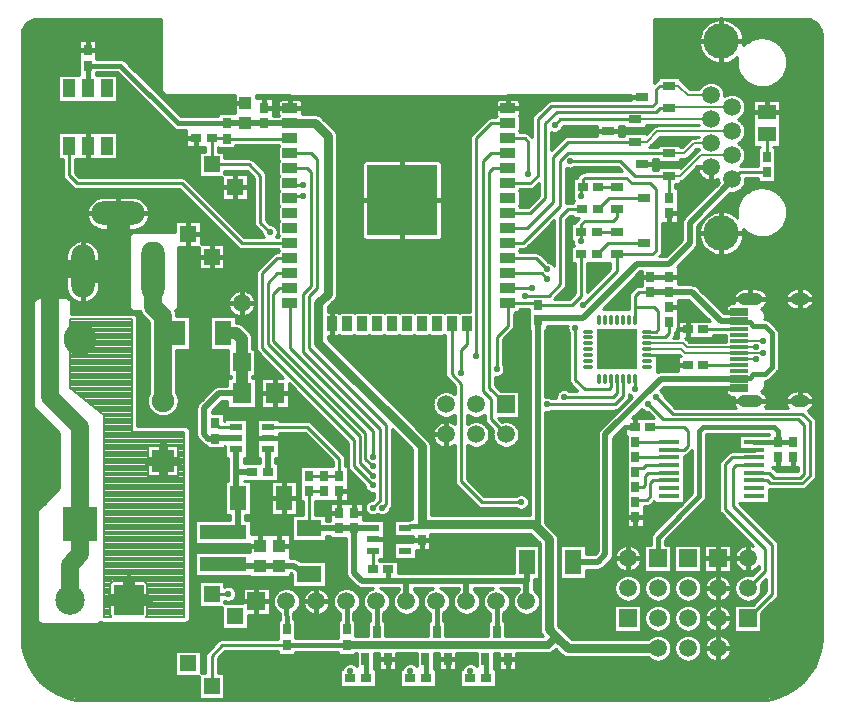
<source format=gbr>
G04 DipTrace 3.3.1.3*
G04 Top.gbr*
%MOIN*%
G04 #@! TF.FileFunction,Copper,L1,Top*
G04 #@! TF.Part,Single*
%AMOUTLINE0*
4,1,4,
0.055118,0.055118,
0.055118,-0.055118,
-0.055118,-0.055118,
-0.055118,0.055118,
0.055118,0.055118,
0*%
%AMOUTLINE3*
4,1,4,
0.049213,-0.049213,
-0.049213,-0.049213,
-0.049213,0.049213,
0.049213,0.049213,
0.049213,-0.049213,
0*%
%AMOUTLINE6*
4,1,4,
0.028543,0.011811,
0.028543,-0.011811,
-0.028543,-0.011811,
-0.028543,0.011811,
0.028543,0.011811,
0*%
%AMOUTLINE9*
4,1,4,
0.028543,0.005906,
0.028543,-0.005906,
-0.028543,-0.005906,
-0.028543,0.005906,
0.028543,0.005906,
0*%
%AMOUTLINE12*
4,1,16,
-0.011811,0.019685,
-0.020352,0.017736,
-0.027201,0.012273,
-0.031003,0.00438,
-0.031003,-0.00438,
-0.027201,-0.012273,
-0.020352,-0.017736,
-0.011811,-0.019685,
0.011811,-0.019685,
0.020352,-0.017736,
0.027201,-0.012273,
0.031003,-0.00438,
0.031003,0.00438,
0.027201,0.012273,
0.020352,0.017736,
0.011811,0.019685,
-0.011811,0.019685,
0*%
%AMOUTLINE15*
4,1,16,
-0.021654,0.019685,
-0.030195,0.017736,
-0.037044,0.012273,
-0.040845,0.00438,
-0.040845,-0.00438,
-0.037044,-0.012273,
-0.030195,-0.017736,
-0.021654,-0.019685,
0.021654,-0.019685,
0.030195,-0.017736,
0.037044,-0.012273,
0.040845,-0.00438,
0.040845,0.00438,
0.037044,0.012273,
0.030195,0.017736,
0.021654,0.019685,
-0.021654,0.019685,
0*%
%AMOUTLINE18*
4,1,4,
0.025,-0.015748,
-0.025,-0.015748,
-0.025,0.015748,
0.025,0.015748,
0.025,-0.015748,
0*%
%AMOUTLINE21*
4,1,4,
-0.015748,-0.025,
-0.015748,0.025,
0.015748,0.025,
0.015748,-0.025,
-0.015748,-0.025,
0*%
%AMOUTLINE24*
4,1,4,
0.11811,-0.11811,
-0.11811,-0.11811,
-0.11811,0.11811,
0.11811,0.11811,
0.11811,-0.11811,
0*%
G04 #@! TA.AperFunction,CopperBalancing*
%ADD10C,0.01*%
G04 #@! TA.AperFunction,Conductor*
%ADD11C,0.006*%
G04 #@! TA.AperFunction,CopperBalancing*
%ADD14C,0.015*%
%ADD15C,0.008*%
G04 #@! TA.AperFunction,Conductor*
%ADD16C,0.02*%
%ADD17C,0.075*%
%ADD18C,0.06*%
G04 #@! TA.AperFunction,CopperBalancing*
%ADD19C,0.04*%
%ADD20C,0.03*%
G04 #@! TA.AperFunction,Conductor*
%ADD21C,0.025*%
%ADD22R,0.035433X0.027559*%
%ADD23R,0.03937X0.043307*%
%ADD24R,0.027559X0.035433*%
G04 #@! TA.AperFunction,ComponentPad*
%ADD25R,0.059055X0.059055*%
%ADD26C,0.059055*%
%ADD27R,0.062992X0.070866*%
%ADD29R,0.082677X0.055118*%
G04 #@! TA.AperFunction,ComponentPad*
%ADD30R,0.074803X0.074803*%
%ADD31C,0.074803*%
%ADD33R,0.055118X0.082677*%
G04 #@! TA.AperFunction,ComponentPad*
%ADD34C,0.110236*%
%ADD35R,0.059055X0.051181*%
%ADD37R,0.041339X0.025591*%
G04 #@! TA.AperFunction,ComponentPad*
%ADD38O,0.07874X0.19685*%
%ADD39O,0.07874X0.177165*%
%ADD40O,0.177165X0.07874*%
%ADD41C,0.098425*%
%ADD43C,0.11811*%
%ADD44R,0.15748X0.051181*%
%ADD46R,0.025591X0.041339*%
%ADD48R,0.055118X0.055118*%
%ADD50R,0.043307X0.023622*%
%ADD52O,0.033465X0.011811*%
%ADD53O,0.011811X0.033465*%
%ADD54R,0.137795X0.137795*%
%ADD55R,0.070866X0.015748*%
%ADD56R,0.03937X0.059055*%
G04 #@! TA.AperFunction,ViaPad*
%ADD57C,0.022*%
G04 #@! TA.AperFunction,ComponentPad*
%ADD130OUTLINE0*%
%ADD133OUTLINE3*%
%ADD136OUTLINE6*%
%ADD139OUTLINE9*%
G04 #@! TA.AperFunction,ComponentPad*
%ADD142OUTLINE12*%
%ADD145OUTLINE15*%
%ADD148OUTLINE18*%
%ADD151OUTLINE21*%
%ADD154OUTLINE24*%
%FSLAX26Y26*%
G04*
G70*
G90*
G75*
G01*
G04 Top*
%LPD*%
X912500Y262500D2*
D14*
X912000Y356000D1*
X925000Y1800000D2*
D10*
X981250D1*
X993751Y1787500D1*
Y1406249D1*
X968751Y1381249D1*
Y1187500D1*
X1225000Y931251D1*
Y693749D1*
X1200000Y668749D1*
X2397000Y1842764D2*
D15*
X2292764D1*
X2225000Y1775000D1*
X2187500D1*
X968751Y1706249D2*
D10*
X925000D1*
Y1700000D1*
X2187500Y1775000D2*
X2075000D1*
X2025000Y1825000D1*
X1856249D1*
X2187500Y1701181D2*
Y1775000D1*
X2326921Y1963236D2*
D15*
X2075933D1*
X2075000Y1962303D1*
X968751Y1743751D2*
D10*
X925000D1*
Y1750000D1*
X2075000Y1962303D2*
X1824802D1*
X1806249Y1943751D1*
X712500Y1898819D2*
X923819D1*
X925000Y1900000D1*
X712500Y1898819D2*
Y1900000D1*
X662500D1*
X1706251Y1375000D2*
X1787500D1*
X1825000Y1412500D1*
Y1637500D1*
X1850000Y1662500D1*
X1898819D1*
X662500Y1900000D2*
Y1812500D1*
X787500D1*
X825000Y1775000D1*
Y1618751D1*
X856251Y1587500D1*
X1650000Y1800000D2*
X1600000D1*
X1587500Y1787500D1*
Y1068751D1*
X1643751Y1012500D1*
X1781251D2*
X2006251D1*
X2033760Y1040009D1*
Y1098130D1*
X1650000Y1850000D2*
X1593751D1*
X1568749Y1824999D1*
Y1056251D1*
X1593749Y1031251D1*
Y962501D1*
X1643751Y912500D1*
X2014075Y1098130D2*
Y1051575D1*
X2000000Y1037500D1*
X1837500D1*
X2014075Y1196555D2*
D16*
X2018751Y1193749D1*
X232529Y1456251D2*
D17*
X312501D1*
X350639Y1494388D1*
Y1649164D1*
X2112500Y1176870D2*
D10*
X2148130D1*
X2156251Y1168749D1*
X2125000Y1438681D2*
D14*
X2187500D1*
X225000Y612500D2*
D18*
Y937500D1*
X125000Y1037500D1*
Y1425000D1*
X162500Y1462500D1*
X226280D1*
X232529Y1456251D1*
X189575Y362000D2*
Y477075D1*
X225000Y512500D1*
Y612500D1*
X925000Y1350000D2*
D10*
Y1200000D1*
X1200000Y925000D1*
Y837500D1*
X1650000Y1350000D2*
X1750000D1*
Y1343749D1*
X1862500D1*
X1893751Y1375000D1*
Y1510875D1*
X1895375Y1512500D1*
X1612500Y1131249D2*
Y1237500D1*
X1650000Y1275000D1*
Y1350000D1*
X1493751Y1118749D2*
Y1193751D1*
X1512500Y1212500D1*
Y1281251D1*
X1650000Y1400000D2*
X1731251D1*
X1462500Y1281251D2*
Y1112500D1*
X1493749Y1081251D1*
Y756251D1*
X1562500Y687500D1*
X1693749D1*
X1650000Y1900000D2*
X1706250D1*
X1718751Y1887500D1*
Y1781249D1*
X468749Y1456251D2*
D18*
Y1337501D1*
X500000Y1306251D1*
Y1250000D1*
Y1025000D1*
X546462Y1250000D2*
D19*
X500000D1*
X825000Y475000D2*
D16*
X706201D1*
X700000Y481201D1*
X825000Y475000D2*
X887500D1*
X937500D1*
X966038Y446462D1*
X987500D1*
X2012500Y1737500D2*
D10*
X1951181D1*
X2112500Y1235925D2*
X2173425D1*
X2187500Y1250000D1*
Y1287500D1*
X2012500Y1587500D2*
X1946556D1*
X1200000Y525197D2*
Y463681D1*
X1199409Y463091D1*
X2012500Y1662697D2*
Y1637499D1*
X2000001Y1625000D1*
X1906251D1*
X1893751Y1612500D1*
Y1589125D1*
X1895375Y1587500D1*
X1994390Y1098130D2*
Y1069388D1*
X1987501Y1062500D1*
X1906251D1*
X1875000Y1093751D1*
Y1268749D1*
X1893751Y1556251D2*
Y1585875D1*
X1895375Y1587500D1*
X1893751Y1706251D2*
Y1731251D1*
X1900000Y1737500D1*
Y1343751D2*
X2012500Y1456251D1*
Y1512697D1*
X2073130Y1098130D2*
Y1064370D1*
X2075000Y1062500D1*
X1900000Y1737500D2*
Y1762501D1*
X1906249Y1768751D1*
X2043749D1*
X2062500Y1750000D1*
X2125001D1*
X2143751Y1731251D1*
Y1525001D1*
X2131249Y1512500D1*
X2012697D1*
X2012500Y1512697D1*
X743701Y937303D2*
X687697D1*
X675000Y950000D1*
X850000Y787500D2*
D16*
Y862500D1*
X743701D2*
Y787500D1*
Y706299D1*
X750000Y700000D1*
Y600000D1*
X737500Y587500D1*
X700000D1*
X798819Y787500D2*
X743701D1*
X1037500Y775000D2*
D10*
X987500D1*
X1037500D2*
X1087500D1*
X850000Y937303D2*
X981448D1*
X1087500Y831251D1*
Y775000D1*
X1612402Y253051D2*
D14*
Y355598D1*
X1612000Y356000D1*
X1412402Y253051D2*
Y355598D1*
X1412000Y356000D1*
X1212402Y253051D2*
Y355598D1*
X1212000Y356000D1*
X1176181Y100000D2*
Y162500D1*
X1175000D1*
X1376181Y100000D2*
Y162500D1*
X1375000D1*
X1576181Y100000D2*
Y162500D1*
X1575000D1*
X2187500Y887500D2*
D10*
X2075000D1*
X2187500Y836319D2*
X2075000D1*
X2187500Y810728D2*
X2110728D1*
X2100000Y800000D1*
X2075000D1*
Y787500D1*
X2187500Y785138D2*
X2116388D1*
X2106249Y774999D1*
Y743749D1*
X2100000Y737500D1*
X2076181D1*
X2075000Y736319D1*
X2470965Y810728D2*
X2410728D1*
X2400000Y800000D1*
Y675000D1*
X2531249Y543751D1*
Y381249D1*
X2450000Y300000D1*
X2470965Y836319D2*
X2398819D1*
X2375000Y812500D1*
Y662500D1*
X2506249Y531251D1*
Y456249D1*
X2450000Y400000D1*
X2125000Y937500D2*
X2237500D1*
X2250000Y925000D1*
Y875000D1*
X2236909Y861909D1*
X2187500D1*
Y759547D2*
X2134547D1*
X2125000Y750000D1*
Y706251D1*
X2112500Y693751D1*
X2080070D1*
X2075000Y688681D1*
X2422159Y1262898D2*
X2301579D1*
X2301181Y1262500D1*
X2422159Y1144787D2*
X2302219D1*
X2301181Y1143749D1*
X2103051Y1550098D2*
X1984155D1*
X1946556Y1512500D1*
X2103051Y1700098D2*
X1987598D1*
X1950000Y1662500D1*
X1112500Y262500D2*
D14*
Y355500D1*
X1112000Y356000D1*
X925000Y1850000D2*
D10*
X993749D1*
X1012500Y1831249D1*
Y1400000D1*
X987500Y1375000D1*
Y1200000D1*
X1243749Y943751D1*
Y681249D1*
X1231249Y668749D1*
X2187500Y1849803D2*
D15*
X2237303D1*
X2270421Y1882921D1*
X2326921D1*
X2187500Y1849803D2*
D10*
X1849803D1*
X1825000Y1825000D1*
Y1675000D1*
X1700000Y1550000D1*
X1650000D1*
X2075000Y1887500D2*
D15*
X2112500D1*
X2148079Y1923079D1*
X2397000D1*
X2075000Y1887500D2*
D10*
X1850000D1*
X1800000Y1837500D1*
Y1687500D1*
X1712500Y1600000D1*
X1650000D1*
X2397000Y2003394D2*
D15*
X2190894D1*
X2187500Y2000000D1*
D10*
X2156251D1*
X2143751Y1987500D1*
X1812500D1*
X1775000Y1950000D1*
Y1700000D1*
X1725000Y1650000D1*
X1650000D1*
X2187500Y2074803D2*
D15*
X2218946D1*
X2250198Y2043551D1*
X2326921D1*
X2187500Y2074803D2*
D10*
X2156052D1*
X2143749Y2062500D1*
Y2018748D1*
X2131251Y2006249D1*
X1793749D1*
X1750000Y1962500D1*
Y1775000D1*
X1725000Y1750000D1*
X1650000D1*
X186516Y1874189D2*
Y1775984D1*
X212500Y1750000D1*
X562500D1*
X762500Y1550000D1*
X925000D1*
X2470965Y785138D2*
X2521113D1*
X2537500Y768751D1*
X2625000D1*
X2637500Y781251D1*
Y943751D1*
X2618751Y962500D1*
X2168751D1*
X2118751Y1012500D1*
X1650000Y1450000D2*
X1762501D1*
X1781251Y1431251D1*
X2470965Y759547D2*
X2515453D1*
X2525000Y750000D1*
X2631249D1*
X2656249Y775000D1*
Y956249D1*
X2631249Y981249D1*
X2200001D1*
X2143751Y1037500D1*
X1650000Y1500000D2*
X1743750D1*
X1781251Y1462500D1*
X1650000Y1950000D2*
X1593751D1*
X1543751Y1900000D1*
Y1175000D1*
X718751Y381249D2*
X662500D1*
Y381251D1*
X2112500Y1216240D2*
D11*
X2233760D1*
X2246157Y1203843D1*
X2422159D1*
X2477424Y1204993D2*
X2475555Y1203125D1*
X2422877D1*
X2422159Y1203843D1*
X2478126Y1162500D2*
X2424131D1*
X2422159Y1164472D1*
X2112500Y1196555D2*
X2228445D1*
X2240843Y1184157D1*
X2422159D1*
X2501201Y1184375D2*
X2500983Y1184157D1*
X2422159D1*
Y1223528D2*
Y1225000D1*
X2501201D1*
X743701Y899902D2*
D16*
X676083D1*
X675000Y898819D1*
X762500Y1050000D2*
X687500D1*
X637500Y1000000D1*
Y912500D1*
X651181Y898819D1*
X675000D1*
X762500Y1050000D2*
D19*
Y1153150D1*
Y1231249D1*
X743749Y1250000D1*
X700000D1*
X1306299Y600000D2*
D14*
X1318749D1*
X1325000Y606251D1*
X1362500D1*
Y612500D1*
X925000Y1950000D2*
D16*
X837500D1*
X775000D1*
X712500D1*
X249016Y2142102D2*
D14*
Y2067594D1*
X249508Y2067102D1*
X1362500Y612500D2*
D20*
Y875000D1*
X1018749Y1218751D1*
Y1349999D1*
X1050000Y1381249D1*
Y1906249D1*
X1006249Y1950000D1*
X925000D1*
X249016Y2142102D2*
D14*
X357898D1*
X550000Y1950000D1*
X712500D1*
X2470965Y887500D2*
X2550000D1*
X2600000D1*
X2600591Y888091D1*
X2550000Y887500D2*
Y925000D1*
X2537500Y937500D1*
X2300000D1*
X2287500Y925000D1*
Y706249D1*
X2150000Y568749D1*
Y500000D1*
X1362500Y612500D2*
D20*
X1737500D1*
X1750000Y600000D1*
X1787500Y562500D1*
Y262500D1*
X1811100Y238900D1*
X1850000Y200000D1*
X2150000D1*
X1750000Y1292568D2*
D16*
Y600000D1*
Y1292568D2*
Y1300000D1*
X1900000D1*
X2081251Y1481251D1*
X2187500D1*
X2256249Y1550000D1*
Y1618749D1*
X2399949Y1762449D1*
X2397000D1*
X912500Y211319D2*
D14*
X1112500D1*
X912500D2*
D10*
X698819D1*
X662500Y175000D1*
Y74164D1*
X1112500Y211319D2*
D21*
X1783518D1*
X1811100Y238900D1*
X2397000Y1762449D2*
D10*
X2399949D1*
X2425000Y1787500D1*
X2511319D1*
X2512500Y1786319D1*
X1037500Y723819D2*
X987500D1*
X1087500Y600000D2*
D16*
X987500D1*
X1087500D2*
X1137500D1*
X1200000D2*
X1137500D1*
X1512000Y356000D2*
Y425000D1*
X1312000D1*
X1250591D1*
X1162500D1*
X1137500Y450000D1*
Y600000D1*
X1312000Y356000D2*
Y425000D1*
X1712500Y487500D2*
Y425000D1*
X1712000D1*
Y356000D1*
X1512000Y425000D2*
X1712000D1*
X1250591Y463091D2*
D14*
Y425000D1*
X987500Y723819D2*
D10*
Y600000D1*
X2422159Y1290457D2*
D14*
Y1287500D1*
X2456251D1*
X2468751Y1275000D1*
X2506251D1*
X2531251Y1250000D1*
Y1137500D1*
X2506251Y1112500D1*
X2468751D1*
X2456251Y1100000D1*
X2424615D1*
X2422159Y1097543D1*
Y1290457D2*
D16*
X2359543D1*
X2262500Y1387500D1*
X2187500D1*
X2125000D1*
X2073130Y1294980D2*
D10*
Y1337500D1*
Y1373130D1*
X2087500Y1387500D1*
X2125000D1*
X2112500Y1255610D2*
X2143110D1*
X2150000Y1262500D1*
Y1325000D1*
X2137500Y1337500D1*
X2073130D1*
X2422159Y1097543D2*
D16*
X2160043D1*
X1975000Y912500D1*
Y512500D1*
X1950000Y487500D1*
X1866038D1*
X925000Y1450000D2*
D10*
X881250D1*
X850000Y1418751D1*
Y1212500D1*
X1156249Y906251D1*
Y818751D1*
X1200000Y775000D1*
X1325000Y125000D2*
Y100000D1*
X925000Y1500000D2*
X881250D1*
X831249Y1450000D1*
Y1200001D1*
X1137500Y893751D1*
Y806251D1*
X1200000Y743751D1*
X1125000Y125000D2*
Y100000D1*
X925000Y1400000D2*
X887502D1*
X868751Y1381249D1*
Y1225000D1*
X1175000Y918751D1*
Y831251D1*
X1200000Y806251D1*
X1525000Y125000D2*
Y100000D1*
X2512500Y1837500D2*
Y1912500D1*
D57*
X2477424Y1204993D3*
X2501201Y1184375D3*
X2478126Y1162500D3*
X2501201Y1225000D3*
X2056251Y2037500D3*
X2137500Y1812500D3*
X2025000Y1925000D3*
X1837500Y1037500D3*
X2075000Y1062500D3*
X1893751Y1706251D3*
X1900000Y1343751D3*
X800000Y850000D3*
Y881249D3*
Y912500D3*
Y943751D3*
X887500Y587500D3*
X825000D3*
X906251Y637500D3*
X950000Y700000D3*
X906251Y762500D3*
X1543751Y1175000D3*
X893751Y900000D3*
X1256251Y600000D3*
Y562500D3*
Y525000D3*
X718751Y381249D3*
X1137500Y725000D3*
X1356249Y943751D3*
X1337500Y475000D3*
X1087500Y687500D3*
X1137500D3*
X575000Y1900000D3*
X731249Y2018749D3*
X837500Y2037500D3*
X2250000Y1300000D3*
X2212500Y1143749D3*
X2225000Y1437500D3*
X2087500D3*
X2062500Y1193749D3*
X2018751Y1243749D3*
Y1193749D3*
Y1150000D3*
X1968749Y1193749D3*
X2225000Y1337500D3*
X1418751Y162500D3*
X1618749D3*
X1218751D3*
X2156251Y1168749D3*
X1200000Y806251D3*
X2187500Y1887500D3*
X217765Y2192102D3*
X250000Y1943749D3*
X1750000Y1725000D3*
X875000Y2000000D3*
X2550000Y800000D3*
X2600000D3*
X2075000Y968749D3*
X2125000Y643749D3*
X2406249Y862500D3*
X1875000Y1268749D3*
X1893751Y1556251D3*
X1706251Y1375000D3*
X1612500Y1131249D3*
X923867Y1048867D3*
X968751Y1743751D3*
Y1706249D3*
X1806249Y1943751D3*
X1856249Y1825000D3*
X856251Y1587500D3*
X873867Y992618D3*
X2187500Y1612500D3*
X1781251Y1012500D3*
X1200000Y775000D3*
Y743751D3*
X1125000Y125000D3*
X1325000D3*
X1525000D3*
X1200000Y668749D3*
X1231249D3*
X2118751Y1012500D3*
X2143751Y1037500D3*
X1781251Y1462500D3*
Y1431251D3*
X1062500Y1331251D3*
Y1237500D3*
X1700000Y2000000D3*
X1600000D3*
X1200000Y837500D3*
X1693749Y687500D3*
X1493751Y1118749D3*
X1781249Y1056249D3*
X1731251Y1400000D3*
X1718751Y1781249D3*
X1668751Y787500D3*
X1687500Y1106249D3*
X1806249Y1218751D3*
X1793751Y1543751D3*
X1850000D3*
X1950000Y1443751D3*
X1862500Y1775000D3*
X862500Y1856249D3*
X981249Y2000000D3*
X1725000Y1537500D3*
X75000Y2275000D3*
X50000Y1950000D3*
X43749Y1650000D3*
Y1475000D3*
Y1000000D3*
Y750000D3*
X50000Y450000D3*
Y200000D3*
X475000Y2275000D3*
Y2100000D3*
X600000Y2025000D3*
X337500Y1412500D3*
X200000Y50000D3*
X500000D3*
X762500D3*
X1075000D3*
X1400000D3*
X1700000D3*
X2000000D3*
X2300000D3*
X2550000D3*
X2675000Y250000D3*
Y550000D3*
X1100000Y2000000D3*
X2675000Y1150000D3*
Y1450000D3*
Y1750000D3*
Y2050000D3*
Y2250000D3*
X1225000Y2000000D3*
X1350000D3*
X1475000D3*
X1825000Y825000D3*
X2375000Y1350000D3*
Y1025000D3*
X2325000D3*
X1300000Y275000D3*
X1550000Y300000D3*
X2175000Y2275000D3*
X1300000Y825000D3*
X1587500Y475000D3*
X2512500Y2037500D3*
X1425000Y700000D3*
X1400000Y556251D3*
X53973Y2289049D2*
D10*
X494004D1*
X2137254D2*
X2326816D1*
X2397098D2*
X2671035D1*
X43172Y2279180D2*
X494004D1*
X2137254D2*
X2312226D1*
X2411687D2*
X2681836D1*
X36531Y2269311D2*
X494004D1*
X2137254D2*
X2302754D1*
X2421160D2*
X2688476D1*
X32430Y2259442D2*
X494004D1*
X2137254D2*
X2296094D1*
X2427820D2*
X2692558D1*
X31023Y2249574D2*
X494004D1*
X2137254D2*
X2291445D1*
X2432469D2*
X2693984D1*
X30242Y2239705D2*
X494004D1*
X2137254D2*
X2288437D1*
X2435496D2*
X2694765D1*
X30242Y2229836D2*
X494004D1*
X2137254D2*
X2286836D1*
X2437098D2*
X2462383D1*
X2531629D2*
X2694765D1*
X30242Y2219967D2*
X218828D1*
X279187D2*
X494004D1*
X2137254D2*
X2286562D1*
X2437351D2*
X2445508D1*
X2548504D2*
X2694765D1*
X30242Y2210098D2*
X218828D1*
X279187D2*
X494004D1*
X2137254D2*
X2287617D1*
X2559441D2*
X2694765D1*
X30242Y2200230D2*
X218828D1*
X279187D2*
X494004D1*
X2137254D2*
X2290039D1*
X2567312D2*
X2694765D1*
X30242Y2190361D2*
X218828D1*
X279187D2*
X494004D1*
X2137254D2*
X2293984D1*
X2573094D2*
X2694765D1*
X30242Y2180492D2*
X218828D1*
X279187D2*
X494004D1*
X2137254D2*
X2299746D1*
X2577234D2*
X2694765D1*
X30242Y2170623D2*
X218828D1*
X279187D2*
X494004D1*
X2137254D2*
X2307930D1*
X2580008D2*
X2694765D1*
X30242Y2160755D2*
X218828D1*
X372176D2*
X494004D1*
X2137254D2*
X2319922D1*
X2403992D2*
X2412480D1*
X2581512D2*
X2694765D1*
X30242Y2150886D2*
X218828D1*
X382508D2*
X494004D1*
X2137254D2*
X2341992D1*
X2381941D2*
X2412148D1*
X2581844D2*
X2694765D1*
X30242Y2141017D2*
X218828D1*
X392371D2*
X494004D1*
X2137254D2*
X2412988D1*
X2581004D2*
X2694765D1*
X30242Y2131148D2*
X218828D1*
X402234D2*
X494004D1*
X2137254D2*
X2415019D1*
X2578973D2*
X2694765D1*
X30242Y2121280D2*
X218828D1*
X412098D2*
X494004D1*
X2137254D2*
X2418359D1*
X2575633D2*
X2694765D1*
X30242Y2111411D2*
X150430D1*
X348582D2*
X355195D1*
X421980D2*
X494004D1*
X2137254D2*
X2423164D1*
X2570828D2*
X2694765D1*
X30242Y2101542D2*
X150430D1*
X348582D2*
X365078D1*
X431844D2*
X494004D1*
X2137254D2*
X2150430D1*
X2224578D2*
X2429765D1*
X2564226D2*
X2694765D1*
X30242Y2091673D2*
X150430D1*
X348582D2*
X374941D1*
X441707D2*
X494004D1*
X2137254D2*
X2143574D1*
X2229519D2*
X2438789D1*
X2555223D2*
X2694765D1*
X30242Y2081804D2*
X150430D1*
X348582D2*
X384805D1*
X451590D2*
X494004D1*
X2240379D2*
X2302363D1*
X2351492D2*
X2451660D1*
X2542332D2*
X2694765D1*
X30242Y2071936D2*
X150430D1*
X348582D2*
X394687D1*
X461453D2*
X494004D1*
X2250242D2*
X2291094D1*
X2362742D2*
X2474492D1*
X2519519D2*
X2694765D1*
X30242Y2062067D2*
X150430D1*
X348582D2*
X404551D1*
X471316D2*
X494004D1*
X2368855D2*
X2694765D1*
X30242Y2052198D2*
X150430D1*
X348582D2*
X414414D1*
X481180D2*
X497363D1*
X2372000D2*
X2694765D1*
X30242Y2042329D2*
X150430D1*
X348582D2*
X424277D1*
X491062D2*
X738906D1*
X811082D2*
X922715D1*
X1648406D2*
X2059883D1*
X2420418D2*
X2694765D1*
X30242Y2032461D2*
X150430D1*
X348582D2*
X434160D1*
X500926D2*
X738906D1*
X867683D2*
X2059883D1*
X2432254D2*
X2694765D1*
X30242Y2022592D2*
X150430D1*
X348582D2*
X444023D1*
X510789D2*
X738906D1*
X867683D2*
X885195D1*
X964793D2*
X1610195D1*
X1689793D2*
X1780547D1*
X2438621D2*
X2466582D1*
X2558426D2*
X2694765D1*
X30242Y2012723D2*
X453887D1*
X520672D2*
X738906D1*
X867683D2*
X883594D1*
X966394D2*
X1608594D1*
X1691394D2*
X1770371D1*
X2441941D2*
X2466582D1*
X2558426D2*
X2694765D1*
X30242Y2002854D2*
X463769D1*
X530535D2*
X738906D1*
X867683D2*
X883594D1*
X966394D2*
X1608594D1*
X1691394D2*
X1760508D1*
X2442918D2*
X2466582D1*
X2558426D2*
X2694765D1*
X30242Y1992986D2*
X473633D1*
X540398D2*
X738906D1*
X867683D2*
X883594D1*
X966394D2*
X1608594D1*
X1691394D2*
X1750644D1*
X2441707D2*
X2466582D1*
X2558426D2*
X2694765D1*
X30242Y1983117D2*
X483496D1*
X550262D2*
X738906D1*
X867683D2*
X883633D1*
X966355D2*
X1608633D1*
X1691355D2*
X1740762D1*
X2438094D2*
X2466582D1*
X2558426D2*
X2694765D1*
X30242Y1973248D2*
X493359D1*
X560144D2*
X682324D1*
X1026844D2*
X1610547D1*
X1689441D2*
X1731660D1*
X2431316D2*
X2466582D1*
X2558426D2*
X2694765D1*
X30242Y1963379D2*
X503242D1*
X1036863D2*
X1577285D1*
X1691394D2*
X1728613D1*
X2418426D2*
X2466582D1*
X2558426D2*
X2694765D1*
X30242Y1953511D2*
X513105D1*
X1046726D2*
X1567402D1*
X1691394D2*
X1728594D1*
X2431043D2*
X2466582D1*
X2558426D2*
X2694765D1*
X30242Y1943642D2*
X522969D1*
X1056609D2*
X1557539D1*
X1691394D2*
X1728594D1*
X2112078D2*
X2285488D1*
X2437937D2*
X2466582D1*
X2558426D2*
X2694765D1*
X30242Y1933773D2*
X532832D1*
X1066473D2*
X1547676D1*
X1691394D2*
X1728594D1*
X1831687D2*
X1947383D1*
X2021512D2*
X2130332D1*
X2441629D2*
X2466582D1*
X2558426D2*
X2694765D1*
X30242Y1923904D2*
X577207D1*
X1075750D2*
X1537812D1*
X1689070D2*
X1728594D1*
X1824656D2*
X1947383D1*
X2021512D2*
X2120469D1*
X2442918D2*
X2466582D1*
X2558426D2*
X2694765D1*
X30242Y1914035D2*
X150430D1*
X348582D2*
X577207D1*
X1080379D2*
X1527949D1*
X1722058D2*
X1728594D1*
X1796394D2*
X1947383D1*
X2021512D2*
X2037930D1*
X2442000D2*
X2466582D1*
X2558426D2*
X2694765D1*
X30242Y1904167D2*
X150430D1*
X348582D2*
X577207D1*
X1081394D2*
X1522773D1*
X1796394D2*
X1837246D1*
X2438758D2*
X2466582D1*
X2558426D2*
X2694765D1*
X30242Y1894298D2*
X150430D1*
X348582D2*
X577207D1*
X1081394D2*
X1522344D1*
X1796394D2*
X1826953D1*
X2147742D2*
X2253359D1*
X2432508D2*
X2466582D1*
X2558426D2*
X2694765D1*
X30242Y1884429D2*
X150430D1*
X348582D2*
X577207D1*
X1081394D2*
X1522344D1*
X1796394D2*
X1817070D1*
X2137859D2*
X2243496D1*
X2420906D2*
X2466582D1*
X2558426D2*
X2694765D1*
X30242Y1874560D2*
X150430D1*
X348582D2*
X577207D1*
X742683D2*
X886367D1*
X1081394D2*
X1522344D1*
X1796394D2*
X1807207D1*
X2127996D2*
X2150430D1*
X2224578D2*
X2233633D1*
X2429734D2*
X2466582D1*
X2558426D2*
X2694765D1*
X30242Y1864692D2*
X150430D1*
X348582D2*
X641094D1*
X683894D2*
X883594D1*
X1081394D2*
X1522344D1*
X2437215D2*
X2482324D1*
X2542683D2*
X2694765D1*
X30242Y1854823D2*
X150430D1*
X348582D2*
X618535D1*
X706453D2*
X883594D1*
X1081394D2*
X1522344D1*
X2270750D2*
X2276399D1*
X2441277D2*
X2482324D1*
X2542683D2*
X2694765D1*
X30242Y1844954D2*
X150430D1*
X348582D2*
X618535D1*
X706453D2*
X883594D1*
X1081394D2*
X1522344D1*
X2260887D2*
X2266535D1*
X2442879D2*
X2482324D1*
X2542683D2*
X2694765D1*
X30242Y1835085D2*
X150430D1*
X348582D2*
X618535D1*
X706453D2*
X883594D1*
X1081394D2*
X1522344D1*
X2250945D2*
X2256654D1*
X2442273D2*
X2482324D1*
X2542683D2*
X2694765D1*
X30242Y1825217D2*
X165117D1*
X207918D2*
X618535D1*
X804637D2*
X886523D1*
X1081394D2*
X1172070D1*
X1422703D2*
X1522344D1*
X2134012D2*
X2150430D1*
X2224578D2*
X2246777D1*
X2439363D2*
X2482324D1*
X2542683D2*
X2694765D1*
X30242Y1815348D2*
X165117D1*
X207918D2*
X618535D1*
X814500D2*
X883594D1*
X1081394D2*
X1163476D1*
X1431316D2*
X1522344D1*
X2134012D2*
X2236914D1*
X2433601D2*
X2482324D1*
X2542683D2*
X2694765D1*
X30242Y1805479D2*
X165117D1*
X207918D2*
X618535D1*
X824363D2*
X883594D1*
X1081394D2*
X1162890D1*
X1431902D2*
X1522344D1*
X2134012D2*
X2227051D1*
X2542683D2*
X2694765D1*
X30242Y1795610D2*
X165117D1*
X207918D2*
X618535D1*
X834246D2*
X883594D1*
X1081394D2*
X1162890D1*
X1431902D2*
X1522344D1*
X1846394D2*
X2024531D1*
X2134012D2*
X2150430D1*
X2274051D2*
X2281543D1*
X2542683D2*
X2694765D1*
X30242Y1785741D2*
X165117D1*
X207918D2*
X618535D1*
X706453D2*
X784414D1*
X843348D2*
X883594D1*
X1081394D2*
X1162890D1*
X1431902D2*
X1522344D1*
X1846394D2*
X1893965D1*
X2264168D2*
X2284277D1*
X2542683D2*
X2694765D1*
X30242Y1775873D2*
X165117D1*
X216473D2*
X618535D1*
X785203D2*
X794277D1*
X846375D2*
X886074D1*
X1081394D2*
X1162890D1*
X1431902D2*
X1522344D1*
X1846394D2*
X1883594D1*
X2254305D2*
X2289805D1*
X2542683D2*
X2694765D1*
X30242Y1766004D2*
X167715D1*
X576160D2*
X697285D1*
X785203D2*
X803594D1*
X846394D2*
X883594D1*
X1081394D2*
X1162890D1*
X1431902D2*
X1522344D1*
X1846394D2*
X1865879D1*
X2244441D2*
X2299863D1*
X2442781D2*
X2482324D1*
X2542683D2*
X2694765D1*
X30242Y1756135D2*
X176523D1*
X586219D2*
X697285D1*
X785203D2*
X803594D1*
X846394D2*
X883594D1*
X1081394D2*
X1162890D1*
X1431902D2*
X1522344D1*
X1846394D2*
X1865879D1*
X2230535D2*
X2351523D1*
X2442488D2*
X2482324D1*
X2542683D2*
X2694765D1*
X30242Y1746266D2*
X186387D1*
X596082D2*
X697285D1*
X785203D2*
X803594D1*
X846394D2*
X883594D1*
X1081394D2*
X1162890D1*
X1431902D2*
X1522344D1*
X1846394D2*
X1865879D1*
X2208894D2*
X2346836D1*
X2439910D2*
X2694765D1*
X30242Y1736398D2*
X196250D1*
X605945D2*
X697285D1*
X785203D2*
X803594D1*
X846394D2*
X883594D1*
X1081394D2*
X1162890D1*
X1431902D2*
X1522344D1*
X1741238D2*
X1753594D1*
X1846394D2*
X1865879D1*
X2208894D2*
X2336973D1*
X2434598D2*
X2487090D1*
X2506902D2*
X2694765D1*
X30242Y1726529D2*
X556113D1*
X615828D2*
X697285D1*
X785203D2*
X803594D1*
X846394D2*
X885683D1*
X1081394D2*
X1162890D1*
X1431902D2*
X1522344D1*
X1689324D2*
X1753594D1*
X1846394D2*
X1865879D1*
X2217683D2*
X2327109D1*
X2424988D2*
X2455644D1*
X2538348D2*
X2694765D1*
X30242Y1716660D2*
X565996D1*
X625691D2*
X697285D1*
X785203D2*
X803594D1*
X846394D2*
X883633D1*
X1081394D2*
X1162890D1*
X1431902D2*
X1522344D1*
X1691375D2*
X1753594D1*
X1846394D2*
X1865879D1*
X2217683D2*
X2317246D1*
X2391082D2*
X2441387D1*
X2552605D2*
X2694765D1*
X30242Y1706791D2*
X575859D1*
X635555D2*
X697285D1*
X785203D2*
X803594D1*
X846394D2*
X883594D1*
X1081394D2*
X1162890D1*
X1431902D2*
X1522344D1*
X1691394D2*
X1751933D1*
X1846394D2*
X1866348D1*
X2217683D2*
X2307363D1*
X2381219D2*
X2431640D1*
X2562351D2*
X2694765D1*
X30242Y1696923D2*
X273613D1*
X427664D2*
X585723D1*
X645418D2*
X697285D1*
X785203D2*
X803594D1*
X846394D2*
X883594D1*
X1081394D2*
X1162890D1*
X1431902D2*
X1522344D1*
X1691394D2*
X1742070D1*
X1846394D2*
X1868047D1*
X2217683D2*
X2297500D1*
X2371336D2*
X2424551D1*
X2569441D2*
X2694765D1*
X30242Y1687054D2*
X260879D1*
X440398D2*
X595605D1*
X655301D2*
X803594D1*
X846394D2*
X883594D1*
X1081394D2*
X1162890D1*
X1431902D2*
X1522344D1*
X1691394D2*
X1732207D1*
X1846394D2*
X1864707D1*
X2217683D2*
X2287637D1*
X2361473D2*
X2419355D1*
X2574656D2*
X2694765D1*
X30242Y1677185D2*
X253359D1*
X447918D2*
X605469D1*
X665164D2*
X803594D1*
X846394D2*
X885312D1*
X1081394D2*
X1162890D1*
X1431902D2*
X1522344D1*
X1689676D2*
X1722344D1*
X2217683D2*
X2277773D1*
X2351609D2*
X2415683D1*
X2578308D2*
X2694765D1*
X30242Y1667316D2*
X248750D1*
X452527D2*
X615332D1*
X675027D2*
X803594D1*
X846394D2*
X883672D1*
X1081394D2*
X1162890D1*
X1431902D2*
X1522344D1*
X2217683D2*
X2267890D1*
X2341746D2*
X2413359D1*
X2580633D2*
X2694765D1*
X30242Y1657448D2*
X246289D1*
X454988D2*
X625195D1*
X684910D2*
X803594D1*
X846394D2*
X883594D1*
X1081394D2*
X1162890D1*
X1431902D2*
X1522344D1*
X2217683D2*
X2258027D1*
X2331863D2*
X2356640D1*
X2367293D2*
X2412246D1*
X2581746D2*
X2694765D1*
X30242Y1647579D2*
X245683D1*
X455594D2*
X635078D1*
X694773D2*
X803594D1*
X846394D2*
X883594D1*
X1081394D2*
X1162890D1*
X1431902D2*
X1522344D1*
X2217683D2*
X2248164D1*
X2400223D2*
X2412305D1*
X2581687D2*
X2694765D1*
X30242Y1637710D2*
X246875D1*
X454402D2*
X644941D1*
X704637D2*
X803594D1*
X846394D2*
X883594D1*
X1081394D2*
X1162890D1*
X1431902D2*
X1522344D1*
X1855066D2*
X1864707D1*
X2217683D2*
X2238281D1*
X2580457D2*
X2694765D1*
X30242Y1627841D2*
X249980D1*
X451297D2*
X654805D1*
X714500D2*
X803594D1*
X846394D2*
X885000D1*
X1081394D2*
X1162890D1*
X1431902D2*
X1522344D1*
X1846394D2*
X1879238D1*
X2217683D2*
X2231523D1*
X2578015D2*
X2694765D1*
X30242Y1617972D2*
X255410D1*
X445867D2*
X539805D1*
X627723D2*
X664668D1*
X724383D2*
X803613D1*
X855633D2*
X883769D1*
X1081394D2*
X1162890D1*
X1431902D2*
X1522344D1*
X1797820D2*
X1803594D1*
X1846394D2*
X1873105D1*
X2217683D2*
X2229844D1*
X2574207D2*
X2694765D1*
X30242Y1608104D2*
X264180D1*
X437098D2*
X539805D1*
X627723D2*
X674551D1*
X734246D2*
X806601D1*
X873758D2*
X883594D1*
X1081394D2*
X1162890D1*
X1431902D2*
X1522344D1*
X1787957D2*
X1803594D1*
X1846394D2*
X1861250D1*
X2165144D2*
X2229844D1*
X2282644D2*
X2290820D1*
X2568836D2*
X2694765D1*
X30242Y1598235D2*
X280273D1*
X421004D2*
X539805D1*
X627723D2*
X684414D1*
X744109D2*
X815664D1*
X1081394D2*
X1162890D1*
X1431902D2*
X1522344D1*
X1778094D2*
X1803594D1*
X1846394D2*
X1861250D1*
X2165144D2*
X2229844D1*
X2282644D2*
X2288069D1*
X2561531D2*
X2694765D1*
X30242Y1588366D2*
X401348D1*
X627723D2*
X694277D1*
X753992D2*
X825527D1*
X1081394D2*
X1162890D1*
X1431902D2*
X1522344D1*
X1768211D2*
X1803594D1*
X1846394D2*
X1861250D1*
X2165144D2*
X2229844D1*
X2437234D2*
X2442561D1*
X2551453D2*
X2694765D1*
X30242Y1578497D2*
X387793D1*
X627723D2*
X704160D1*
X763855D2*
X830430D1*
X1081394D2*
X1162890D1*
X1431902D2*
X1522344D1*
X1758348D2*
X1803594D1*
X1846394D2*
X1861250D1*
X2165144D2*
X2229844D1*
X2437273D2*
X2457480D1*
X2536512D2*
X2694765D1*
X30242Y1568629D2*
X385254D1*
X627723D2*
X714023D1*
X1081394D2*
X1164219D1*
X1430574D2*
X1522344D1*
X1748484D2*
X1803594D1*
X1846394D2*
X1861250D1*
X2165144D2*
X2229844D1*
X2282644D2*
X2287921D1*
X2435984D2*
X2694765D1*
X30242Y1558760D2*
X218906D1*
X246140D2*
X385254D1*
X627723D2*
X723887D1*
X1081394D2*
X1522344D1*
X1738601D2*
X1803594D1*
X1846394D2*
X1861250D1*
X2165144D2*
X2228086D1*
X2282644D2*
X2290605D1*
X2433328D2*
X2694765D1*
X30242Y1548891D2*
X198164D1*
X266902D2*
X385254D1*
X627723D2*
X733750D1*
X1081394D2*
X1522344D1*
X1728738D2*
X1803594D1*
X1846394D2*
X1867402D1*
X2165144D2*
X2218223D1*
X2282625D2*
X2294844D1*
X2429090D2*
X2694765D1*
X30242Y1539022D2*
X188242D1*
X276805D2*
X385254D1*
X706453D2*
X743633D1*
X1081394D2*
X1522344D1*
X1718875D2*
X1803594D1*
X1846394D2*
X1861250D1*
X2165144D2*
X2208359D1*
X2280164D2*
X2300976D1*
X2422957D2*
X2694765D1*
X30242Y1529154D2*
X182148D1*
X282918D2*
X385254D1*
X552254D2*
X618535D1*
X706453D2*
X884473D1*
X1081394D2*
X1522344D1*
X1690535D2*
X1803594D1*
X1846394D2*
X1861250D1*
X2165144D2*
X2198476D1*
X2272332D2*
X2309668D1*
X2414265D2*
X2694765D1*
X30242Y1519285D2*
X178535D1*
X286531D2*
X385254D1*
X552254D2*
X618535D1*
X706453D2*
X873594D1*
X1081394D2*
X1522344D1*
X1751414D2*
X1803594D1*
X1846394D2*
X1861250D1*
X2164324D2*
X2188613D1*
X2262449D2*
X2322637D1*
X2401277D2*
X2694765D1*
X30242Y1509416D2*
X176894D1*
X288152D2*
X385254D1*
X552254D2*
X618535D1*
X706453D2*
X860820D1*
X1081394D2*
X1522344D1*
X1764187D2*
X1803594D1*
X1846394D2*
X1861250D1*
X2158015D2*
X2178750D1*
X2252586D2*
X2350390D1*
X2373523D2*
X2694765D1*
X30242Y1499547D2*
X176758D1*
X288308D2*
X385254D1*
X552254D2*
X618535D1*
X706453D2*
X850937D1*
X1081394D2*
X1522344D1*
X1774051D2*
X1803594D1*
X1846394D2*
X1861250D1*
X2242723D2*
X2694765D1*
X30242Y1489678D2*
X176758D1*
X288308D2*
X385254D1*
X552254D2*
X618535D1*
X706453D2*
X841074D1*
X1081394D2*
X1522344D1*
X1783914D2*
X1803594D1*
X1846394D2*
X1861250D1*
X2232840D2*
X2694765D1*
X30242Y1479810D2*
X176758D1*
X288308D2*
X385254D1*
X552254D2*
X618535D1*
X706453D2*
X831211D1*
X1081394D2*
X1522344D1*
X1846394D2*
X1872344D1*
X1915144D2*
X1991094D1*
X2222976D2*
X2694765D1*
X30242Y1469941D2*
X176758D1*
X288308D2*
X385254D1*
X552254D2*
X618535D1*
X706453D2*
X821348D1*
X1081394D2*
X1522344D1*
X1846394D2*
X1872344D1*
X1915144D2*
X1991094D1*
X2217683D2*
X2694765D1*
X30242Y1460072D2*
X176758D1*
X288308D2*
X385254D1*
X552254D2*
X812500D1*
X1081394D2*
X1522344D1*
X1846394D2*
X1872344D1*
X1915144D2*
X1986465D1*
X2217683D2*
X2694765D1*
X30242Y1450203D2*
X176758D1*
X288308D2*
X385254D1*
X552254D2*
X809844D1*
X1081394D2*
X1522344D1*
X1846394D2*
X1872344D1*
X1915144D2*
X1976601D1*
X2087117D2*
X2094824D1*
X2217683D2*
X2694765D1*
X30242Y1440335D2*
X176758D1*
X288308D2*
X385254D1*
X552254D2*
X809844D1*
X1081394D2*
X1522344D1*
X1846394D2*
X1872344D1*
X1915144D2*
X1966738D1*
X2077254D2*
X2094824D1*
X2217683D2*
X2694765D1*
X30242Y1430466D2*
X176758D1*
X288308D2*
X385254D1*
X552254D2*
X809844D1*
X1081394D2*
X1522344D1*
X1846394D2*
X1872344D1*
X1915144D2*
X1956875D1*
X2067390D2*
X2094824D1*
X2217683D2*
X2694765D1*
X30242Y1420597D2*
X176758D1*
X288308D2*
X385254D1*
X552254D2*
X809844D1*
X1081394D2*
X1522344D1*
X1846394D2*
X1872344D1*
X1915144D2*
X1946992D1*
X2057527D2*
X2094824D1*
X2217683D2*
X2694765D1*
X30242Y1410728D2*
X176758D1*
X288308D2*
X385254D1*
X552254D2*
X809844D1*
X1081394D2*
X1522344D1*
X1846316D2*
X1872344D1*
X1915144D2*
X1937129D1*
X2047644D2*
X2094824D1*
X2273777D2*
X2694765D1*
X30242Y1400860D2*
X177109D1*
X287957D2*
X385254D1*
X552254D2*
X809844D1*
X1081394D2*
X1522344D1*
X1842762D2*
X1872344D1*
X1915144D2*
X1927265D1*
X2037781D2*
X2071015D1*
X2286062D2*
X2694765D1*
X30242Y1390991D2*
X179160D1*
X285887D2*
X385254D1*
X552254D2*
X743105D1*
X781883D2*
X809844D1*
X1081394D2*
X1522344D1*
X1833348D2*
X1872344D1*
X2027918D2*
X2061133D1*
X2295926D2*
X2413789D1*
X2502566D2*
X2588203D1*
X2657293D2*
X2694765D1*
X30242Y1381122D2*
X183281D1*
X281785D2*
X385254D1*
X552254D2*
X729101D1*
X795906D2*
X809844D1*
X1081394D2*
X1522344D1*
X1823465D2*
X1870019D1*
X2018035D2*
X2053359D1*
X2305808D2*
X2405351D1*
X2511023D2*
X2579746D1*
X2665750D2*
X2694765D1*
X30242Y1371253D2*
X190058D1*
X274988D2*
X385254D1*
X552254D2*
X721914D1*
X803074D2*
X809844D1*
X1079715D2*
X1522344D1*
X1813601D2*
X1860156D1*
X2008172D2*
X2051738D1*
X2315672D2*
X2401191D1*
X2515164D2*
X2575605D1*
X2669890D2*
X2694765D1*
X30242Y1361385D2*
X70058D1*
X192449D2*
X201269D1*
X263777D2*
X385254D1*
X552254D2*
X718047D1*
X1074012D2*
X1522344D1*
X1998308D2*
X2051738D1*
X2217683D2*
X2251699D1*
X2325535D2*
X2400937D1*
X2515437D2*
X2575351D1*
X2670144D2*
X2694765D1*
X30242Y1351516D2*
X66562D1*
X195945D2*
X385254D1*
X552254D2*
X716601D1*
X1064265D2*
X1522344D1*
X1988445D2*
X2051738D1*
X2217683D2*
X2261562D1*
X2335398D2*
X2403183D1*
X2513172D2*
X2577598D1*
X2667898D2*
X2694765D1*
X30242Y1341647D2*
X66504D1*
X196004D2*
X385351D1*
X552137D2*
X717363D1*
X1054383D2*
X1522344D1*
X1978562D2*
X2051738D1*
X2217683D2*
X2271426D1*
X2345281D2*
X2379394D1*
X2507801D2*
X2582969D1*
X2662527D2*
X2694765D1*
X30242Y1331778D2*
X66504D1*
X196004D2*
X389238D1*
X548269D2*
X720430D1*
X804558D2*
X809844D1*
X1050144D2*
X1522344D1*
X1968699D2*
X2051738D1*
X2217683D2*
X2281308D1*
X2355144D2*
X2377207D1*
X2494851D2*
X2596387D1*
X2649109D2*
X2694765D1*
X30242Y1321909D2*
X66504D1*
X196004D2*
X425117D1*
X543621D2*
X726445D1*
X798562D2*
X809844D1*
X1050144D2*
X1522344D1*
X1685203D2*
X1719824D1*
X2217683D2*
X2291172D1*
X2365008D2*
X2377207D1*
X2504441D2*
X2694765D1*
X30242Y1312041D2*
X66504D1*
X410594D2*
X430156D1*
X546023D2*
X737461D1*
X787527D2*
X809844D1*
X1671394D2*
X1719824D1*
X2217683D2*
X2301035D1*
X2507918D2*
X2694765D1*
X30242Y1302172D2*
X66504D1*
X416238D2*
X438867D1*
X590418D2*
X656035D1*
X743953D2*
X809844D1*
X1671394D2*
X1719824D1*
X2217683D2*
X2310898D1*
X2507683D2*
X2694765D1*
X30242Y1292303D2*
X66504D1*
X416394D2*
X448750D1*
X590418D2*
X656035D1*
X743953D2*
X809844D1*
X1671394D2*
X1719824D1*
X2217683D2*
X2320781D1*
X2522254D2*
X2694765D1*
X30242Y1282434D2*
X66504D1*
X416394D2*
X453594D1*
X590418D2*
X656035D1*
X758933D2*
X809844D1*
X1671394D2*
X1719824D1*
X2532195D2*
X2694765D1*
X30242Y1272566D2*
X66504D1*
X416394D2*
X453594D1*
X590418D2*
X656035D1*
X772254D2*
X809844D1*
X1671258D2*
X1719824D1*
X1780183D2*
X1847871D1*
X2542078D2*
X2694765D1*
X30242Y1262697D2*
X66504D1*
X416394D2*
X453594D1*
X590418D2*
X656035D1*
X782117D2*
X809844D1*
X1667273D2*
X1719824D1*
X1780183D2*
X1848301D1*
X2551316D2*
X2694765D1*
X30242Y1252828D2*
X66504D1*
X416394D2*
X453594D1*
X590418D2*
X656035D1*
X791570D2*
X809844D1*
X1657683D2*
X1723594D1*
X1776394D2*
X1852949D1*
X2208894D2*
X2215879D1*
X2554969D2*
X2694765D1*
X30242Y1242959D2*
X66504D1*
X416394D2*
X453594D1*
X590418D2*
X656035D1*
X796902D2*
X809844D1*
X1647801D2*
X1723594D1*
X1776394D2*
X1853594D1*
X2207644D2*
X2215879D1*
X2555144D2*
X2694765D1*
X30242Y1233091D2*
X66504D1*
X416394D2*
X453594D1*
X590418D2*
X656035D1*
X798855D2*
X809844D1*
X1050144D2*
X1441094D1*
X1637937D2*
X1723594D1*
X1776394D2*
X1853594D1*
X2242156D2*
X2377656D1*
X2555144D2*
X2694765D1*
X30242Y1223222D2*
X66504D1*
X416394D2*
X453594D1*
X590418D2*
X656035D1*
X798894D2*
X809844D1*
X1058269D2*
X1441094D1*
X1633894D2*
X1723594D1*
X1776394D2*
X1853594D1*
X2253797D2*
X2377207D1*
X2555144D2*
X2694765D1*
X30242Y1213353D2*
X66504D1*
X416394D2*
X453594D1*
X590418D2*
X656035D1*
X798894D2*
X809844D1*
X1068133D2*
X1441094D1*
X1633894D2*
X1723594D1*
X1776394D2*
X1853594D1*
X2555144D2*
X2694765D1*
X30242Y1203484D2*
X66504D1*
X416394D2*
X453594D1*
X590418D2*
X656035D1*
X798894D2*
X809844D1*
X1078015D2*
X1441094D1*
X1633894D2*
X1723594D1*
X1776394D2*
X1853594D1*
X2555144D2*
X2694765D1*
X30242Y1193615D2*
X66504D1*
X416394D2*
X453594D1*
X590418D2*
X656035D1*
X1087879D2*
X1441094D1*
X1633894D2*
X1723594D1*
X1776394D2*
X1853594D1*
X2555144D2*
X2694765D1*
X30242Y1183747D2*
X66504D1*
X416394D2*
X453594D1*
X546394D2*
X716582D1*
X808426D2*
X817656D1*
X1097742D2*
X1441094D1*
X1633894D2*
X1723594D1*
X1776394D2*
X1853594D1*
X2555144D2*
X2694765D1*
X30242Y1173878D2*
X66504D1*
X416394D2*
X453594D1*
X546394D2*
X716582D1*
X808426D2*
X827519D1*
X1107605D2*
X1441094D1*
X1633894D2*
X1723594D1*
X1776394D2*
X1853594D1*
X2149754D2*
X2224101D1*
X2555144D2*
X2694765D1*
X30242Y1164009D2*
X66504D1*
X416394D2*
X453594D1*
X546394D2*
X716582D1*
X808426D2*
X837383D1*
X1117488D2*
X1441094D1*
X1633894D2*
X1723594D1*
X1776394D2*
X1853594D1*
X2149754D2*
X2215879D1*
X2555144D2*
X2694765D1*
X30242Y1154140D2*
X66504D1*
X416394D2*
X453594D1*
X546394D2*
X716582D1*
X808426D2*
X847265D1*
X1127351D2*
X1441094D1*
X1633894D2*
X1723594D1*
X1776394D2*
X1853594D1*
X2149754D2*
X2215879D1*
X2555144D2*
X2694765D1*
X30242Y1144272D2*
X66504D1*
X416394D2*
X453594D1*
X546394D2*
X716582D1*
X808426D2*
X857129D1*
X1137215D2*
X1441094D1*
X1636473D2*
X1723594D1*
X1776394D2*
X1853594D1*
X2149754D2*
X2215879D1*
X2555144D2*
X2694765D1*
X30242Y1134403D2*
X66504D1*
X416394D2*
X453594D1*
X546394D2*
X716582D1*
X808426D2*
X866992D1*
X1147098D2*
X1441094D1*
X1639715D2*
X1723594D1*
X1776394D2*
X1853594D1*
X2149754D2*
X2215879D1*
X2554949D2*
X2694765D1*
X30242Y1124534D2*
X66504D1*
X416394D2*
X453594D1*
X546394D2*
X716582D1*
X808426D2*
X876875D1*
X1156961D2*
X1441094D1*
X1639031D2*
X1723594D1*
X1776394D2*
X1853594D1*
X2149754D2*
X2215879D1*
X2551121D2*
X2694765D1*
X30242Y1114665D2*
X66504D1*
X416394D2*
X453594D1*
X546394D2*
X716582D1*
X808426D2*
X886738D1*
X1166824D2*
X1441094D1*
X1634051D2*
X1723594D1*
X1776394D2*
X1853594D1*
X2541805D2*
X2694765D1*
X30242Y1104797D2*
X66504D1*
X416394D2*
X453594D1*
X546394D2*
X726094D1*
X798894D2*
X896601D1*
X1176687D2*
X1442617D1*
X1608894D2*
X1723594D1*
X1776394D2*
X1853594D1*
X2531941D2*
X2694765D1*
X30242Y1094928D2*
X66504D1*
X416394D2*
X453594D1*
X546394D2*
X714609D1*
X810398D2*
X824844D1*
X1186570D2*
X1450215D1*
X1608894D2*
X1723594D1*
X1776394D2*
X1853594D1*
X2521941D2*
X2694765D1*
X30242Y1085059D2*
X66504D1*
X416394D2*
X453594D1*
X546394D2*
X714609D1*
X810398D2*
X824844D1*
X1196433D2*
X1460098D1*
X1608894D2*
X1723594D1*
X1776394D2*
X1855547D1*
X2507820D2*
X2694765D1*
X30242Y1075190D2*
X66504D1*
X416394D2*
X453594D1*
X546394D2*
X683242D1*
X810398D2*
X824844D1*
X920633D2*
X926226D1*
X1206297D2*
X1469961D1*
X1610906D2*
X1723594D1*
X1776394D2*
X1863711D1*
X2507801D2*
X2694765D1*
X30242Y1065322D2*
X66504D1*
X416394D2*
X453594D1*
X546394D2*
X665898D1*
X810398D2*
X824844D1*
X920633D2*
X936074D1*
X1216180D2*
X1472344D1*
X1620789D2*
X1723594D1*
X1776394D2*
X1873574D1*
X2164734D2*
X2377207D1*
X2503992D2*
X2694765D1*
X30242Y1055453D2*
X66504D1*
X416394D2*
X453594D1*
X546394D2*
X656035D1*
X810398D2*
X824844D1*
X920633D2*
X945957D1*
X1226043D2*
X1429570D1*
X1457918D2*
X1472344D1*
X1689676D2*
X1723594D1*
X1776394D2*
X1817148D1*
X2164109D2*
X2377207D1*
X2496219D2*
X2594551D1*
X2650945D2*
X2694765D1*
X30242Y1045584D2*
X66504D1*
X416394D2*
X450371D1*
X549617D2*
X646172D1*
X810398D2*
X824844D1*
X920633D2*
X955820D1*
X1235906D2*
X1412363D1*
X1689676D2*
X1723594D1*
X1776394D2*
X1811367D1*
X2169890D2*
X2379883D1*
X2508426D2*
X2582344D1*
X2663152D2*
X2694765D1*
X30242Y1035715D2*
X66504D1*
X416394D2*
X447305D1*
X552703D2*
X636289D1*
X810398D2*
X824844D1*
X920633D2*
X965683D1*
X1245769D2*
X1404277D1*
X1689676D2*
X1723594D1*
X1794812D2*
X1810156D1*
X2054695D2*
X2061289D1*
X2175379D2*
X2402812D1*
X2513543D2*
X2577226D1*
X2668269D2*
X2694765D1*
X30242Y1025846D2*
X66504D1*
X416394D2*
X446211D1*
X553797D2*
X626426D1*
X810398D2*
X824844D1*
X920633D2*
X975547D1*
X1255652D2*
X1399844D1*
X1689676D2*
X1723594D1*
X2185262D2*
X2400937D1*
X2515437D2*
X2575351D1*
X2670144D2*
X2694765D1*
X30242Y1015978D2*
X66504D1*
X416394D2*
X446973D1*
X553015D2*
X616758D1*
X690398D2*
X714609D1*
X810398D2*
X824844D1*
X920633D2*
X985430D1*
X1265515D2*
X1397949D1*
X1689676D2*
X1723594D1*
X2195125D2*
X2401348D1*
X2515008D2*
X2575762D1*
X2669734D2*
X2694765D1*
X30242Y1006109D2*
X67539D1*
X416394D2*
X449687D1*
X550301D2*
X611836D1*
X680535D2*
X714609D1*
X810398D2*
X824844D1*
X920633D2*
X995293D1*
X1275379D2*
X1398281D1*
X1689676D2*
X1723594D1*
X2204988D2*
X2405723D1*
X2510652D2*
X2580117D1*
X2665379D2*
X2694765D1*
X30242Y996240D2*
X74473D1*
X416394D2*
X454726D1*
X545281D2*
X611094D1*
X670652D2*
X1005156D1*
X1285262D2*
X1400859D1*
X1689676D2*
X1723594D1*
X2656336D2*
X2694765D1*
X30242Y986371D2*
X84336D1*
X416394D2*
X463008D1*
X537000D2*
X611094D1*
X663894D2*
X1015039D1*
X1295125D2*
X1406211D1*
X1689676D2*
X1723594D1*
X1786023D2*
X2011953D1*
X2085789D2*
X2113984D1*
X2655984D2*
X2694765D1*
X30242Y976503D2*
X94219D1*
X416394D2*
X478125D1*
X521883D2*
X611094D1*
X705183D2*
X1024902D1*
X1304988D2*
X1415859D1*
X1689676D2*
X1723594D1*
X1776394D2*
X2002090D1*
X2075926D2*
X2124902D1*
X2665848D2*
X2694765D1*
X30242Y966634D2*
X104082D1*
X416394D2*
X611094D1*
X705183D2*
X1034765D1*
X1314851D2*
X1472344D1*
X1515144D2*
X1572344D1*
X1619461D2*
X1723594D1*
X1776394D2*
X1992207D1*
X2674812D2*
X2694765D1*
X30242Y956765D2*
X113945D1*
X416394D2*
X611094D1*
X781746D2*
X811953D1*
X988562D2*
X1044629D1*
X1324734D2*
X1435058D1*
X1452430D2*
X1472344D1*
X1515144D2*
X1535058D1*
X1552430D2*
X1573164D1*
X1629344D2*
X1635058D1*
X1652430D2*
X1723594D1*
X1776394D2*
X1982344D1*
X2677644D2*
X2694765D1*
X30242Y946896D2*
X123828D1*
X416394D2*
X611094D1*
X781746D2*
X811953D1*
X1001707D2*
X1054512D1*
X1334598D2*
X1413848D1*
X1573660D2*
X1579512D1*
X1673660D2*
X1723594D1*
X1776394D2*
X1972480D1*
X2677644D2*
X2694765D1*
X30242Y937028D2*
X133691D1*
X585613D2*
X611094D1*
X781746D2*
X811953D1*
X1011570D2*
X1064375D1*
X1344461D2*
X1405117D1*
X1582390D2*
X1589375D1*
X1682390D2*
X1723594D1*
X1776394D2*
X1962598D1*
X2677644D2*
X2694765D1*
X30242Y927159D2*
X143555D1*
X591258D2*
X611094D1*
X781746D2*
X811953D1*
X1021433D2*
X1074238D1*
X1354324D2*
X1400273D1*
X1587215D2*
X1599238D1*
X1687215D2*
X1723594D1*
X1776394D2*
X1953262D1*
X2026590D2*
X2039707D1*
X2677644D2*
X2694765D1*
X30242Y917290D2*
X153418D1*
X591394D2*
X611094D1*
X781746D2*
X811953D1*
X1031316D2*
X1084101D1*
X1265144D2*
X1276211D1*
X1364207D2*
X1398086D1*
X1589422D2*
X1598086D1*
X1689422D2*
X1723594D1*
X1776394D2*
X1949062D1*
X2016707D2*
X2039707D1*
X2677644D2*
X2694765D1*
X30242Y907421D2*
X154004D1*
X591394D2*
X611621D1*
X781746D2*
X811953D1*
X888055D2*
X981484D1*
X1041180D2*
X1093984D1*
X1265144D2*
X1286094D1*
X1374070D2*
X1398105D1*
X1589383D2*
X1598105D1*
X1689383D2*
X1723594D1*
X1776394D2*
X1948594D1*
X2006844D2*
X2044824D1*
X2311394D2*
X2419140D1*
X2677644D2*
X2694765D1*
X30242Y897553D2*
X154004D1*
X591394D2*
X615957D1*
X781746D2*
X811953D1*
X888055D2*
X991348D1*
X1051043D2*
X1103848D1*
X1265144D2*
X1295957D1*
X1383933D2*
X1400390D1*
X1587117D2*
X1600390D1*
X1687117D2*
X1723594D1*
X1776394D2*
X1948594D1*
X2001394D2*
X2044824D1*
X2311394D2*
X2419140D1*
X2677644D2*
X2694765D1*
X30242Y887684D2*
X154004D1*
X591394D2*
X625390D1*
X781746D2*
X811953D1*
X888055D2*
X1001211D1*
X1060926D2*
X1113711D1*
X1265144D2*
X1305820D1*
X1391121D2*
X1405293D1*
X1582195D2*
X1605293D1*
X1682195D2*
X1723594D1*
X1776394D2*
X1948594D1*
X2001394D2*
X2044824D1*
X2311394D2*
X2419140D1*
X2677644D2*
X2694765D1*
X30242Y877815D2*
X154004D1*
X591394D2*
X635898D1*
X781746D2*
X811953D1*
X888055D2*
X1011094D1*
X1070789D2*
X1116094D1*
X1265144D2*
X1315683D1*
X1393777D2*
X1414199D1*
X1573308D2*
X1614199D1*
X1673308D2*
X1723594D1*
X1776394D2*
X1948594D1*
X2001394D2*
X2044824D1*
X2311394D2*
X2419140D1*
X2677644D2*
X2694765D1*
X30242Y867946D2*
X154004D1*
X591394D2*
X644824D1*
X781746D2*
X811953D1*
X888055D2*
X1020957D1*
X1080652D2*
X1116094D1*
X1265144D2*
X1325566D1*
X1393894D2*
X1436973D1*
X1450535D2*
X1472344D1*
X1515144D2*
X1536973D1*
X1550535D2*
X1636973D1*
X1650535D2*
X1723594D1*
X1776394D2*
X1948594D1*
X2001394D2*
X2044824D1*
X2311394D2*
X2419140D1*
X2677644D2*
X2694765D1*
X30242Y858077D2*
X154004D1*
X591394D2*
X705644D1*
X781746D2*
X811953D1*
X888055D2*
X1030820D1*
X1090515D2*
X1116094D1*
X1265144D2*
X1331094D1*
X1393894D2*
X1472344D1*
X1515144D2*
X1723594D1*
X1776394D2*
X1948594D1*
X2001394D2*
X2044824D1*
X2311394D2*
X2419140D1*
X2677644D2*
X2694765D1*
X30242Y848209D2*
X154004D1*
X591394D2*
X705644D1*
X781746D2*
X811953D1*
X888055D2*
X1040683D1*
X1100398D2*
X1116094D1*
X1265144D2*
X1331094D1*
X1393894D2*
X1472344D1*
X1515144D2*
X1723594D1*
X1776394D2*
X1948594D1*
X2001394D2*
X2044824D1*
X2253055D2*
X2263594D1*
X2311394D2*
X2380859D1*
X2677644D2*
X2694765D1*
X30242Y838340D2*
X154004D1*
X591394D2*
X705644D1*
X781746D2*
X811953D1*
X888055D2*
X1050566D1*
X1107625D2*
X1116094D1*
X1265144D2*
X1331094D1*
X1393894D2*
X1472344D1*
X1515144D2*
X1723594D1*
X1776394D2*
X1948594D1*
X2001394D2*
X2044824D1*
X2239324D2*
X2263594D1*
X2311394D2*
X2370996D1*
X2677644D2*
X2694765D1*
X30242Y828471D2*
X154004D1*
X591394D2*
X717305D1*
X770105D2*
X823594D1*
X876394D2*
X1060430D1*
X1108894D2*
X1116094D1*
X1265144D2*
X1331094D1*
X1393894D2*
X1472344D1*
X1515144D2*
X1723594D1*
X1776394D2*
X1948594D1*
X2001394D2*
X2044824D1*
X2239324D2*
X2263594D1*
X2311394D2*
X2361113D1*
X2677644D2*
X2694765D1*
X30242Y818602D2*
X154004D1*
X591394D2*
X717305D1*
X770105D2*
X823594D1*
X876394D2*
X1066094D1*
X1108894D2*
X1116094D1*
X1265144D2*
X1331094D1*
X1393894D2*
X1472344D1*
X1515144D2*
X1723594D1*
X1776394D2*
X1948594D1*
X2001394D2*
X2044824D1*
X2239324D2*
X2263594D1*
X2311394D2*
X2354531D1*
X2677644D2*
X2694765D1*
X30242Y808734D2*
X154004D1*
X591394D2*
X717305D1*
X884109D2*
X1066094D1*
X1108894D2*
X1116094D1*
X1265144D2*
X1331094D1*
X1393894D2*
X1472344D1*
X1515144D2*
X1723594D1*
X1776394D2*
X1948594D1*
X2001394D2*
X2044824D1*
X2239324D2*
X2263594D1*
X2311394D2*
X2353594D1*
X2677644D2*
X2694765D1*
X30242Y798865D2*
X154004D1*
X591394D2*
X717305D1*
X884109D2*
X957324D1*
X1265144D2*
X1331094D1*
X1393894D2*
X1472344D1*
X1515144D2*
X1723594D1*
X1776394D2*
X1948594D1*
X2001394D2*
X2044824D1*
X2239324D2*
X2263594D1*
X2311394D2*
X2353594D1*
X2537234D2*
X2616094D1*
X2677644D2*
X2694765D1*
X30242Y788996D2*
X154004D1*
X591394D2*
X717305D1*
X884109D2*
X957324D1*
X1117683D2*
X1124902D1*
X1265144D2*
X1331094D1*
X1393894D2*
X1472344D1*
X1515144D2*
X1723594D1*
X1776394D2*
X1948594D1*
X2001394D2*
X2044824D1*
X2239324D2*
X2263594D1*
X2311394D2*
X2353594D1*
X2677644D2*
X2694765D1*
X30242Y779127D2*
X154004D1*
X591394D2*
X717305D1*
X884109D2*
X957324D1*
X1117683D2*
X1134765D1*
X1265144D2*
X1331094D1*
X1393894D2*
X1472344D1*
X1515144D2*
X1723594D1*
X1776394D2*
X1948594D1*
X2001394D2*
X2044824D1*
X2239324D2*
X2263594D1*
X2311394D2*
X2353594D1*
X2677644D2*
X2694765D1*
X30242Y769259D2*
X154004D1*
X591394D2*
X717305D1*
X884109D2*
X957324D1*
X1117683D2*
X1144648D1*
X1265144D2*
X1331094D1*
X1393894D2*
X1472344D1*
X1515144D2*
X1723594D1*
X1776394D2*
X1948594D1*
X2001394D2*
X2044824D1*
X2239324D2*
X2263594D1*
X2311394D2*
X2353594D1*
X2676824D2*
X2694765D1*
X30242Y759390D2*
X154004D1*
X591394D2*
X717305D1*
X884109D2*
X957324D1*
X1117683D2*
X1154512D1*
X1265144D2*
X1331094D1*
X1393894D2*
X1472344D1*
X1520457D2*
X1723594D1*
X1776394D2*
X1948594D1*
X2001394D2*
X2044824D1*
X2239324D2*
X2263594D1*
X2311394D2*
X2353594D1*
X2670496D2*
X2694765D1*
X30242Y749521D2*
X154004D1*
X591394D2*
X706035D1*
X793953D2*
X859570D1*
X947488D2*
X957324D1*
X1117683D2*
X1164375D1*
X1265144D2*
X1331094D1*
X1393894D2*
X1473496D1*
X1530320D2*
X1723594D1*
X1776394D2*
X1948594D1*
X2001394D2*
X2044824D1*
X2239324D2*
X2263594D1*
X2311394D2*
X2353594D1*
X2660613D2*
X2694765D1*
X30242Y739652D2*
X154004D1*
X591394D2*
X706035D1*
X793953D2*
X859570D1*
X947488D2*
X957324D1*
X1117683D2*
X1172930D1*
X1265144D2*
X1331094D1*
X1393894D2*
X1480488D1*
X1540203D2*
X1723594D1*
X1776394D2*
X1948594D1*
X2001394D2*
X2044824D1*
X2239324D2*
X2263594D1*
X2311394D2*
X2353594D1*
X2650750D2*
X2694765D1*
X30242Y729783D2*
X150508D1*
X591394D2*
X706035D1*
X793953D2*
X859570D1*
X947488D2*
X957324D1*
X1117683D2*
X1176601D1*
X1265144D2*
X1331094D1*
X1393894D2*
X1490371D1*
X1550066D2*
X1723594D1*
X1776394D2*
X1948594D1*
X2001394D2*
X2044824D1*
X2239324D2*
X2263594D1*
X2311394D2*
X2353594D1*
X2634988D2*
X2694765D1*
X30242Y719915D2*
X140625D1*
X591394D2*
X706035D1*
X793953D2*
X859570D1*
X947488D2*
X957324D1*
X1117683D2*
X1187656D1*
X1265144D2*
X1331094D1*
X1393894D2*
X1500234D1*
X1559930D2*
X1723594D1*
X1776394D2*
X1948594D1*
X2001394D2*
X2044824D1*
X2239324D2*
X2263594D1*
X2311394D2*
X2353594D1*
X2522801D2*
X2694765D1*
X30242Y710046D2*
X130762D1*
X591394D2*
X706035D1*
X793953D2*
X859570D1*
X947488D2*
X957324D1*
X1117683D2*
X1203594D1*
X1265144D2*
X1331094D1*
X1393894D2*
X1510098D1*
X1569812D2*
X1679023D1*
X1708484D2*
X1723594D1*
X1776394D2*
X1948594D1*
X2001394D2*
X2044824D1*
X2239324D2*
X2257910D1*
X2311394D2*
X2353594D1*
X2522801D2*
X2694765D1*
X30242Y700177D2*
X120898D1*
X591394D2*
X706035D1*
X793953D2*
X859570D1*
X947488D2*
X957324D1*
X1117683D2*
X1201582D1*
X1265144D2*
X1331094D1*
X1393894D2*
X1519980D1*
X1717898D2*
X1723594D1*
X1776394D2*
X1948594D1*
X2001394D2*
X2044824D1*
X2239324D2*
X2248047D1*
X2310574D2*
X2353594D1*
X2522801D2*
X2694765D1*
X30242Y690308D2*
X111015D1*
X591394D2*
X706035D1*
X793953D2*
X859570D1*
X947488D2*
X966094D1*
X1008894D2*
X1183769D1*
X1265144D2*
X1331094D1*
X1393894D2*
X1529844D1*
X1776394D2*
X1948594D1*
X2001394D2*
X2044824D1*
X2304949D2*
X2353594D1*
X2522801D2*
X2694765D1*
X30242Y680440D2*
X101152D1*
X591394D2*
X706035D1*
X793953D2*
X859570D1*
X947488D2*
X966094D1*
X1008894D2*
X1057324D1*
X1167683D2*
X1175332D1*
X1265125D2*
X1331094D1*
X1393894D2*
X1539707D1*
X1776394D2*
X1948594D1*
X2001394D2*
X2044824D1*
X2129031D2*
X2228301D1*
X2295066D2*
X2353594D1*
X2424402D2*
X2694765D1*
X30242Y670571D2*
X91289D1*
X591394D2*
X706035D1*
X793953D2*
X859570D1*
X947488D2*
X966094D1*
X1008894D2*
X1057324D1*
X1262137D2*
X1331094D1*
X1393894D2*
X1550117D1*
X1715008D2*
X1723594D1*
X1776394D2*
X1948594D1*
X2001394D2*
X2044824D1*
X2105183D2*
X2218437D1*
X2285203D2*
X2353594D1*
X2434285D2*
X2694765D1*
X30242Y660702D2*
X82109D1*
X591394D2*
X706035D1*
X793953D2*
X859570D1*
X947488D2*
X966094D1*
X1008894D2*
X1057324D1*
X1167683D2*
X1173848D1*
X1257390D2*
X1331094D1*
X1393894D2*
X1723594D1*
X1776394D2*
X1948594D1*
X2001394D2*
X2044824D1*
X2105183D2*
X2208574D1*
X2275340D2*
X2353672D1*
X2444148D2*
X2694765D1*
X30242Y650833D2*
X79023D1*
X591394D2*
X706035D1*
X793953D2*
X859570D1*
X947488D2*
X966094D1*
X1008894D2*
X1057324D1*
X1167683D2*
X1179609D1*
X1251648D2*
X1331094D1*
X1393894D2*
X1723594D1*
X1776394D2*
X1948594D1*
X2001394D2*
X2044824D1*
X2105183D2*
X2198691D1*
X2265476D2*
X2357265D1*
X2454012D2*
X2694765D1*
X30242Y640965D2*
X79004D1*
X591394D2*
X723594D1*
X776394D2*
X929765D1*
X1045242D2*
X1057324D1*
X1167683D2*
X1331094D1*
X1776394D2*
X1948594D1*
X2001394D2*
X2044824D1*
X2105183D2*
X2188828D1*
X2255594D2*
X2366680D1*
X2463894D2*
X2694765D1*
X30242Y631096D2*
X79004D1*
X591394D2*
X723594D1*
X776394D2*
X929765D1*
X1045242D2*
X1057324D1*
X1167683D2*
X1331094D1*
X1776394D2*
X1948594D1*
X2001394D2*
X2044824D1*
X2105183D2*
X2178965D1*
X2245730D2*
X2376562D1*
X2473758D2*
X2694765D1*
X30242Y621227D2*
X79004D1*
X591394D2*
X604863D1*
X795144D2*
X929765D1*
X1238055D2*
X1268242D1*
X1776394D2*
X1948594D1*
X2001394D2*
X2044824D1*
X2105183D2*
X2169101D1*
X2235867D2*
X2386426D1*
X2483621D2*
X2694765D1*
X30242Y611358D2*
X79004D1*
X591394D2*
X604863D1*
X795144D2*
X929765D1*
X1238055D2*
X1268242D1*
X1782625D2*
X1948594D1*
X2001394D2*
X2044824D1*
X2105183D2*
X2159219D1*
X2226004D2*
X2396289D1*
X2493484D2*
X2694765D1*
X30242Y601490D2*
X79004D1*
X591394D2*
X604863D1*
X795144D2*
X929765D1*
X1238055D2*
X1268242D1*
X1792508D2*
X1948594D1*
X2001394D2*
X2149355D1*
X2216121D2*
X2406152D1*
X2503367D2*
X2694765D1*
X30242Y591621D2*
X79004D1*
X591394D2*
X604863D1*
X795144D2*
X929765D1*
X1238055D2*
X1268242D1*
X1802371D2*
X1948594D1*
X2001394D2*
X2139492D1*
X2206258D2*
X2416035D1*
X2513230D2*
X2694765D1*
X30242Y581752D2*
X79004D1*
X591394D2*
X604863D1*
X795144D2*
X929765D1*
X1238055D2*
X1268242D1*
X1392683D2*
X1724258D1*
X1812019D2*
X1948594D1*
X2001394D2*
X2130156D1*
X2196394D2*
X2425898D1*
X2523094D2*
X2694765D1*
X30242Y571883D2*
X79004D1*
X591394D2*
X604863D1*
X923582D2*
X929765D1*
X1045242D2*
X1057324D1*
X1238055D2*
X1332324D1*
X1392683D2*
X1734121D1*
X1817410D2*
X1948594D1*
X2001394D2*
X2126308D1*
X2186512D2*
X2435762D1*
X2532976D2*
X2694765D1*
X30242Y562014D2*
X79004D1*
X591394D2*
X604863D1*
X923582D2*
X929765D1*
X1045242D2*
X1111094D1*
X1238055D2*
X1332324D1*
X1392683D2*
X1743984D1*
X1818894D2*
X1948594D1*
X2001394D2*
X2126094D1*
X2176648D2*
X2445644D1*
X2542840D2*
X2694765D1*
X30242Y552146D2*
X79004D1*
X591394D2*
X604863D1*
X923582D2*
X1111094D1*
X1238055D2*
X1268242D1*
X1392683D2*
X1753867D1*
X1818894D2*
X1948594D1*
X2001394D2*
X2126094D1*
X2173894D2*
X2455508D1*
X2550848D2*
X2694765D1*
X30242Y542277D2*
X79004D1*
X591394D2*
X788906D1*
X923582D2*
X1111094D1*
X1238055D2*
X1268242D1*
X1392683D2*
X1668535D1*
X1909988D2*
X1948594D1*
X2001394D2*
X2033789D1*
X2066199D2*
X2104082D1*
X2195926D2*
X2204082D1*
X2295926D2*
X2304082D1*
X2395926D2*
X2433789D1*
X2552644D2*
X2694765D1*
X30242Y532408D2*
X79004D1*
X591394D2*
X788906D1*
X923582D2*
X1111094D1*
X1238055D2*
X1268242D1*
X1392683D2*
X1668535D1*
X1909988D2*
X1948594D1*
X2001394D2*
X2017890D1*
X2082117D2*
X2104082D1*
X2195926D2*
X2204082D1*
X2295926D2*
X2304082D1*
X2395926D2*
X2417890D1*
X2552644D2*
X2694765D1*
X30242Y522539D2*
X79004D1*
X591394D2*
X788906D1*
X923582D2*
X1111094D1*
X1238055D2*
X1268242D1*
X1344344D2*
X1668535D1*
X1909988D2*
X1948125D1*
X2001394D2*
X2010137D1*
X2089871D2*
X2104082D1*
X2195926D2*
X2204082D1*
X2295926D2*
X2304082D1*
X2395926D2*
X2410137D1*
X2552644D2*
X2694765D1*
X30242Y512671D2*
X79004D1*
X591394D2*
X604863D1*
X923582D2*
X1111094D1*
X1238055D2*
X1268242D1*
X1344344D2*
X1668535D1*
X2094109D2*
X2104082D1*
X2195926D2*
X2204082D1*
X2295926D2*
X2304082D1*
X2395926D2*
X2405898D1*
X2552644D2*
X2694765D1*
X30242Y502802D2*
X79004D1*
X591394D2*
X604863D1*
X923582D2*
X1111094D1*
X1238055D2*
X1268242D1*
X1344344D2*
X1668535D1*
X2095848D2*
X2104082D1*
X2195926D2*
X2204082D1*
X2295926D2*
X2304082D1*
X2395926D2*
X2404160D1*
X2552644D2*
X2694765D1*
X30242Y492933D2*
X79004D1*
X591394D2*
X604863D1*
X956492D2*
X1111094D1*
X1221394D2*
X1668535D1*
X1992351D2*
X2004629D1*
X2095359D2*
X2104082D1*
X2195926D2*
X2204082D1*
X2295926D2*
X2304082D1*
X2395926D2*
X2404629D1*
X2552644D2*
X2694765D1*
X30242Y483064D2*
X79004D1*
X591394D2*
X604863D1*
X1045242D2*
X1111094D1*
X1284715D2*
X1668535D1*
X1982488D2*
X2007383D1*
X2092605D2*
X2104082D1*
X2195926D2*
X2204082D1*
X2295926D2*
X2304082D1*
X2395926D2*
X2407383D1*
X2552644D2*
X2694765D1*
X30242Y473196D2*
X79004D1*
X591394D2*
X604863D1*
X1045242D2*
X1111094D1*
X1284715D2*
X1668535D1*
X1972625D2*
X2012949D1*
X2087058D2*
X2104082D1*
X2195926D2*
X2204082D1*
X2295926D2*
X2304082D1*
X2395926D2*
X2412949D1*
X2552644D2*
X2694765D1*
X30242Y463327D2*
X79004D1*
X591394D2*
X604863D1*
X1045242D2*
X1111094D1*
X1284715D2*
X1668535D1*
X1958797D2*
X2023047D1*
X2076961D2*
X2104082D1*
X2195926D2*
X2204082D1*
X2295926D2*
X2304082D1*
X2395926D2*
X2423047D1*
X2476961D2*
X2483476D1*
X2552644D2*
X2694765D1*
X30242Y453458D2*
X79004D1*
X591394D2*
X604863D1*
X1045242D2*
X1111094D1*
X1284715D2*
X1668535D1*
X1909988D2*
X2473613D1*
X2552644D2*
X2694765D1*
X30242Y443589D2*
X79004D1*
X591394D2*
X604863D1*
X923582D2*
X929765D1*
X1045242D2*
X1111914D1*
X1909988D2*
X2038125D1*
X2061883D2*
X2138125D1*
X2161883D2*
X2238125D1*
X2261883D2*
X2338125D1*
X2361883D2*
X2438125D1*
X2552644D2*
X2694765D1*
X30242Y433720D2*
X79004D1*
X591394D2*
X929765D1*
X1045242D2*
X1117012D1*
X1909988D2*
X2019316D1*
X2080691D2*
X2119316D1*
X2180691D2*
X2219316D1*
X2280691D2*
X2319316D1*
X2380691D2*
X2419316D1*
X2552644D2*
X2694765D1*
X30242Y423852D2*
X79004D1*
X591394D2*
X618535D1*
X706453D2*
X929765D1*
X1045242D2*
X1126719D1*
X1738875D2*
X1756094D1*
X1818894D2*
X2010918D1*
X2089070D2*
X2110918D1*
X2189070D2*
X2210918D1*
X2289070D2*
X2310918D1*
X2389070D2*
X2410918D1*
X2503699D2*
X2509844D1*
X2552644D2*
X2694765D1*
X30242Y413983D2*
X79004D1*
X591394D2*
X618535D1*
X706453D2*
X929765D1*
X1045242D2*
X1136601D1*
X1738406D2*
X1756094D1*
X1818894D2*
X2006308D1*
X2093699D2*
X2106308D1*
X2193699D2*
X2206308D1*
X2293699D2*
X2306308D1*
X2393699D2*
X2406308D1*
X2493836D2*
X2509844D1*
X2552644D2*
X2694765D1*
X30242Y404114D2*
X79004D1*
X591394D2*
X618535D1*
X732957D2*
X929765D1*
X1045242D2*
X1147051D1*
X1738406D2*
X1756094D1*
X1818894D2*
X2004258D1*
X2095730D2*
X2104258D1*
X2195730D2*
X2204258D1*
X2295730D2*
X2304258D1*
X2395730D2*
X2404258D1*
X2495730D2*
X2509844D1*
X2552644D2*
X2694765D1*
X30242Y394245D2*
X79004D1*
X591394D2*
X618535D1*
X742723D2*
X766074D1*
X857937D2*
X887422D1*
X936570D2*
X987422D1*
X1036570D2*
X1087422D1*
X1136570D2*
X1187422D1*
X1236570D2*
X1285605D1*
X1338406D2*
X1387422D1*
X1436570D2*
X1485605D1*
X1538406D2*
X1587422D1*
X1636570D2*
X1685605D1*
X1738406D2*
X1756094D1*
X1818894D2*
X2004433D1*
X2095555D2*
X2104433D1*
X2195555D2*
X2204433D1*
X2295555D2*
X2304433D1*
X2395555D2*
X2404433D1*
X2495555D2*
X2509844D1*
X2552644D2*
X2694765D1*
X30242Y384377D2*
X79004D1*
X591394D2*
X618535D1*
X745965D2*
X766074D1*
X857937D2*
X876172D1*
X947840D2*
X976172D1*
X1047840D2*
X1076172D1*
X1147840D2*
X1176172D1*
X1247840D2*
X1276172D1*
X1347840D2*
X1376172D1*
X1447840D2*
X1476172D1*
X1547840D2*
X1576172D1*
X1647840D2*
X1676172D1*
X1747840D2*
X1756094D1*
X1818894D2*
X2006875D1*
X2093133D2*
X2106875D1*
X2193133D2*
X2206875D1*
X2293133D2*
X2306875D1*
X2393133D2*
X2406875D1*
X2493133D2*
X2504531D1*
X2552644D2*
X2694765D1*
X30242Y374508D2*
X79004D1*
X591394D2*
X618535D1*
X745281D2*
X766074D1*
X857937D2*
X870058D1*
X953933D2*
X970058D1*
X1053933D2*
X1070058D1*
X1153933D2*
X1170058D1*
X1253933D2*
X1270058D1*
X1353933D2*
X1370058D1*
X1453933D2*
X1470058D1*
X1553933D2*
X1570058D1*
X1653933D2*
X1670058D1*
X1818894D2*
X2012012D1*
X2087996D2*
X2112012D1*
X2187996D2*
X2212012D1*
X2287996D2*
X2312012D1*
X2387996D2*
X2412012D1*
X2487996D2*
X2494648D1*
X2551512D2*
X2694765D1*
X30242Y364639D2*
X79004D1*
X591394D2*
X618535D1*
X740262D2*
X766074D1*
X857937D2*
X866914D1*
X957098D2*
X966914D1*
X1057098D2*
X1066914D1*
X1157098D2*
X1166914D1*
X1257098D2*
X1266914D1*
X1357098D2*
X1366914D1*
X1457098D2*
X1466914D1*
X1557098D2*
X1566914D1*
X1657098D2*
X1666914D1*
X1818894D2*
X2021289D1*
X2078719D2*
X2121289D1*
X2178719D2*
X2221289D1*
X2278719D2*
X2321289D1*
X2378719D2*
X2421289D1*
X2478719D2*
X2484785D1*
X2544480D2*
X2694765D1*
X30242Y354770D2*
X79004D1*
X591394D2*
X618535D1*
X706453D2*
X766074D1*
X857937D2*
X866094D1*
X957918D2*
X966094D1*
X1057918D2*
X1066094D1*
X1157918D2*
X1166094D1*
X1257918D2*
X1266094D1*
X1357918D2*
X1366094D1*
X1457918D2*
X1466094D1*
X1557918D2*
X1566094D1*
X1657918D2*
X1666094D1*
X1818894D2*
X2474922D1*
X2534617D2*
X2694765D1*
X30242Y344902D2*
X79004D1*
X591394D2*
X618535D1*
X857937D2*
X867461D1*
X956531D2*
X967461D1*
X1056531D2*
X1067461D1*
X1156531D2*
X1167461D1*
X1256531D2*
X1267461D1*
X1356531D2*
X1367461D1*
X1456531D2*
X1467461D1*
X1556531D2*
X1567461D1*
X1656531D2*
X1667461D1*
X1818894D2*
X2004082D1*
X2095926D2*
X2147480D1*
X2152525D2*
X2247480D1*
X2252525D2*
X2347480D1*
X2352525D2*
X2404082D1*
X2524754D2*
X2694765D1*
X30242Y335033D2*
X79004D1*
X591394D2*
X697285D1*
X857937D2*
X871269D1*
X952742D2*
X971269D1*
X1052742D2*
X1071269D1*
X1152742D2*
X1171269D1*
X1252742D2*
X1271269D1*
X1352742D2*
X1371269D1*
X1452742D2*
X1471269D1*
X1552742D2*
X1571269D1*
X1652742D2*
X1671269D1*
X1818894D2*
X2004082D1*
X2095926D2*
X2120879D1*
X2179129D2*
X2220879D1*
X2279129D2*
X2320879D1*
X2379129D2*
X2404082D1*
X2514890D2*
X2694765D1*
X30242Y325164D2*
X79004D1*
X591394D2*
X697285D1*
X857937D2*
X878320D1*
X945672D2*
X978320D1*
X1045672D2*
X1078320D1*
X1145672D2*
X1178320D1*
X1245672D2*
X1278320D1*
X1345672D2*
X1378320D1*
X1445672D2*
X1478320D1*
X1545672D2*
X1578320D1*
X1645672D2*
X1678320D1*
X1745672D2*
X1756094D1*
X1818894D2*
X2004082D1*
X2095926D2*
X2111777D1*
X2188211D2*
X2211777D1*
X2288211D2*
X2311777D1*
X2388211D2*
X2404082D1*
X2505008D2*
X2694765D1*
X30242Y315295D2*
X79004D1*
X591394D2*
X697285D1*
X857937D2*
X888320D1*
X936121D2*
X991992D1*
X1032019D2*
X1088594D1*
X1136394D2*
X1188496D1*
X1236297D2*
X1291992D1*
X1332019D2*
X1388496D1*
X1436297D2*
X1491992D1*
X1532019D2*
X1588496D1*
X1636297D2*
X1691992D1*
X1732019D2*
X1756094D1*
X1818894D2*
X2004082D1*
X2095926D2*
X2106758D1*
X2193250D2*
X2206758D1*
X2293250D2*
X2306758D1*
X2393250D2*
X2404082D1*
X2495926D2*
X2694765D1*
X30242Y305427D2*
X79004D1*
X591394D2*
X697285D1*
X785203D2*
X888379D1*
X936180D2*
X1088594D1*
X1136394D2*
X1188496D1*
X1236297D2*
X1388496D1*
X1436297D2*
X1588496D1*
X1636297D2*
X1756094D1*
X1818894D2*
X2004082D1*
X2095926D2*
X2104394D1*
X2195594D2*
X2204394D1*
X2295594D2*
X2304394D1*
X2395594D2*
X2404082D1*
X2495926D2*
X2694765D1*
X30242Y295558D2*
X79492D1*
X590750D2*
X697285D1*
X785203D2*
X882324D1*
X942683D2*
X1082324D1*
X1142683D2*
X1188496D1*
X1236297D2*
X1388496D1*
X1436297D2*
X1588496D1*
X1636297D2*
X1756094D1*
X1818894D2*
X2004082D1*
X2095926D2*
X2104297D1*
X2195711D2*
X2204297D1*
X2295711D2*
X2304297D1*
X2395711D2*
X2404082D1*
X2495926D2*
X2694765D1*
X30242Y285689D2*
X85019D1*
X581687D2*
X697285D1*
X785203D2*
X882324D1*
X942683D2*
X1082324D1*
X1142683D2*
X1183203D1*
X1241590D2*
X1383203D1*
X1441590D2*
X1583203D1*
X1641590D2*
X1756094D1*
X1818894D2*
X2004082D1*
X2095926D2*
X2106406D1*
X2193582D2*
X2206406D1*
X2293582D2*
X2306406D1*
X2393582D2*
X2404082D1*
X2495926D2*
X2694765D1*
X30242Y275820D2*
X697285D1*
X785203D2*
X882324D1*
X942683D2*
X1082324D1*
X1142683D2*
X1183203D1*
X1241590D2*
X1383203D1*
X1441590D2*
X1583203D1*
X1641590D2*
X1756094D1*
X1818894D2*
X2004082D1*
X2095926D2*
X2111133D1*
X2188875D2*
X2211133D1*
X2288875D2*
X2311133D1*
X2388875D2*
X2404082D1*
X2495926D2*
X2694765D1*
X30242Y265951D2*
X697285D1*
X785203D2*
X882324D1*
X942683D2*
X1082324D1*
X1142683D2*
X1183203D1*
X1241590D2*
X1383203D1*
X1441590D2*
X1583203D1*
X1641590D2*
X1756094D1*
X1828035D2*
X2004082D1*
X2095926D2*
X2119687D1*
X2180320D2*
X2219687D1*
X2280320D2*
X2319687D1*
X2380320D2*
X2404082D1*
X2495926D2*
X2694765D1*
X30242Y256083D2*
X882324D1*
X942683D2*
X1082324D1*
X1142683D2*
X1183203D1*
X1241590D2*
X1383203D1*
X1441590D2*
X1583203D1*
X1641590D2*
X1756777D1*
X1837918D2*
X2004082D1*
X2095926D2*
X2139531D1*
X2160476D2*
X2239531D1*
X2260476D2*
X2339531D1*
X2360476D2*
X2404082D1*
X2495926D2*
X2694765D1*
X30242Y246214D2*
X882324D1*
X942683D2*
X1082324D1*
X1142683D2*
X1183203D1*
X1241590D2*
X1383203D1*
X1441590D2*
X1583203D1*
X1641590D2*
X1760840D1*
X1847781D2*
X2694765D1*
X30379Y236345D2*
X882324D1*
X942683D2*
X1082324D1*
X1857644D2*
X2122598D1*
X2177410D2*
X2222598D1*
X2277410D2*
X2322598D1*
X2377410D2*
X2694609D1*
X31160Y226476D2*
X684160D1*
X2187293D2*
X2212695D1*
X2287293D2*
X2312695D1*
X2387293D2*
X2693848D1*
X31941Y216608D2*
X674258D1*
X2192742D2*
X2207246D1*
X2292742D2*
X2307246D1*
X2392742D2*
X2693066D1*
X32723Y206739D2*
X664394D1*
X2195418D2*
X2204590D1*
X2295418D2*
X2304590D1*
X2395418D2*
X2692285D1*
X34695Y196870D2*
X654512D1*
X2195828D2*
X2204180D1*
X2295828D2*
X2304180D1*
X2395828D2*
X2690312D1*
X37058Y187001D2*
X539805D1*
X627723D2*
X645000D1*
X704344D2*
X882324D1*
X942683D2*
X1082324D1*
X1798191D2*
X1819004D1*
X2194012D2*
X2205996D1*
X2294012D2*
X2305996D1*
X2394012D2*
X2687949D1*
X39422Y177133D2*
X539805D1*
X627723D2*
X641211D1*
X694480D2*
X1145801D1*
X1204187D2*
X1220605D1*
X1278992D2*
X1345801D1*
X1404187D2*
X1420605D1*
X1478992D2*
X1545801D1*
X1604187D2*
X1620605D1*
X1678992D2*
X1828965D1*
X2189676D2*
X2210332D1*
X2289676D2*
X2310332D1*
X2389676D2*
X2685566D1*
X42625Y167264D2*
X539805D1*
X627723D2*
X641094D1*
X684617D2*
X1145801D1*
X1204187D2*
X1220605D1*
X1278992D2*
X1345801D1*
X1404187D2*
X1420605D1*
X1478992D2*
X1545801D1*
X1604187D2*
X1620605D1*
X1678992D2*
X2118223D1*
X2181765D2*
X2218223D1*
X2281765D2*
X2318223D1*
X2381765D2*
X2682363D1*
X46707Y157395D2*
X539805D1*
X627723D2*
X641094D1*
X683894D2*
X1145801D1*
X1204187D2*
X1220605D1*
X1278992D2*
X1345801D1*
X1404187D2*
X1420605D1*
X1478992D2*
X1545801D1*
X1604187D2*
X1620605D1*
X1678992D2*
X2134746D1*
X2165262D2*
X2234746D1*
X2265262D2*
X2334746D1*
X2365262D2*
X2678281D1*
X50808Y147526D2*
X539805D1*
X627723D2*
X641094D1*
X683894D2*
X1110234D1*
X1139773D2*
X1145801D1*
X1204187D2*
X1220605D1*
X1278992D2*
X1310234D1*
X1339773D2*
X1345801D1*
X1404187D2*
X1420605D1*
X1478992D2*
X1510234D1*
X1539773D2*
X1545801D1*
X1604187D2*
X1620605D1*
X1678992D2*
X2674199D1*
X55652Y137657D2*
X539805D1*
X627723D2*
X641094D1*
X683894D2*
X1100840D1*
X1204187D2*
X1220605D1*
X1278992D2*
X1300840D1*
X1404187D2*
X1420605D1*
X1478992D2*
X1500840D1*
X1604187D2*
X1620605D1*
X1678992D2*
X2669355D1*
X61687Y127789D2*
X539805D1*
X627723D2*
X641094D1*
X683894D2*
X1090879D1*
X1210301D2*
X1220605D1*
X1278992D2*
X1290879D1*
X1410301D2*
X1420605D1*
X1478992D2*
X1490879D1*
X1610301D2*
X1620605D1*
X1678992D2*
X2663301D1*
X67742Y117920D2*
X539805D1*
X627723D2*
X641094D1*
X683894D2*
X1090879D1*
X1210301D2*
X1290879D1*
X1410301D2*
X1490879D1*
X1610301D2*
X2657265D1*
X75027Y108051D2*
X539805D1*
X706453D2*
X1090879D1*
X1210301D2*
X1290879D1*
X1410301D2*
X1490879D1*
X1610301D2*
X2649980D1*
X83465Y98182D2*
X618535D1*
X706453D2*
X1090879D1*
X1210301D2*
X1290879D1*
X1410301D2*
X1490879D1*
X1610301D2*
X2641543D1*
X91883Y88314D2*
X618535D1*
X706453D2*
X1090879D1*
X1210301D2*
X1290879D1*
X1410301D2*
X1490879D1*
X1610301D2*
X2633125D1*
X103348Y78445D2*
X618535D1*
X706453D2*
X1090879D1*
X1210301D2*
X1290879D1*
X1410301D2*
X1490879D1*
X1610301D2*
X2621660D1*
X114890Y68576D2*
X618535D1*
X706453D2*
X2610098D1*
X130027Y58707D2*
X618535D1*
X706453D2*
X2594961D1*
X146394Y48839D2*
X618535D1*
X706453D2*
X2578594D1*
X170223Y38970D2*
X618535D1*
X706453D2*
X2554765D1*
X207000Y29101D2*
X2518008D1*
X821883Y816680D2*
X824598D1*
X824600Y835293D1*
X812947Y835289D1*
Y964514D1*
X887054D1*
Y957698D1*
X983048Y957640D1*
X986210Y957140D1*
X989254Y956150D1*
X992107Y954697D1*
X994696Y952815D1*
X1013550Y934051D1*
X1103012Y844499D1*
X1104894Y841910D1*
X1106347Y839057D1*
X1107336Y836013D1*
X1107837Y832851D1*
X1107900Y808106D1*
X1116680Y808116D1*
Y690702D1*
X1007910D1*
X1007900Y642940D1*
X1044239Y642959D1*
Y625400D1*
X1058340D1*
X1058321Y684297D1*
X1166680D1*
Y627208D1*
X1237054Y627211D1*
Y497986D1*
X1220394D1*
X1220400Y492287D1*
X1283707Y492270D1*
Y450414D1*
X1669559Y450400D1*
X1669541Y544238D1*
X1755459D1*
Y430761D1*
X1737901D1*
X1737822Y423007D1*
X1737586Y421019D1*
X1737400Y410000D1*
Y393066D1*
X1741178Y390163D1*
X1743769Y387769D1*
X1746163Y385178D1*
X1748347Y382408D1*
X1750307Y379475D1*
X1752031Y376397D1*
X1753508Y373193D1*
X1754729Y369883D1*
X1755686Y366488D1*
X1756374Y363028D1*
X1756789Y359525D1*
X1756928Y356000D1*
X1756789Y352475D1*
X1756374Y348972D1*
X1755686Y345512D1*
X1754729Y342117D1*
X1753508Y338807D1*
X1752031Y335603D1*
X1750307Y332525D1*
X1748347Y329592D1*
X1746163Y326822D1*
X1743769Y324231D1*
X1741178Y321837D1*
X1738408Y319653D1*
X1735475Y317693D1*
X1732397Y315969D1*
X1729193Y314492D1*
X1725883Y313271D1*
X1722488Y312314D1*
X1719028Y311626D1*
X1715525Y311211D1*
X1712000Y311072D1*
X1708475Y311211D1*
X1704972Y311626D1*
X1701512Y312314D1*
X1698117Y313271D1*
X1694807Y314492D1*
X1691603Y315969D1*
X1688525Y317693D1*
X1685592Y319653D1*
X1682822Y321837D1*
X1680231Y324231D1*
X1677837Y326822D1*
X1675653Y329592D1*
X1673693Y332525D1*
X1671969Y335603D1*
X1670492Y338807D1*
X1669271Y342117D1*
X1668314Y345512D1*
X1667626Y348972D1*
X1667211Y352475D1*
X1667072Y356000D1*
X1667211Y359525D1*
X1667626Y363028D1*
X1668314Y366488D1*
X1669271Y369883D1*
X1670492Y373193D1*
X1671969Y376397D1*
X1673693Y379475D1*
X1675653Y382408D1*
X1677837Y385178D1*
X1680231Y387769D1*
X1682822Y390163D1*
X1686589Y393013D1*
X1686600Y399613D1*
X1622840Y399600D1*
X1629193Y397508D1*
X1632397Y396031D1*
X1635475Y394307D1*
X1638408Y392347D1*
X1641178Y390163D1*
X1643769Y387769D1*
X1646163Y385178D1*
X1648347Y382408D1*
X1650307Y379475D1*
X1652031Y376397D1*
X1653508Y373193D1*
X1654729Y369883D1*
X1655686Y366488D1*
X1656374Y363028D1*
X1656789Y359525D1*
X1656928Y356000D1*
X1656789Y352475D1*
X1656374Y348972D1*
X1655686Y345512D1*
X1654729Y342117D1*
X1653508Y338807D1*
X1652031Y335603D1*
X1650307Y332525D1*
X1648347Y329592D1*
X1646163Y326822D1*
X1643769Y324231D1*
X1641178Y321837D1*
X1638408Y319653D1*
X1635294Y317592D1*
X1635302Y289134D1*
X1640597Y289120D1*
Y239218D1*
X1767793Y239219D1*
X1764384Y242757D1*
X1761580Y246616D1*
X1759414Y250866D1*
X1757940Y255403D1*
X1757194Y260115D1*
X1757100Y272500D1*
Y549902D1*
X1724899Y582108D1*
X1391699Y582100D1*
X1391680Y528202D1*
X1343356D1*
X1343353Y497986D1*
X1269246D1*
Y552408D1*
X1333328D1*
X1333321Y572792D1*
X1269246Y572789D1*
Y627211D1*
X1315789D1*
X1319654Y628518D1*
X1323203Y629080D1*
X1332090Y629151D1*
X1332100Y862402D1*
X1264147Y930360D1*
X1264087Y679649D1*
X1263586Y676487D1*
X1262597Y673443D1*
X1261143Y670590D1*
X1259262Y668001D1*
X1257525Y666175D1*
X1256920Y662586D1*
X1255640Y658647D1*
X1253759Y654955D1*
X1251324Y651604D1*
X1248395Y648675D1*
X1245043Y646240D1*
X1241352Y644359D1*
X1237412Y643079D1*
X1233321Y642431D1*
X1229178D1*
X1225086Y643079D1*
X1221147Y644359D1*
X1217455Y646240D1*
X1215624Y647477D1*
X1211985Y645227D1*
X1208158Y643641D1*
X1204130Y642674D1*
X1200000Y642349D1*
X1195870Y642674D1*
X1191842Y643641D1*
X1188015Y645227D1*
X1184482Y647391D1*
X1181332Y650082D1*
X1178642Y653232D1*
X1176477Y656764D1*
X1174892Y660591D1*
X1173925Y664619D1*
X1173600Y668749D1*
X1173925Y672879D1*
X1174892Y676907D1*
X1176477Y680735D1*
X1178642Y684267D1*
X1181332Y687417D1*
X1184482Y690107D1*
X1188015Y692272D1*
X1191842Y693857D1*
X1195870Y694824D1*
X1197406Y695006D1*
X1204592Y702192D1*
X1204600Y717753D1*
X1200000Y717351D1*
X1195870Y717676D1*
X1191842Y718643D1*
X1188015Y720228D1*
X1184482Y722393D1*
X1181332Y725083D1*
X1178642Y728233D1*
X1176477Y731765D1*
X1174892Y735593D1*
X1173925Y739621D1*
X1173743Y741157D1*
X1121988Y793002D1*
X1120106Y795592D1*
X1118653Y798444D1*
X1117664Y801488D1*
X1117163Y804650D1*
X1117100Y831251D1*
Y885294D1*
X919630Y1082771D1*
X919632Y999167D1*
X825840D1*
Y1100833D1*
X901571D1*
X815737Y1186753D1*
X813855Y1189342D1*
X812402Y1192195D1*
X811413Y1195239D1*
X810912Y1198401D1*
X810849Y1225001D1*
X810912Y1451601D1*
X811413Y1454762D1*
X812402Y1457807D1*
X813855Y1460659D1*
X815737Y1463249D1*
X834502Y1482103D1*
X868001Y1515513D1*
X870591Y1517394D1*
X873443Y1518848D1*
X876487Y1519837D1*
X879649Y1520337D1*
X885354Y1520507D1*
X886278Y1522740D1*
X887544Y1524804D1*
X887541Y1525200D1*
X886278Y1527261D1*
X885352Y1529498D1*
X880000Y1529600D1*
X760899Y1529663D1*
X757737Y1530164D1*
X754693Y1531153D1*
X751841Y1532606D1*
X749251Y1534488D1*
X730397Y1553253D1*
X554048Y1729602D1*
X210899Y1729663D1*
X207738Y1730164D1*
X204693Y1731153D1*
X201841Y1732606D1*
X199251Y1734488D1*
X180397Y1753253D1*
X171003Y1762735D1*
X169122Y1765325D1*
X167669Y1768177D1*
X166679Y1771222D1*
X166179Y1774384D1*
X166116Y1800984D1*
Y1829246D1*
X151431Y1829261D1*
Y1919116D1*
X347585D1*
Y1829261D1*
X206916Y1829189D1*
Y1784443D1*
X220952Y1770398D1*
X564101Y1770337D1*
X567262Y1769836D1*
X570307Y1768847D1*
X573159Y1767394D1*
X575749Y1765512D1*
X594603Y1746747D1*
X770951Y1570399D1*
X836152Y1570400D1*
X833741Y1573706D1*
X831860Y1577397D1*
X830580Y1581337D1*
X829994Y1584906D1*
X809488Y1605502D1*
X807606Y1608092D1*
X806153Y1610944D1*
X805164Y1613988D1*
X804663Y1617150D1*
X804600Y1643751D1*
Y1766544D1*
X779045Y1792105D1*
X705449Y1792100D1*
X705459Y1780674D1*
X784199Y1780656D1*
Y1694738D1*
X698281D1*
Y1769539D1*
X619541Y1769541D1*
Y1855459D1*
X642100D1*
Y1870840D1*
X578202Y1870820D1*
Y1927098D1*
X548203Y1927170D1*
X544654Y1927733D1*
X541236Y1928843D1*
X538035Y1930474D1*
X535128Y1932587D1*
X519665Y1947949D1*
X348399Y2119216D1*
X278191Y2119202D1*
X278195Y2112035D1*
X347585Y2112030D1*
Y2022175D1*
X151431D1*
Y2112030D1*
X219849D1*
X219836Y2226400D1*
X278195D1*
Y2165005D1*
X359694Y2164932D1*
X363244Y2164370D1*
X366661Y2163259D1*
X369863Y2161628D1*
X372770Y2159516D1*
X388233Y2144153D1*
X559499Y1972887D1*
X683340Y1972900D1*
X683321Y1983116D1*
X739908D1*
X739915Y2044997D1*
X511127Y2045054D1*
X508415Y2045483D1*
X505803Y2046332D1*
X503356Y2047579D1*
X501135Y2049193D1*
X499193Y2051135D1*
X497579Y2053356D1*
X496332Y2055803D1*
X495483Y2058415D1*
X495054Y2061127D1*
X495000Y2097500D1*
Y2298926D1*
X84613Y2298916D1*
X69118Y2296880D1*
X56207Y2291535D1*
X45122Y2283030D1*
X36616Y2271946D1*
X31270Y2259037D1*
X29232Y2243535D1*
X29234Y238286D1*
X31910Y204264D1*
X39647Y172044D1*
X52327Y141434D1*
X69640Y113185D1*
X91159Y87993D1*
X116354Y66476D1*
X144605Y49166D1*
X175216Y36489D1*
X207433Y28756D1*
X241429Y26083D1*
X2483575D1*
X2517586Y28759D1*
X2549806Y36495D1*
X2580415Y49176D1*
X2608665Y66489D1*
X2633857Y88009D1*
X2655374Y113204D1*
X2672684Y141455D1*
X2685361Y172066D1*
X2693094Y204283D1*
X2695767Y238279D1*
X2695769Y2243542D1*
X2693732Y2259030D1*
X2688387Y2271941D1*
X2679881Y2283027D1*
X2668796Y2291533D1*
X2655887Y2296879D1*
X2640385Y2298918D1*
X2136246Y2298917D1*
X2136251Y2083848D1*
X2142804Y2090315D1*
X2145394Y2092197D1*
X2148246Y2093650D1*
X2151296Y2094641D1*
X2151431Y2102998D1*
X2223569D1*
Y2093643D1*
X2226370Y2092727D1*
X2229083Y2091344D1*
X2231546Y2089555D1*
X2253877Y2067308D1*
X2258228Y2062958D1*
X2286390Y2062951D1*
X2288614Y2067026D1*
X2290574Y2069959D1*
X2292758Y2072729D1*
X2295153Y2075320D1*
X2297743Y2077714D1*
X2300514Y2079898D1*
X2303447Y2081858D1*
X2306525Y2083582D1*
X2309728Y2085059D1*
X2313038Y2086280D1*
X2316433Y2087237D1*
X2319893Y2087926D1*
X2323396Y2088340D1*
X2326921Y2088479D1*
X2330446Y2088340D1*
X2333949Y2087926D1*
X2337409Y2087237D1*
X2340805Y2086280D1*
X2344114Y2085059D1*
X2347318Y2083582D1*
X2350396Y2081858D1*
X2353329Y2079898D1*
X2356099Y2077714D1*
X2358690Y2075320D1*
X2361084Y2072729D1*
X2363268Y2069959D1*
X2365228Y2067026D1*
X2366952Y2063948D1*
X2368429Y2060744D1*
X2369650Y2057435D1*
X2370607Y2054039D1*
X2371296Y2050579D1*
X2371710Y2047076D1*
X2371849Y2043551D1*
X2371730Y2040536D1*
X2376603Y2043424D1*
X2379807Y2044901D1*
X2383117Y2046122D1*
X2386512Y2047080D1*
X2389972Y2047768D1*
X2393475Y2048183D1*
X2397000Y2048321D1*
X2400525Y2048183D1*
X2404028Y2047768D1*
X2407488Y2047080D1*
X2410883Y2046122D1*
X2414193Y2044901D1*
X2417397Y2043424D1*
X2420475Y2041701D1*
X2423408Y2039741D1*
X2426178Y2037557D1*
X2428769Y2035162D1*
X2431163Y2032572D1*
X2433347Y2029801D1*
X2435307Y2026868D1*
X2437031Y2023790D1*
X2438508Y2020587D1*
X2439729Y2017277D1*
X2440686Y2013882D1*
X2441374Y2010422D1*
X2441789Y2006919D1*
X2441928Y2003394D1*
X2441789Y1999869D1*
X2441374Y1996365D1*
X2440686Y1992906D1*
X2439729Y1989510D1*
X2438508Y1986201D1*
X2437031Y1982997D1*
X2435307Y1979919D1*
X2433347Y1976986D1*
X2431163Y1974216D1*
X2428769Y1971625D1*
X2426178Y1969231D1*
X2423408Y1967047D1*
X2420475Y1965087D1*
X2417134Y1963242D1*
X2420475Y1961386D1*
X2423408Y1959426D1*
X2426178Y1957242D1*
X2428769Y1954847D1*
X2431163Y1952257D1*
X2433347Y1949486D1*
X2435307Y1946553D1*
X2437031Y1943475D1*
X2438508Y1940272D1*
X2439729Y1936962D1*
X2440686Y1933567D1*
X2441374Y1930107D1*
X2441789Y1926604D1*
X2441928Y1923079D1*
X2441789Y1919554D1*
X2441374Y1916051D1*
X2440686Y1912591D1*
X2439729Y1909195D1*
X2438508Y1905886D1*
X2437031Y1902682D1*
X2435307Y1899604D1*
X2433347Y1896671D1*
X2431163Y1893901D1*
X2428769Y1891310D1*
X2426178Y1888916D1*
X2423408Y1886732D1*
X2420475Y1884772D1*
X2417134Y1882927D1*
X2420475Y1881071D1*
X2423408Y1879111D1*
X2426178Y1876927D1*
X2428769Y1874532D1*
X2431163Y1871942D1*
X2433347Y1869172D1*
X2435307Y1866238D1*
X2437031Y1863160D1*
X2438508Y1859957D1*
X2439729Y1856647D1*
X2440686Y1853252D1*
X2441374Y1849792D1*
X2441789Y1846289D1*
X2441928Y1842764D1*
X2441789Y1839239D1*
X2441374Y1835736D1*
X2440686Y1832276D1*
X2439729Y1828880D1*
X2438508Y1825571D1*
X2437031Y1822367D1*
X2435307Y1819289D1*
X2433347Y1816356D1*
X2431163Y1813586D1*
X2428769Y1810995D1*
X2425280Y1807893D1*
X2483340Y1807900D1*
X2483321Y1870616D1*
X2492090D1*
X2487428Y1871509D1*
X2467572D1*
X2467573Y2028293D1*
X2557428D1*
Y1871509D1*
X2532916D1*
X2533321Y1870616D1*
X2541680D1*
Y1753202D1*
X2483320D1*
Y1767089D1*
X2441690Y1767100D1*
X2441928Y1762449D1*
X2441789Y1758924D1*
X2441374Y1755421D1*
X2440686Y1751961D1*
X2439729Y1748565D1*
X2438508Y1745256D1*
X2437031Y1742052D1*
X2435307Y1738974D1*
X2433347Y1736041D1*
X2431163Y1733271D1*
X2428769Y1730680D1*
X2426178Y1728286D1*
X2423408Y1726102D1*
X2420475Y1724142D1*
X2417397Y1722418D1*
X2414193Y1720941D1*
X2410883Y1719720D1*
X2407488Y1718763D1*
X2404028Y1718074D1*
X2400525Y1717660D1*
X2397000Y1717521D1*
X2391327Y1717914D1*
X2281639Y1608218D1*
X2281571Y1548007D1*
X2280948Y1544070D1*
X2279716Y1540280D1*
X2277906Y1536729D1*
X2275564Y1533504D1*
X2263603Y1521433D1*
X2213981Y1471811D1*
X2216680Y1471798D1*
Y1412903D1*
X2264493Y1412822D1*
X2268430Y1412198D1*
X2272220Y1410967D1*
X2275771Y1409157D1*
X2278996Y1406814D1*
X2291067Y1394854D1*
X2370078Y1315843D1*
X2378235Y1315857D1*
X2378237Y1334573D1*
X2378684Y1337535D1*
X2379697Y1340354D1*
X2381236Y1342923D1*
X2383243Y1345147D1*
X2385642Y1346939D1*
X2388344Y1348233D1*
X2391244Y1348980D1*
X2394615Y1349164D1*
X2405315D1*
X2402714Y1354870D1*
X2402056Y1357792D1*
X2401937Y1362698D1*
X2402067Y1370453D1*
X2402742Y1373372D1*
X2404764Y1377844D1*
X2408246Y1384775D1*
X2410120Y1387111D1*
X2413882Y1390263D1*
X2420026Y1394997D1*
X2422729Y1396289D1*
X2427486Y1397496D1*
X2435075Y1399095D1*
X2445529Y1399164D1*
X2480835Y1399131D1*
X2484238Y1398555D1*
X2493277Y1396414D1*
X2496010Y1395190D1*
X2498761Y1393231D1*
X2506307Y1387048D1*
X2508167Y1384700D1*
X2510403Y1380331D1*
X2513651Y1373288D1*
X2514309Y1370366D1*
X2514428Y1365459D1*
X2514298Y1357704D1*
X2513623Y1354786D1*
X2511601Y1350314D1*
X2508119Y1343383D1*
X2506245Y1341046D1*
X2502483Y1337895D1*
X2496339Y1333161D1*
X2493781Y1331820D1*
X2497360Y1329219D1*
X2500488Y1326091D1*
X2503089Y1322512D1*
X2505098Y1318569D1*
X2506465Y1314362D1*
X2507157Y1309992D1*
Y1305567D1*
X2506465Y1301197D1*
X2505436Y1297906D1*
X2509833Y1297618D1*
X2513327Y1296779D1*
X2516647Y1295404D1*
X2519711Y1293527D1*
X2522443Y1291193D1*
X2548664Y1264872D1*
X2550776Y1261965D1*
X2552408Y1258763D1*
X2553518Y1255346D1*
X2554080Y1251797D1*
X2554151Y1230000D1*
X2554080Y1135703D1*
X2553518Y1132154D1*
X2552408Y1128737D1*
X2550776Y1125535D1*
X2548664Y1122628D1*
X2533301Y1107165D1*
X2521123Y1095087D1*
X2518216Y1092974D1*
X2515014Y1091343D1*
X2511597Y1090233D1*
X2508047Y1089670D1*
X2505645Y1089600D1*
X2506465Y1086803D1*
X2507157Y1082433D1*
Y1078008D1*
X2506465Y1073638D1*
X2505098Y1069431D1*
X2503089Y1065488D1*
X2500488Y1061909D1*
X2497360Y1058781D1*
X2493667Y1056117D1*
X2496414Y1054793D1*
X2500324Y1051827D1*
X2506307Y1046890D1*
X2508167Y1044543D1*
X2510403Y1040174D1*
X2513497Y1033574D1*
X2514244Y1030673D1*
X2514428Y1027302D1*
X2514298Y1017547D1*
X2513623Y1014628D1*
X2511601Y1010156D1*
X2508119Y1003225D1*
X2507543Y1002403D1*
X2510001Y1001649D1*
X2583797Y1001694D1*
X2582091Y1004160D1*
X2577468Y1013774D1*
X2576621Y1016647D1*
X2576374Y1018634D1*
X2576379Y1029301D1*
X2576863Y1032257D1*
X2577502Y1034155D1*
X2582136Y1043763D1*
X2583854Y1046216D1*
X2585254Y1047648D1*
X2593597Y1054295D1*
X2596210Y1055759D1*
X2598092Y1056443D1*
X2608567Y1058823D1*
X2611938Y1059006D1*
X2636555Y1058877D1*
X2646528Y1056671D1*
X2649370Y1055724D1*
X2651977Y1054242D1*
X2660314Y1047587D1*
X2662323Y1045365D1*
X2663408Y1043682D1*
X2668031Y1034069D1*
X2668878Y1031196D1*
X2669125Y1029209D1*
X2669120Y1018542D1*
X2668635Y1015586D1*
X2667996Y1013688D1*
X2663363Y1004080D1*
X2661644Y1001627D1*
X2660245Y1000194D1*
X2651902Y993548D1*
X2649285Y992082D1*
X2671762Y969498D1*
X2673643Y966908D1*
X2675097Y964056D1*
X2676086Y961012D1*
X2676587Y957850D1*
X2676649Y931249D1*
X2676587Y773399D1*
X2676086Y770238D1*
X2675097Y767193D1*
X2673643Y764341D1*
X2671762Y761751D1*
X2652997Y742897D1*
X2644498Y734488D1*
X2641908Y732606D1*
X2639056Y731153D1*
X2636012Y730164D1*
X2632850Y729663D1*
X2606249Y729600D1*
X2523399Y729663D1*
X2521803Y729852D1*
X2521798Y685092D1*
X2420400Y685000D1*
Y683457D1*
X2546762Y556999D1*
X2548643Y554410D1*
X2550097Y551557D1*
X2551086Y548513D1*
X2551587Y545351D1*
X2551649Y518751D1*
X2551587Y379649D1*
X2551086Y376487D1*
X2550097Y373443D1*
X2548643Y370590D1*
X2546762Y368001D1*
X2527997Y349147D1*
X2494920Y316070D1*
X2494928Y255072D1*
X2405073D1*
Y344927D1*
X2466069D1*
X2510857Y389707D1*
X2510849Y432011D1*
X2492735Y413885D1*
X2493686Y410488D1*
X2494374Y407028D1*
X2494789Y403525D1*
X2494928Y400000D1*
X2494789Y396475D1*
X2494374Y392972D1*
X2493686Y389512D1*
X2492729Y386117D1*
X2491508Y382807D1*
X2490031Y379603D1*
X2488307Y376525D1*
X2486347Y373592D1*
X2484163Y370822D1*
X2481769Y368231D1*
X2479178Y365837D1*
X2476408Y363653D1*
X2473475Y361693D1*
X2470397Y359969D1*
X2467193Y358492D1*
X2463883Y357271D1*
X2460488Y356314D1*
X2457028Y355626D1*
X2453525Y355211D1*
X2450000Y355072D1*
X2446475Y355211D1*
X2442972Y355626D1*
X2439512Y356314D1*
X2436117Y357271D1*
X2432807Y358492D1*
X2429603Y359969D1*
X2426525Y361693D1*
X2423592Y363653D1*
X2420822Y365837D1*
X2418231Y368231D1*
X2415837Y370822D1*
X2413653Y373592D1*
X2411693Y376525D1*
X2409969Y379603D1*
X2408492Y382807D1*
X2407271Y386117D1*
X2406314Y389512D1*
X2405626Y392972D1*
X2405211Y396475D1*
X2405072Y400000D1*
X2405211Y403525D1*
X2405626Y407028D1*
X2406314Y410488D1*
X2407271Y413883D1*
X2408492Y417193D1*
X2409969Y420397D1*
X2411693Y423475D1*
X2413653Y426408D1*
X2415837Y429178D1*
X2418231Y431769D1*
X2420822Y434163D1*
X2423592Y436347D1*
X2426525Y438307D1*
X2429603Y440031D1*
X2432807Y441508D1*
X2436117Y442729D1*
X2439512Y443686D1*
X2442972Y444374D1*
X2446475Y444789D1*
X2450000Y444928D1*
X2453525Y444789D1*
X2457028Y444374D1*
X2460488Y443686D1*
X2463870Y442732D1*
X2485860Y464710D1*
X2485849Y472910D1*
X2482665Y469154D1*
X2479037Y465717D1*
X2475050Y462704D1*
X2470753Y460153D1*
X2466199Y458094D1*
X2461445Y456555D1*
X2456549Y455552D1*
X2451572Y455100D1*
X2446575Y455203D1*
X2441621Y455861D1*
X2436771Y457064D1*
X2432084Y458799D1*
X2427619Y461044D1*
X2423431Y463770D1*
X2419572Y466945D1*
X2416089Y470529D1*
X2413026Y474477D1*
X2410420Y478742D1*
X2408304Y483269D1*
X2406704Y488003D1*
X2405639Y492886D1*
X2405124Y497857D1*
X2405163Y502854D1*
X2405758Y507816D1*
X2406899Y512681D1*
X2408574Y517390D1*
X2410762Y521883D1*
X2413435Y526105D1*
X2416560Y530005D1*
X2420100Y533533D1*
X2424009Y536646D1*
X2428239Y539306D1*
X2432739Y541480D1*
X2437453Y543140D1*
X2442322Y544267D1*
X2447286Y544845D1*
X2452283Y544870D1*
X2457252Y544338D1*
X2462131Y543259D1*
X2466861Y541644D1*
X2467076Y541574D1*
X2359488Y649251D1*
X2357606Y651841D1*
X2356153Y654693D1*
X2355164Y657738D1*
X2354663Y660899D1*
X2354600Y687500D1*
X2354663Y814101D1*
X2355164Y817262D1*
X2356153Y820307D1*
X2357606Y823159D1*
X2359488Y825749D1*
X2378253Y844603D1*
X2385570Y851831D1*
X2388160Y853713D1*
X2391012Y855166D1*
X2394057Y856155D1*
X2397218Y856656D1*
X2420127Y856719D1*
X2420132Y910774D1*
X2520815D1*
X2520821Y914598D1*
X2310410Y914600D1*
X2310329Y704453D1*
X2309767Y700903D1*
X2308657Y697486D1*
X2307026Y694284D1*
X2304913Y691377D1*
X2289551Y675914D1*
X2172892Y559256D1*
X2172900Y544941D1*
X2194928Y544927D1*
Y455072D1*
X2105073D1*
Y544927D1*
X2127100Y545000D1*
X2127171Y570546D1*
X2127733Y574095D1*
X2128843Y577513D1*
X2130474Y580715D1*
X2132587Y583622D1*
X2147949Y599084D1*
X2233948Y685083D1*
X2136667Y685092D1*
Y689057D1*
X2125749Y678238D1*
X2123159Y676357D1*
X2120307Y674903D1*
X2117262Y673914D1*
X2114101Y673413D1*
X2104199Y673351D1*
X2104180Y604383D1*
X2045821D1*
Y908309D1*
X2040703Y908320D1*
Y942285D1*
X2000412Y901991D1*
X2000400Y512500D1*
X2000087Y508527D1*
X1999157Y504651D1*
X1997632Y500969D1*
X1995549Y497570D1*
X1992961Y494539D1*
X1966496Y468186D1*
X1963272Y465843D1*
X1959720Y464033D1*
X1955930Y462802D1*
X1951993Y462178D1*
X1935000Y462100D1*
X1909004D1*
X1908997Y430761D1*
X1823079D1*
Y544238D1*
X1908997D1*
Y512891D1*
X1939495Y512900D1*
X1949593Y523014D1*
X1949678Y914493D1*
X1950302Y918430D1*
X1951533Y922220D1*
X1953343Y925772D1*
X1955686Y928996D1*
X1967646Y941067D1*
X2064749Y1038170D1*
X2061206Y1039990D1*
X2057855Y1042425D1*
X2054925Y1045355D1*
X2054158Y1046327D1*
X2054097Y1038409D1*
X2053596Y1035247D1*
X2052607Y1032202D1*
X2051154Y1029350D1*
X2049272Y1026760D1*
X2030507Y1007906D1*
X2019499Y996988D1*
X2016910Y995106D1*
X2014057Y993653D1*
X2011013Y992664D1*
X2007851Y992163D1*
X1981251Y992100D1*
X1797989D1*
X1795045Y989990D1*
X1791353Y988110D1*
X1787414Y986829D1*
X1783322Y986181D1*
X1779179D1*
X1775397Y986768D1*
X1775400Y617588D1*
X1810616Y582243D1*
X1813420Y578384D1*
X1815586Y574134D1*
X1817060Y569597D1*
X1817806Y564885D1*
X1817900Y552500D1*
Y275098D1*
X1862579Y230413D1*
X2116934Y230400D1*
X2120822Y234163D1*
X2123592Y236347D1*
X2126525Y238307D1*
X2129603Y240031D1*
X2132807Y241508D1*
X2136117Y242729D1*
X2139512Y243686D1*
X2142972Y244374D1*
X2146475Y244789D1*
X2150000Y244928D1*
X2153525Y244789D1*
X2157028Y244374D1*
X2160488Y243686D1*
X2163883Y242729D1*
X2167193Y241508D1*
X2170397Y240031D1*
X2173475Y238307D1*
X2176408Y236347D1*
X2179178Y234163D1*
X2181769Y231769D1*
X2184163Y229178D1*
X2186347Y226408D1*
X2188307Y223475D1*
X2190031Y220397D1*
X2191508Y217193D1*
X2192729Y213883D1*
X2193686Y210488D1*
X2194374Y207028D1*
X2194789Y203525D1*
X2194928Y200000D1*
X2194789Y196475D1*
X2194374Y192972D1*
X2193686Y189512D1*
X2192729Y186117D1*
X2191508Y182807D1*
X2190031Y179603D1*
X2188307Y176525D1*
X2186347Y173592D1*
X2184163Y170822D1*
X2181769Y168231D1*
X2179178Y165837D1*
X2176408Y163653D1*
X2173475Y161693D1*
X2170397Y159969D1*
X2167193Y158492D1*
X2163883Y157271D1*
X2160488Y156314D1*
X2157028Y155626D1*
X2153525Y155211D1*
X2150000Y155072D1*
X2146475Y155211D1*
X2142972Y155626D1*
X2139512Y156314D1*
X2136117Y157271D1*
X2132807Y158492D1*
X2129603Y159969D1*
X2126525Y161693D1*
X2123592Y163653D1*
X2120822Y165837D1*
X2116969Y169597D1*
X1847615Y169694D1*
X1842903Y170440D1*
X1838366Y171914D1*
X1834116Y174080D1*
X1830257Y176884D1*
X1821433Y185575D1*
X1809321Y197687D1*
X1801638Y190104D1*
X1798096Y187530D1*
X1794195Y185543D1*
X1790032Y184190D1*
X1785707Y183505D1*
X1768518Y183419D1*
X1677991D1*
X1677998Y126431D1*
X1621608D1*
Y183419D1*
X1603186D1*
X1603195Y129175D1*
X1609298Y129179D1*
Y70820D1*
X1491884D1*
Y129179D1*
X1498935D1*
X1499892Y133158D1*
X1501477Y136985D1*
X1503642Y140518D1*
X1506332Y143668D1*
X1509482Y146358D1*
X1513015Y148523D1*
X1516842Y150108D1*
X1520870Y151075D1*
X1525000Y151400D1*
X1529130Y151075D1*
X1533158Y150108D1*
X1536985Y148523D1*
X1540518Y146358D1*
X1543668Y143668D1*
X1546358Y140518D1*
X1546803Y139851D1*
X1546805Y183403D1*
X1477991Y183419D1*
X1477998Y126431D1*
X1421608D1*
Y183419D1*
X1403186D1*
X1403196Y129174D1*
X1409298Y129179D1*
Y70820D1*
X1291884D1*
Y129179D1*
X1298935D1*
X1299892Y133158D1*
X1301477Y136985D1*
X1303642Y140518D1*
X1306332Y143668D1*
X1309482Y146358D1*
X1313015Y148523D1*
X1316842Y150108D1*
X1320870Y151075D1*
X1325000Y151400D1*
X1329130Y151075D1*
X1333158Y150108D1*
X1336985Y148523D1*
X1340518Y146358D1*
X1343668Y143668D1*
X1346358Y140518D1*
X1346803Y139851D1*
X1346805Y183403D1*
X1277991Y183419D1*
X1277999Y126430D1*
X1221608D1*
Y183419D1*
X1203186D1*
X1203196Y129174D1*
X1209298Y129179D1*
Y70820D1*
X1091884D1*
Y129179D1*
X1098934D1*
X1099892Y133158D1*
X1101477Y136985D1*
X1103642Y140518D1*
X1106332Y143668D1*
X1109482Y146358D1*
X1113015Y148523D1*
X1116842Y150108D1*
X1120870Y151075D1*
X1125000Y151400D1*
X1129130Y151075D1*
X1133158Y150108D1*
X1136985Y148523D1*
X1140518Y146358D1*
X1143668Y143668D1*
X1146358Y140518D1*
X1146803Y139851D1*
X1146805Y183403D1*
X1141663Y183419D1*
X1141680Y178202D1*
X1083321D1*
Y188417D1*
X941699Y188419D1*
X941680Y178202D1*
X883321D1*
Y190917D1*
X707285Y190919D1*
X682902Y166552D1*
X682900Y117129D1*
X705459Y117123D1*
Y31205D1*
X619541D1*
Y105990D1*
X540801Y106008D1*
Y191926D1*
X626719D1*
Y117141D1*
X642100Y117123D1*
X642163Y176601D1*
X642664Y179762D1*
X643653Y182807D1*
X645106Y185659D1*
X646988Y188249D1*
X665753Y207103D1*
X685570Y226831D1*
X688160Y228713D1*
X691012Y230166D1*
X694057Y231155D1*
X697218Y231656D1*
X723819Y231719D1*
X883331D1*
X883321Y295616D1*
X889434D1*
X889307Y317240D1*
X885592Y319653D1*
X882822Y321837D1*
X880231Y324231D1*
X877837Y326822D1*
X875653Y329592D1*
X873693Y332525D1*
X871969Y335603D1*
X870492Y338807D1*
X869271Y342117D1*
X868314Y345512D1*
X867626Y348972D1*
X867211Y352475D1*
X867072Y356000D1*
X867211Y359525D1*
X867626Y363028D1*
X868314Y366488D1*
X869271Y369883D1*
X870492Y373193D1*
X871969Y376397D1*
X873693Y379475D1*
X875653Y382408D1*
X877837Y385178D1*
X880231Y387769D1*
X882822Y390163D1*
X885592Y392347D1*
X888525Y394307D1*
X891603Y396031D1*
X894807Y397508D1*
X898117Y398729D1*
X901512Y399686D1*
X904972Y400374D1*
X908475Y400789D1*
X912000Y400928D1*
X915525Y400789D1*
X919028Y400374D1*
X922488Y399686D1*
X925883Y398729D1*
X929193Y397508D1*
X932397Y396031D1*
X935475Y394307D1*
X938408Y392347D1*
X941178Y390163D1*
X943769Y387769D1*
X946163Y385178D1*
X948347Y382408D1*
X950307Y379475D1*
X952031Y376397D1*
X953508Y373193D1*
X954729Y369883D1*
X955686Y366488D1*
X956374Y363028D1*
X956789Y359525D1*
X956928Y356000D1*
X956789Y352475D1*
X956374Y348972D1*
X955686Y345512D1*
X954729Y342117D1*
X953508Y338807D1*
X952031Y335603D1*
X950307Y332525D1*
X948347Y329592D1*
X946163Y326822D1*
X943769Y324231D1*
X941178Y321837D1*
X938408Y319653D1*
X935102Y317484D1*
X935223Y295635D1*
X941680Y295616D1*
Y234220D1*
X1083340Y234219D1*
X1083321Y295616D1*
X1089590D1*
X1089600Y317051D1*
X1085592Y319653D1*
X1082822Y321837D1*
X1080231Y324231D1*
X1077837Y326822D1*
X1075653Y329592D1*
X1073693Y332525D1*
X1071969Y335603D1*
X1070492Y338807D1*
X1069271Y342117D1*
X1068314Y345512D1*
X1067626Y348972D1*
X1067211Y352475D1*
X1067072Y356000D1*
X1067211Y359525D1*
X1067626Y363028D1*
X1068314Y366488D1*
X1069271Y369883D1*
X1070492Y373193D1*
X1071969Y376397D1*
X1073693Y379475D1*
X1075653Y382408D1*
X1077837Y385178D1*
X1080231Y387769D1*
X1082822Y390163D1*
X1085592Y392347D1*
X1088525Y394307D1*
X1091603Y396031D1*
X1094807Y397508D1*
X1098117Y398729D1*
X1101512Y399686D1*
X1104972Y400374D1*
X1108475Y400789D1*
X1112000Y400928D1*
X1115525Y400789D1*
X1119028Y400374D1*
X1122488Y399686D1*
X1125883Y398729D1*
X1129193Y397508D1*
X1132397Y396031D1*
X1135475Y394307D1*
X1138408Y392347D1*
X1141178Y390163D1*
X1143769Y387769D1*
X1146163Y385178D1*
X1148347Y382408D1*
X1150307Y379475D1*
X1152031Y376397D1*
X1153508Y373193D1*
X1154729Y369883D1*
X1155686Y366488D1*
X1156374Y363028D1*
X1156789Y359525D1*
X1156928Y356000D1*
X1156789Y352475D1*
X1156374Y348972D1*
X1155686Y345512D1*
X1154729Y342117D1*
X1153508Y338807D1*
X1152031Y335603D1*
X1150307Y332525D1*
X1148347Y329592D1*
X1146163Y326822D1*
X1143769Y324231D1*
X1141178Y321837D1*
X1138408Y319653D1*
X1135390Y317646D1*
X1135400Y295598D1*
X1141680Y295616D1*
Y239220D1*
X1184199Y239219D1*
X1184207Y289120D1*
X1189500D1*
X1189501Y317094D1*
X1185592Y319653D1*
X1182822Y321837D1*
X1180231Y324231D1*
X1177837Y326822D1*
X1175653Y329592D1*
X1173693Y332525D1*
X1171969Y335603D1*
X1170492Y338807D1*
X1169271Y342117D1*
X1168314Y345512D1*
X1167626Y348972D1*
X1167211Y352475D1*
X1167072Y356000D1*
X1167211Y359525D1*
X1167626Y363028D1*
X1168314Y366488D1*
X1169271Y369883D1*
X1170492Y373193D1*
X1171969Y376397D1*
X1173693Y379475D1*
X1175653Y382408D1*
X1177837Y385178D1*
X1180231Y387769D1*
X1182822Y390163D1*
X1185592Y392347D1*
X1188525Y394307D1*
X1191603Y396031D1*
X1194807Y397508D1*
X1198117Y398729D1*
X1201207Y399600D1*
X1160507Y399678D1*
X1156570Y400302D1*
X1152780Y401533D1*
X1149229Y403343D1*
X1146004Y405686D1*
X1133933Y417646D1*
X1118186Y433504D1*
X1115843Y436729D1*
X1114033Y440280D1*
X1112802Y444070D1*
X1112178Y448007D1*
X1112100Y465000D1*
Y566895D1*
X1058321Y566883D1*
Y574598D1*
X1044238Y574600D1*
X1044239Y557041D1*
X930761D1*
Y642959D1*
X967109D1*
X967100Y690684D1*
X958321Y690702D1*
Y808116D1*
X1066680Y808097D1*
X1067100Y810000D1*
Y822793D1*
X972989Y916912D1*
X887053Y916903D1*
X887054Y835289D1*
X875394D1*
X875400Y816660D1*
X883117Y816680D1*
Y758320D1*
X769103D1*
X769101Y756738D1*
X792959D1*
Y643261D1*
X775401D1*
X775400Y628496D1*
X794140Y628490D1*
Y578979D1*
X922585Y578983D1*
Y500393D1*
X939493Y500322D1*
X943430Y499698D1*
X947220Y498467D1*
X950771Y496657D1*
X953996Y494314D1*
X959010Y489411D1*
X1044239Y489421D1*
Y403503D1*
X930761D1*
Y445827D1*
X926989Y449590D1*
X922585Y447053D1*
Y437946D1*
X789915D1*
Y440192D1*
X605860Y440210D1*
Y522191D1*
X789903D1*
X789915Y546512D1*
X605860Y546509D1*
Y628490D1*
X724590D1*
X724600Y643262D1*
X707041Y643261D1*
Y756738D1*
X718311D1*
X718301Y835293D1*
X706648Y835289D1*
Y874507D1*
X704180Y871935D1*
Y865702D1*
X645821D1*
Y874003D1*
X643332Y874662D1*
X639650Y876187D1*
X636251Y878270D1*
X633215Y880864D1*
X618186Y896004D1*
X615843Y899228D1*
X614033Y902780D1*
X612802Y906570D1*
X612178Y910507D1*
X612100Y927500D1*
X612178Y1001993D1*
X612802Y1005930D1*
X614033Y1009720D1*
X615843Y1013272D1*
X618186Y1016496D1*
X630146Y1028567D1*
X671004Y1069314D1*
X674228Y1071657D1*
X677780Y1073467D1*
X681570Y1074698D1*
X685507Y1075322D1*
X702500Y1075400D1*
X715605D1*
X715604Y1100833D1*
X727108D1*
X727100Y1108223D1*
X717573Y1108222D1*
Y1193279D1*
X657041Y1193261D1*
Y1306739D1*
X742959D1*
Y1285391D1*
X746527Y1285291D1*
X752013Y1284422D1*
X757296Y1282705D1*
X762246Y1280184D1*
X766740Y1276918D1*
X775852Y1267961D1*
X789418Y1254240D1*
X792684Y1249746D1*
X795205Y1244796D1*
X796922Y1239513D1*
X797791Y1234027D1*
X797900Y1221249D1*
Y1198066D1*
X807428Y1198077D1*
Y1108222D1*
X797900Y1108150D1*
Y1100825D1*
X809396Y1100833D1*
Y999167D1*
X715604D1*
Y1024616D1*
X698027Y1024600D1*
X662910Y989489D1*
X662900Y983105D1*
X704180Y983116D1*
Y957706D1*
X706648Y960092D1*
Y964514D1*
X780755D1*
Y835289D1*
X769094D1*
X769101Y816660D1*
X821883Y816680D1*
X810085Y2045002D2*
Y2034299D1*
X866680Y2034298D1*
Y1975403D1*
X887370Y1975441D1*
X885903Y1978052D1*
X884970Y1980899D1*
X884605Y1983871D1*
X884706Y2017554D1*
X885345Y2020480D1*
X886538Y2023227D1*
X888240Y2025692D1*
X890388Y2027780D1*
X892898Y2029413D1*
X895678Y2030530D1*
X898621Y2031087D1*
X909000Y2031148D1*
X951805Y2031042D1*
X954732Y2030404D1*
X957479Y2029210D1*
X959944Y2027508D1*
X962032Y2025361D1*
X963665Y2022850D1*
X964781Y2020070D1*
X965338Y2017127D1*
X965400Y2006748D1*
X965270Y1982258D1*
X965000Y1980400D1*
X1008634Y1980307D1*
X1013346Y1979560D1*
X1017883Y1978086D1*
X1022133Y1975921D1*
X1025992Y1973117D1*
X1034816Y1964425D1*
X1073116Y1925993D1*
X1075920Y1922133D1*
X1078086Y1917883D1*
X1079560Y1913346D1*
X1080306Y1908635D1*
X1080400Y1896249D1*
X1080306Y1378864D1*
X1079560Y1374153D1*
X1078086Y1369616D1*
X1075920Y1365365D1*
X1073116Y1361506D1*
X1064425Y1352682D1*
X1049137Y1337394D1*
X1049149Y1321659D1*
X1079057Y1321630D1*
X1082019Y1321182D1*
X1084838Y1320170D1*
X1087411Y1318629D1*
X1089760Y1319973D1*
X1091993Y1320897D1*
X1094343Y1321462D1*
X1096757Y1321651D1*
X1129456Y1321604D1*
X1131843Y1321225D1*
X1134141Y1320479D1*
X1136295Y1319382D1*
X1137304Y1318707D1*
X1137700Y1318710D1*
X1139760Y1319973D1*
X1141993Y1320897D1*
X1144343Y1321461D1*
X1146752Y1321651D1*
X1179456Y1321604D1*
X1181843Y1321226D1*
X1184141Y1320479D1*
X1186295Y1319382D1*
X1187304Y1318707D1*
X1187700Y1318710D1*
X1189760Y1319973D1*
X1191993Y1320897D1*
X1194343Y1321462D1*
X1196752Y1321651D1*
X1229456Y1321604D1*
X1231843Y1321226D1*
X1234141Y1320479D1*
X1236295Y1319382D1*
X1237304Y1318707D1*
X1237700Y1318710D1*
X1239761Y1319973D1*
X1241993Y1320897D1*
X1244343Y1321461D1*
X1246752Y1321651D1*
X1279456Y1321604D1*
X1281843Y1321226D1*
X1284141Y1320479D1*
X1286295Y1319382D1*
X1287304Y1318707D1*
X1287700Y1318710D1*
X1289760Y1319973D1*
X1291993Y1320897D1*
X1294343Y1321461D1*
X1296752Y1321651D1*
X1329456Y1321604D1*
X1331843Y1321226D1*
X1334141Y1320479D1*
X1336295Y1319382D1*
X1337304Y1318707D1*
X1337700Y1318710D1*
X1339760Y1319973D1*
X1341993Y1320897D1*
X1344343Y1321462D1*
X1346752Y1321651D1*
X1379456Y1321604D1*
X1381843Y1321226D1*
X1384141Y1320479D1*
X1386295Y1319382D1*
X1387304Y1318707D1*
X1387700Y1318710D1*
X1389760Y1319973D1*
X1391993Y1320897D1*
X1394343Y1321461D1*
X1396752Y1321651D1*
X1429456Y1321604D1*
X1431843Y1321226D1*
X1434141Y1320479D1*
X1436295Y1319382D1*
X1437304Y1318707D1*
X1437700Y1318710D1*
X1439760Y1319973D1*
X1441993Y1320897D1*
X1444343Y1321461D1*
X1446752Y1321651D1*
X1479456Y1321604D1*
X1481843Y1321226D1*
X1484141Y1320479D1*
X1486295Y1319382D1*
X1487304Y1318707D1*
X1487700Y1318710D1*
X1489761Y1319972D1*
X1491993Y1320897D1*
X1494343Y1321461D1*
X1496752Y1321651D1*
X1523334D1*
X1523351Y1900000D1*
X1523602Y1903191D1*
X1524349Y1906304D1*
X1525574Y1909261D1*
X1527247Y1911991D1*
X1529330Y1914429D1*
X1580502Y1965513D1*
X1583092Y1967394D1*
X1585944Y1968848D1*
X1588989Y1969837D1*
X1592150Y1970338D1*
X1610333Y1970400D1*
X1611278Y1972740D1*
X1612544Y1974804D1*
X1611825Y1976279D1*
X1610530Y1978981D1*
X1609784Y1981881D1*
X1609600Y1985252D1*
X1609706Y2017554D1*
X1610345Y2020480D1*
X1611538Y2023228D1*
X1613241Y2025692D1*
X1615388Y2027780D1*
X1617899Y2029413D1*
X1620678Y2030530D1*
X1623621Y2031087D1*
X1634000Y2031148D1*
X1676806Y2031042D1*
X1679732Y2030403D1*
X1682479Y2029210D1*
X1684944Y2027508D1*
X1687032Y2025361D1*
X1688665Y2022850D1*
X1689781Y2020070D1*
X1690338Y2017127D1*
X1690400Y2006748D1*
X1690270Y1982258D1*
X1689595Y1979340D1*
X1688368Y1976607D1*
X1687459Y1974800D1*
X1688722Y1972740D1*
X1689646Y1970507D1*
X1690211Y1968157D1*
X1690400Y1965748D1*
X1690353Y1933044D1*
X1689975Y1930657D1*
X1689228Y1928359D1*
X1688131Y1926206D1*
X1687456Y1925197D1*
X1687459Y1924800D1*
X1688722Y1922740D1*
X1689648Y1920503D1*
X1695000Y1920400D1*
X1707851Y1920338D1*
X1711013Y1919837D1*
X1714057Y1918848D1*
X1716909Y1917394D1*
X1719499Y1915513D1*
X1729611Y1905490D1*
X1729663Y1964101D1*
X1730164Y1967262D1*
X1731153Y1970307D1*
X1732606Y1973159D1*
X1734488Y1975749D1*
X1753253Y1994603D1*
X1780501Y2021762D1*
X1783090Y2023643D1*
X1785943Y2025097D1*
X1788987Y2026086D1*
X1792149Y2026586D1*
X1818749Y2026649D1*
X2060878D1*
X2060880Y2044999D1*
X1650801Y2045000D1*
X1648709Y2043176D1*
X1646702Y2041946D1*
X1644528Y2041046D1*
X1642239Y2040496D1*
X1639888Y2040312D1*
X930056Y2040358D1*
X927731Y2040726D1*
X925492Y2041453D1*
X923395Y2042522D1*
X921491Y2043905D1*
X920623Y2044708D1*
X918751Y2045000D1*
X810098D1*
X807416Y1349000D2*
X807028Y1344018D1*
X806088Y1339110D1*
X804609Y1334336D1*
X802608Y1329756D1*
X800112Y1325427D1*
X797150Y1321402D1*
X793760Y1317731D1*
X789982Y1314458D1*
X785865Y1311626D1*
X781459Y1309269D1*
X776818Y1307415D1*
X772000Y1306088D1*
X767064Y1305305D1*
X762072Y1305074D1*
X757085Y1305400D1*
X752165Y1306277D1*
X747373Y1307695D1*
X742769Y1309637D1*
X738408Y1312078D1*
X734345Y1314988D1*
X730631Y1318332D1*
X727311Y1322067D1*
X724427Y1326148D1*
X722013Y1330524D1*
X720101Y1335141D1*
X718713Y1339942D1*
X717867Y1344867D1*
X717573Y1349856D1*
X717835Y1354846D1*
X718649Y1359777D1*
X720006Y1364587D1*
X721889Y1369216D1*
X724275Y1373607D1*
X727133Y1377706D1*
X730429Y1381463D1*
X734121Y1384830D1*
X738165Y1387766D1*
X742510Y1390235D1*
X747102Y1392207D1*
X751885Y1393656D1*
X756799Y1394564D1*
X761784Y1394922D1*
X766777Y1394723D1*
X771718Y1393972D1*
X776544Y1392676D1*
X781197Y1390852D1*
X785619Y1388523D1*
X789754Y1385717D1*
X793552Y1382469D1*
X796966Y1378820D1*
X799954Y1374814D1*
X802478Y1370500D1*
X804507Y1365934D1*
X806017Y1361170D1*
X806988Y1356268D1*
X807409Y1351288D1*
X807416Y1349000D1*
X2617102Y803793D2*
X2579180D1*
Y803202D1*
X2530590D1*
X2533104Y801642D1*
X2535538Y799563D1*
X2545937Y789163D1*
X2616543Y789151D1*
X2617100Y791251D1*
Y803809D1*
X2095821Y1407918D2*
Y1455850D1*
X2091777D1*
X1965924Y1330003D1*
X2052714Y1330000D1*
X2052793Y1374730D1*
X2053294Y1377892D1*
X2054283Y1380937D1*
X2055736Y1383789D1*
X2057618Y1386379D1*
X2073075Y1401925D1*
X2075509Y1404004D1*
X2078239Y1405677D1*
X2081196Y1406902D1*
X2084309Y1407649D1*
X2087500Y1407900D1*
X2095840D1*
X2216680Y1305558D2*
Y1254383D1*
X2207910D1*
X2207837Y1248399D1*
X2207336Y1245238D1*
X2206347Y1242193D1*
X2204894Y1239341D1*
X2203012Y1236751D1*
X2201920Y1235571D1*
X2202500Y1234640D1*
X2216895D1*
X2216883Y1291679D1*
X2322381D1*
X2251965Y1362114D1*
X2216699Y1362100D1*
X2216676Y1305564D1*
X2096884Y966679D2*
X2135731D1*
X2116167Y986234D1*
X2112588Y986829D1*
X2108648Y988110D1*
X2104957Y989990D1*
X2101605Y992425D1*
X2098676Y995355D1*
X2096596Y998174D1*
X2065102Y966680D1*
X2096884Y966679D1*
X545397Y1306739D2*
X589421D1*
Y1193261D1*
X545417D1*
X545400Y1051973D1*
X547047Y1048971D1*
X548782Y1045206D1*
X550217Y1041317D1*
X551343Y1037326D1*
X552151Y1033260D1*
X552639Y1029143D1*
X552802Y1025000D1*
X552639Y1020857D1*
X552151Y1016740D1*
X551343Y1012674D1*
X550217Y1008683D1*
X548782Y1004794D1*
X547047Y1001029D1*
X545021Y997411D1*
X542717Y993964D1*
X540151Y990708D1*
X537336Y987664D1*
X534292Y984849D1*
X531036Y982283D1*
X527589Y979979D1*
X523971Y977953D1*
X520206Y976218D1*
X516317Y974783D1*
X512326Y973657D1*
X508260Y972849D1*
X504143Y972361D1*
X500000Y972198D1*
X495857Y972361D1*
X491740Y972849D1*
X487674Y973657D1*
X483683Y974783D1*
X479794Y976218D1*
X476029Y977953D1*
X472411Y979979D1*
X468964Y982283D1*
X465708Y984849D1*
X462664Y987664D1*
X459849Y990708D1*
X457283Y993964D1*
X454979Y997411D1*
X452953Y1001029D1*
X451218Y1004794D1*
X449783Y1008683D1*
X448657Y1012674D1*
X447849Y1016740D1*
X447361Y1020857D1*
X447198Y1025000D1*
X447361Y1029143D1*
X447849Y1033260D1*
X448657Y1037326D1*
X449783Y1041317D1*
X451218Y1045206D1*
X452953Y1048971D1*
X454607Y1051925D1*
X454600Y1287441D1*
X436647Y1305399D1*
X434227Y1308016D1*
X432020Y1310816D1*
X430039Y1313780D1*
X428298Y1316890D1*
X426805Y1320127D1*
X425567Y1323485D1*
X421249Y1323751D1*
X404680Y1323812D1*
X401580Y1324303D1*
X398596Y1325273D1*
X395799Y1326698D1*
X393260Y1328542D1*
X391041Y1330762D1*
X389196Y1333301D1*
X387772Y1336097D1*
X386802Y1339082D1*
X386311Y1342181D1*
X386249Y1368751D1*
X386311Y1570320D1*
X386802Y1573420D1*
X387772Y1576404D1*
X389196Y1579201D1*
X391041Y1581740D1*
X393260Y1583959D1*
X395799Y1585804D1*
X398596Y1587228D1*
X401580Y1588198D1*
X404680Y1588689D1*
X431249Y1588751D1*
X532819Y1588689D1*
X535918Y1588198D1*
X538903Y1587228D1*
X540335Y1586568D1*
X540801Y1587257D1*
Y1623176D1*
X626719D1*
Y1548375D1*
X705459Y1548372D1*
Y1462454D1*
X619541D1*
Y1537255D1*
X551246Y1537257D1*
X551188Y1342181D1*
X550697Y1339082D1*
X549727Y1336097D1*
X548302Y1333301D1*
X546458Y1330762D1*
X544238Y1328542D1*
X541694Y1326695D1*
X541944Y1323625D1*
X543178Y1320280D1*
X544146Y1316849D1*
X544841Y1313353D1*
X545261Y1309799D1*
X861579Y756738D2*
X946497D1*
Y643261D1*
X860579D1*
Y756738D1*
X861579D1*
X2043931Y1915695D2*
X2111069D1*
Y1913488D1*
X2135479Y1937831D1*
X2137942Y1939620D1*
X2140655Y1941002D1*
X2143550Y1941943D1*
X2146557Y1942419D1*
X2178079Y1942479D1*
X2287083D1*
X2286435Y1943828D1*
X2111081Y1943836D1*
X2111070Y1934108D1*
X2038931D1*
Y1941901D1*
X2020527Y1941903D1*
X2020518Y1907897D1*
X2038926Y1907900D1*
X2038931Y1915695D1*
X2043931D1*
X1948380Y1907897D2*
Y1941905D1*
X1833262Y1941903D1*
X1832324Y1939621D1*
X1831357Y1935593D1*
X1829772Y1931765D1*
X1827607Y1928233D1*
X1824917Y1925083D1*
X1821767Y1922393D1*
X1818235Y1920228D1*
X1814407Y1918643D1*
X1810379Y1917676D1*
X1806249Y1917351D1*
X1802119Y1917676D1*
X1798091Y1918643D1*
X1795404Y1919703D1*
X1795400Y1861738D1*
X1836751Y1903012D1*
X1839341Y1904894D1*
X1842193Y1906347D1*
X1845238Y1907336D1*
X1848399Y1907837D1*
X1875000Y1907900D1*
X1948379D1*
X2156431Y1803195D2*
X2223570D1*
Y1800988D1*
X2280164Y1857516D1*
X2282627Y1859305D1*
X2285340Y1860687D1*
X2286775Y1861216D1*
X2286891Y1862525D1*
X2286435Y1863513D1*
X2278464Y1863521D1*
X2249903Y1835051D1*
X2247440Y1833262D1*
X2244727Y1831880D1*
X2241832Y1830939D1*
X2238825Y1830463D1*
X2223573Y1830403D1*
X2223570Y1821608D1*
X2151431D1*
Y1829401D1*
X2133027Y1829403D1*
X2133018Y1795397D1*
X2151426Y1795400D1*
X2151431Y1803195D1*
X2156431D1*
X2223570Y1755597D2*
Y1746804D1*
X2207886D1*
X2207900Y1734316D1*
X2216680Y1734297D1*
Y1616883D1*
X2164152D1*
X2164088Y1523401D1*
X2163587Y1520239D1*
X2162598Y1517195D1*
X2161145Y1514342D1*
X2159263Y1511752D1*
X2154240Y1506640D1*
X2176973Y1506651D1*
X2230845Y1560517D1*
X2230928Y1620742D1*
X2231551Y1624679D1*
X2232783Y1628470D1*
X2234592Y1632021D1*
X2236935Y1635245D1*
X2248895Y1647316D1*
X2353346Y1751767D1*
X2352626Y1755421D1*
X2352211Y1758924D1*
X2352072Y1762449D1*
X2352191Y1765464D1*
X2348556Y1763231D1*
X2344049Y1761072D1*
X2339330Y1759426D1*
X2334458Y1758315D1*
X2329492Y1757752D1*
X2324494Y1757744D1*
X2319527Y1758291D1*
X2314651Y1759387D1*
X2309927Y1761017D1*
X2305413Y1763161D1*
X2301166Y1765794D1*
X2297237Y1768882D1*
X2293675Y1772388D1*
X2290524Y1776267D1*
X2287824Y1780472D1*
X2285608Y1784951D1*
X2283903Y1789649D1*
X2282730Y1794507D1*
X2282104Y1799465D1*
X2282040Y1804606D1*
X2237599Y1760248D1*
X2235137Y1758459D1*
X2232424Y1757077D1*
X2229529Y1756136D1*
X2226522Y1755660D1*
X2223574Y1755600D1*
X2156431Y1877998D2*
X2223570D1*
Y1869190D1*
X2229277Y1869203D1*
X2257822Y1897673D1*
X2260285Y1899463D1*
X2262997Y1900845D1*
X2265892Y1901785D1*
X2268899Y1902262D1*
X2286417Y1902321D1*
X2287000Y1903679D1*
X2156121D1*
X2125099Y1872748D1*
X2122636Y1870959D1*
X2121302Y1870212D1*
X2151424Y1870203D1*
X2151431Y1877998D1*
X2156431D1*
X177759Y1505394D2*
X177981Y1510391D1*
X178657Y1515344D1*
X179782Y1520214D1*
X181347Y1524961D1*
X183337Y1529546D1*
X185738Y1533930D1*
X188528Y1538077D1*
X191684Y1541952D1*
X195181Y1545524D1*
X198988Y1548762D1*
X203075Y1551639D1*
X207407Y1554132D1*
X211949Y1556220D1*
X216662Y1557885D1*
X221507Y1559113D1*
X226444Y1559894D1*
X231431Y1560222D1*
X236428Y1560094D1*
X241392Y1559511D1*
X246282Y1558478D1*
X251058Y1557004D1*
X255679Y1555100D1*
X260108Y1552783D1*
X264307Y1550072D1*
X268241Y1546989D1*
X271878Y1543560D1*
X275188Y1539814D1*
X278142Y1535782D1*
X280716Y1531498D1*
X282888Y1526997D1*
X284642Y1522316D1*
X285961Y1517495D1*
X286835Y1512574D1*
X287258Y1507593D1*
X287299Y1468463D1*
X287217Y1404040D1*
X286716Y1399066D1*
X285763Y1394160D1*
X284368Y1389360D1*
X282540Y1384708D1*
X280296Y1380242D1*
X277655Y1375999D1*
X274637Y1372014D1*
X271269Y1368321D1*
X267578Y1364951D1*
X263595Y1361931D1*
X259354Y1359287D1*
X254889Y1357040D1*
X250237Y1355210D1*
X245439Y1353811D1*
X240533Y1352856D1*
X235560Y1352352D1*
X230562Y1352303D1*
X225580Y1352711D1*
X220657Y1353570D1*
X215832Y1354875D1*
X211146Y1356615D1*
X206638Y1358774D1*
X202346Y1361335D1*
X198305Y1364277D1*
X194549Y1367575D1*
X191110Y1371202D1*
X188015Y1375127D1*
X185292Y1379318D1*
X182961Y1383740D1*
X181044Y1388355D1*
X179555Y1393127D1*
X178507Y1398014D1*
X177910Y1402977D1*
X177759Y1409038D1*
Y1505382D1*
X301424Y1594394D2*
X296466Y1594619D1*
X291514Y1595298D1*
X286645Y1596426D1*
X281899Y1597994D1*
X277315Y1599987D1*
X272932Y1602390D1*
X268787Y1605182D1*
X264913Y1608341D1*
X261343Y1611840D1*
X258108Y1615649D1*
X255233Y1619738D1*
X252743Y1624072D1*
X250658Y1628614D1*
X248996Y1633328D1*
X247770Y1638174D1*
X246992Y1643111D1*
X246667Y1648099D1*
X246798Y1653095D1*
X247384Y1658059D1*
X248420Y1662949D1*
X249897Y1667724D1*
X251804Y1672344D1*
X254123Y1676772D1*
X256837Y1680969D1*
X259922Y1684901D1*
X263353Y1688536D1*
X267101Y1691843D1*
X271135Y1694795D1*
X275421Y1697366D1*
X279923Y1699536D1*
X284605Y1701287D1*
X289427Y1702603D1*
X294348Y1703475D1*
X299329Y1703894D1*
X343427Y1703934D1*
X402752Y1703857D1*
X407726Y1703365D1*
X412635Y1702421D1*
X417437Y1701034D1*
X422092Y1699215D1*
X426562Y1696979D1*
X430810Y1694345D1*
X434800Y1691335D1*
X438499Y1687973D1*
X441876Y1684288D1*
X444903Y1680311D1*
X447555Y1676074D1*
X449810Y1671613D1*
X451648Y1666965D1*
X453055Y1662169D1*
X454019Y1657265D1*
X454532Y1652293D1*
X454585Y1647164D1*
X454175Y1642183D1*
X453312Y1637260D1*
X452005Y1632436D1*
X450262Y1627751D1*
X448100Y1623244D1*
X445537Y1618954D1*
X442592Y1614915D1*
X439292Y1611161D1*
X435663Y1607724D1*
X431736Y1604632D1*
X427544Y1601910D1*
X423121Y1599583D1*
X418504Y1597668D1*
X413731Y1596182D1*
X408843Y1595137D1*
X403881Y1594542D1*
X397852Y1594394D1*
X301427Y1594398D1*
X2405315Y1038836D2*
X2391810Y1038942D1*
X2388884Y1039581D1*
X2386136Y1040774D1*
X2383672Y1042476D1*
X2381584Y1044624D1*
X2379951Y1047135D1*
X2378834Y1049914D1*
X2378277Y1052857D1*
X2378215Y1063236D1*
Y1072146D1*
X2170577Y1072143D1*
X2158075Y1059654D1*
X2160896Y1057575D1*
X2163825Y1054645D1*
X2166260Y1051294D1*
X2168141Y1047603D1*
X2169421Y1043663D1*
X2170007Y1040094D1*
X2208460Y1001640D1*
X2409388Y1001694D1*
X2407681Y1004160D1*
X2403058Y1013773D1*
X2402212Y1016647D1*
X2401964Y1018634D1*
X2401970Y1029301D1*
X2402454Y1032257D1*
X2403093Y1034155D1*
X2405318Y1038837D1*
X2378215Y1222251D2*
X2378263Y1230641D1*
X2378642Y1233033D1*
X2378263Y1236099D1*
X2378215Y1242483D1*
X2334288Y1242498D1*
X2334298Y1233320D1*
X2240801Y1233240D1*
X2243374Y1231929D1*
X2245710Y1230232D1*
X2253773Y1222249D1*
X2378208Y1222243D1*
X2598982Y1396831D2*
X2609485Y1399095D1*
X2619938Y1399164D1*
X2636555Y1399034D1*
X2646528Y1396828D1*
X2649370Y1395881D1*
X2651977Y1394399D1*
X2660314Y1387744D1*
X2662323Y1385523D1*
X2663408Y1383840D1*
X2668031Y1374226D1*
X2668877Y1371353D1*
X2669125Y1369366D1*
X2669119Y1358699D1*
X2668635Y1355743D1*
X2667996Y1353845D1*
X2663094Y1343780D1*
X2661292Y1341387D1*
X2658771Y1339142D1*
X2651063Y1333161D1*
X2648361Y1331869D1*
X2643603Y1330662D1*
X2636014Y1329062D1*
X2625560Y1328994D1*
X2608944Y1329123D1*
X2598970Y1331329D1*
X2596129Y1332276D1*
X2593521Y1333758D1*
X2585185Y1340413D1*
X2583176Y1342635D1*
X2582091Y1344318D1*
X2577467Y1353931D1*
X2576621Y1356804D1*
X2576374Y1358791D1*
X2576379Y1369458D1*
X2576863Y1372414D1*
X2577502Y1374312D1*
X2582136Y1383920D1*
X2583854Y1386373D1*
X2585254Y1387806D1*
X2593597Y1394452D1*
X2596210Y1395917D1*
X2598092Y1396600D1*
X1627671Y1057428D2*
X1688678D1*
Y967572D1*
X1617526D1*
X1629871Y955230D1*
X1633263Y956186D1*
X1636722Y956874D1*
X1640226Y957289D1*
X1643751Y957428D1*
X1647276Y957289D1*
X1650779Y956874D1*
X1654239Y956186D1*
X1657634Y955229D1*
X1660944Y954008D1*
X1664147Y952531D1*
X1667225Y950807D1*
X1670158Y948847D1*
X1672929Y946663D1*
X1675519Y944269D1*
X1677914Y941678D1*
X1680098Y938908D1*
X1682058Y935975D1*
X1683781Y932897D1*
X1685258Y929693D1*
X1686479Y926383D1*
X1687437Y922988D1*
X1688125Y919528D1*
X1688540Y916025D1*
X1688678Y912500D1*
X1688540Y908975D1*
X1688125Y905472D1*
X1687437Y902012D1*
X1686479Y898617D1*
X1685258Y895307D1*
X1683781Y892103D1*
X1682058Y889025D1*
X1680098Y886092D1*
X1677914Y883322D1*
X1675519Y880731D1*
X1672929Y878337D1*
X1670158Y876153D1*
X1667225Y874193D1*
X1664147Y872469D1*
X1660944Y870992D1*
X1657634Y869771D1*
X1654239Y868814D1*
X1650779Y868126D1*
X1647276Y867711D1*
X1643751Y867572D1*
X1640226Y867711D1*
X1636722Y868126D1*
X1633263Y868814D1*
X1629867Y869771D1*
X1626558Y870992D1*
X1623354Y872469D1*
X1620276Y874193D1*
X1617343Y876153D1*
X1614573Y878337D1*
X1611982Y880731D1*
X1609587Y883322D1*
X1607403Y886092D1*
X1605444Y889025D1*
X1603720Y892103D1*
X1602243Y895307D1*
X1601022Y898617D1*
X1600064Y902012D1*
X1599376Y905472D1*
X1598962Y908975D1*
X1598823Y912500D1*
X1598962Y916025D1*
X1599376Y919528D1*
X1600064Y922988D1*
X1601018Y926370D1*
X1578237Y949253D1*
X1576355Y951842D1*
X1574902Y954695D1*
X1573913Y957739D1*
X1573412Y960901D1*
X1573349Y978693D1*
X1570158Y976153D1*
X1567225Y974193D1*
X1564147Y972469D1*
X1560944Y970992D1*
X1557634Y969771D1*
X1554239Y968814D1*
X1550779Y968126D1*
X1547276Y967711D1*
X1543751Y967572D1*
X1540226Y967711D1*
X1536722Y968126D1*
X1533263Y968814D1*
X1529867Y969771D1*
X1526558Y970992D1*
X1523354Y972469D1*
X1520276Y974193D1*
X1517343Y976153D1*
X1514158Y978720D1*
X1514149Y946309D1*
X1517343Y948847D1*
X1520276Y950807D1*
X1523354Y952531D1*
X1526558Y954008D1*
X1529867Y955229D1*
X1533263Y956186D1*
X1536722Y956874D1*
X1540226Y957289D1*
X1543751Y957428D1*
X1547276Y957289D1*
X1550779Y956874D1*
X1554239Y956186D1*
X1557634Y955229D1*
X1560944Y954008D1*
X1564147Y952531D1*
X1567225Y950807D1*
X1570158Y948847D1*
X1572929Y946663D1*
X1575519Y944269D1*
X1577914Y941678D1*
X1580098Y938908D1*
X1582058Y935975D1*
X1583781Y932897D1*
X1585258Y929693D1*
X1586479Y926383D1*
X1587437Y922988D1*
X1588125Y919528D1*
X1588540Y916025D1*
X1588678Y912500D1*
X1588540Y908975D1*
X1588125Y905472D1*
X1587437Y902012D1*
X1586479Y898617D1*
X1585258Y895307D1*
X1583781Y892103D1*
X1582058Y889025D1*
X1580098Y886092D1*
X1577914Y883322D1*
X1575519Y880731D1*
X1572929Y878337D1*
X1570158Y876153D1*
X1567225Y874193D1*
X1564147Y872469D1*
X1560944Y870992D1*
X1557634Y869771D1*
X1554239Y868814D1*
X1550779Y868126D1*
X1547276Y867711D1*
X1543751Y867572D1*
X1540226Y867711D1*
X1536722Y868126D1*
X1533263Y868814D1*
X1529867Y869771D1*
X1526558Y870992D1*
X1523354Y872469D1*
X1520276Y874193D1*
X1517343Y876153D1*
X1514158Y878720D1*
X1514149Y764708D1*
X1570944Y707906D1*
X1677012Y707900D1*
X1679955Y710010D1*
X1683647Y711890D1*
X1687586Y713171D1*
X1691678Y713819D1*
X1695821D1*
X1699912Y713171D1*
X1703852Y711890D1*
X1707543Y710010D1*
X1710895Y707575D1*
X1713824Y704645D1*
X1716259Y701294D1*
X1718140Y697603D1*
X1719420Y693663D1*
X1720068Y689571D1*
Y685429D1*
X1719420Y681337D1*
X1718140Y677397D1*
X1716259Y673706D1*
X1713824Y670355D1*
X1710895Y667425D1*
X1707543Y664990D1*
X1703852Y663110D1*
X1699912Y661829D1*
X1695821Y661181D1*
X1691678D1*
X1687586Y661829D1*
X1683647Y663110D1*
X1679955Y664990D1*
X1677017Y667099D1*
X1560899Y667163D1*
X1557738Y667664D1*
X1554693Y668653D1*
X1551841Y670106D1*
X1549251Y671988D1*
X1530397Y690753D1*
X1478237Y743002D1*
X1476355Y745592D1*
X1474902Y748444D1*
X1473913Y751488D1*
X1473412Y754650D1*
X1473349Y781251D1*
Y878692D1*
X1469624Y875771D1*
X1465385Y873124D1*
X1460878Y870965D1*
X1456159Y869320D1*
X1451287Y868209D1*
X1446321Y867646D1*
X1441324Y867638D1*
X1436356Y868185D1*
X1431481Y869280D1*
X1426757Y870911D1*
X1422243Y873055D1*
X1417995Y875688D1*
X1414066Y878776D1*
X1410504Y882282D1*
X1407354Y886161D1*
X1404654Y890366D1*
X1402437Y894845D1*
X1400732Y899543D1*
X1399559Y904400D1*
X1398933Y909358D1*
X1398861Y914355D1*
X1399345Y919329D1*
X1400378Y924219D1*
X1401948Y928963D1*
X1404035Y933504D1*
X1406614Y937785D1*
X1409652Y941753D1*
X1413111Y945359D1*
X1416950Y948559D1*
X1421121Y951312D1*
X1425571Y953585D1*
X1430247Y955350D1*
X1435089Y956585D1*
X1440039Y957274D1*
X1445034Y957409D1*
X1450014Y956989D1*
X1454916Y956018D1*
X1459680Y954509D1*
X1464247Y952480D1*
X1468561Y949956D1*
X1472567Y946969D1*
X1473347Y946301D1*
X1473349Y978692D1*
X1470158Y976153D1*
X1467225Y974193D1*
X1464147Y972469D1*
X1460944Y970992D1*
X1457634Y969771D1*
X1454239Y968814D1*
X1450779Y968126D1*
X1447276Y967711D1*
X1443751Y967572D1*
X1440226Y967711D1*
X1436722Y968126D1*
X1433263Y968814D1*
X1429867Y969771D1*
X1426558Y970992D1*
X1423354Y972469D1*
X1420276Y974193D1*
X1417343Y976153D1*
X1414573Y978337D1*
X1411982Y980731D1*
X1409587Y983322D1*
X1407403Y986092D1*
X1405444Y989025D1*
X1403720Y992103D1*
X1402243Y995307D1*
X1401022Y998617D1*
X1400064Y1002012D1*
X1399376Y1005472D1*
X1398962Y1008975D1*
X1398823Y1012500D1*
X1398962Y1016025D1*
X1399376Y1019528D1*
X1400064Y1022988D1*
X1401022Y1026383D1*
X1402243Y1029693D1*
X1403720Y1032897D1*
X1405444Y1035975D1*
X1407403Y1038908D1*
X1409587Y1041678D1*
X1411982Y1044269D1*
X1414573Y1046663D1*
X1417343Y1048847D1*
X1420276Y1050807D1*
X1423354Y1052531D1*
X1426558Y1054008D1*
X1429867Y1055229D1*
X1433263Y1056186D1*
X1436722Y1056874D1*
X1440226Y1057289D1*
X1443751Y1057428D1*
X1447276Y1057289D1*
X1450779Y1056874D1*
X1454239Y1056186D1*
X1457634Y1055229D1*
X1460944Y1054008D1*
X1464147Y1052531D1*
X1467225Y1050807D1*
X1470158Y1048847D1*
X1473344Y1046280D1*
X1473349Y1072794D1*
X1446988Y1099251D1*
X1445106Y1101841D1*
X1443653Y1104693D1*
X1442664Y1107738D1*
X1442163Y1110899D1*
X1442100Y1137500D1*
X1441993Y1241605D1*
X1439760Y1242529D1*
X1437696Y1243795D1*
X1437300Y1243792D1*
X1435240Y1242529D1*
X1433007Y1241605D1*
X1430657Y1241041D1*
X1428248Y1240851D1*
X1395544Y1240898D1*
X1393157Y1241276D1*
X1390859Y1242023D1*
X1388705Y1243120D1*
X1387696Y1243795D1*
X1387300Y1243792D1*
X1385240Y1242529D1*
X1383007Y1241605D1*
X1380657Y1241040D1*
X1378243Y1240851D1*
X1345544Y1240898D1*
X1343157Y1241276D1*
X1340859Y1242023D1*
X1338705Y1243120D1*
X1337696Y1243795D1*
X1337300Y1243792D1*
X1335240Y1242529D1*
X1333007Y1241605D1*
X1330657Y1241040D1*
X1328248Y1240851D1*
X1295544Y1240898D1*
X1293157Y1241276D1*
X1290859Y1242023D1*
X1288705Y1243120D1*
X1287696Y1243795D1*
X1287300Y1243792D1*
X1285240Y1242529D1*
X1283007Y1241605D1*
X1280657Y1241041D1*
X1278248Y1240851D1*
X1245544Y1240898D1*
X1243157Y1241276D1*
X1240859Y1242023D1*
X1238705Y1243120D1*
X1237696Y1243795D1*
X1237300Y1243792D1*
X1235240Y1242529D1*
X1233007Y1241605D1*
X1230657Y1241040D1*
X1228248Y1240851D1*
X1195544Y1240898D1*
X1193157Y1241276D1*
X1190859Y1242023D1*
X1188705Y1243120D1*
X1187696Y1243795D1*
X1187300Y1243792D1*
X1185240Y1242529D1*
X1183007Y1241605D1*
X1180657Y1241041D1*
X1178248Y1240851D1*
X1145544Y1240898D1*
X1143157Y1241276D1*
X1140859Y1242023D1*
X1138705Y1243120D1*
X1137696Y1243795D1*
X1137300Y1243792D1*
X1135239Y1242529D1*
X1133007Y1241605D1*
X1130657Y1241041D1*
X1128248Y1240851D1*
X1095544Y1240898D1*
X1093157Y1241276D1*
X1090859Y1242023D1*
X1088705Y1243120D1*
X1087696Y1243795D1*
X1086221Y1243076D1*
X1083520Y1241781D1*
X1080619Y1241035D1*
X1077248Y1240851D1*
X1049150D1*
X1049149Y1231346D1*
X1385616Y894743D1*
X1388420Y890884D1*
X1390586Y886634D1*
X1392060Y882097D1*
X1392806Y877385D1*
X1392900Y865000D1*
Y642910D1*
X1724590Y642900D1*
X1724600Y1259434D1*
X1720821Y1259451D1*
Y1329597D1*
X1689646Y1329493D1*
X1688722Y1327261D1*
X1687459Y1325200D1*
X1685890Y1323363D1*
X1684052Y1321793D1*
X1681991Y1320531D1*
X1679759Y1319606D1*
X1677409Y1319042D1*
X1674995Y1318852D1*
X1670400Y1315000D1*
X1670337Y1273399D1*
X1669836Y1270238D1*
X1668847Y1267193D1*
X1667394Y1264341D1*
X1665512Y1261751D1*
X1646747Y1242897D1*
X1632895Y1229045D1*
X1632900Y1147988D1*
X1635010Y1145043D1*
X1636890Y1141352D1*
X1638171Y1137412D1*
X1638819Y1133321D1*
Y1129178D1*
X1638171Y1125086D1*
X1636890Y1121147D1*
X1635010Y1117455D1*
X1632575Y1114104D1*
X1629645Y1111175D1*
X1626294Y1108740D1*
X1622603Y1106859D1*
X1618663Y1105579D1*
X1614571Y1104931D1*
X1610429D1*
X1607902Y1105268D1*
X1607900Y1077207D1*
X1627682Y1057419D1*
X2436409Y2221882D2*
X2436087Y2215892D1*
X2435248Y2209752D1*
X2438147Y2212755D1*
X2441811Y2216156D1*
X2445672Y2219332D1*
X2449715Y2222272D1*
X2453927Y2224966D1*
X2458291Y2227404D1*
X2462793Y2229579D1*
X2467416Y2231481D1*
X2472144Y2233104D1*
X2476961Y2234442D1*
X2481849Y2235492D1*
X2486791Y2236248D1*
X2491769Y2236708D1*
X2496765Y2236871D1*
X2501763Y2236736D1*
X2506743Y2236304D1*
X2511689Y2235575D1*
X2516583Y2234553D1*
X2521407Y2233242D1*
X2526144Y2231645D1*
X2530778Y2229769D1*
X2535292Y2227620D1*
X2539670Y2225206D1*
X2543896Y2222535D1*
X2547956Y2219618D1*
X2551834Y2216463D1*
X2555518Y2213084D1*
X2558994Y2209490D1*
X2562249Y2205696D1*
X2565273Y2201715D1*
X2568054Y2197561D1*
X2570583Y2193249D1*
X2572850Y2188793D1*
X2574848Y2184210D1*
X2576569Y2179517D1*
X2578008Y2174729D1*
X2579159Y2169864D1*
X2580017Y2164939D1*
X2580581Y2159971D1*
X2580871Y2153000D1*
X2580722Y2148003D1*
X2580276Y2143024D1*
X2579534Y2138080D1*
X2578498Y2133189D1*
X2577173Y2128369D1*
X2575563Y2123636D1*
X2573674Y2119007D1*
X2571512Y2114499D1*
X2569086Y2110128D1*
X2566404Y2105909D1*
X2563475Y2101858D1*
X2560310Y2097988D1*
X2556920Y2094314D1*
X2553317Y2090848D1*
X2549514Y2087603D1*
X2545524Y2084591D1*
X2541362Y2081821D1*
X2537043Y2079305D1*
X2532581Y2077050D1*
X2527992Y2075065D1*
X2523294Y2073357D1*
X2518502Y2071932D1*
X2513634Y2070795D1*
X2508707Y2069950D1*
X2503738Y2069400D1*
X2498745Y2069147D1*
X2493746Y2069192D1*
X2488758Y2069535D1*
X2483800Y2070174D1*
X2478889Y2071107D1*
X2474042Y2072332D1*
X2469276Y2073843D1*
X2464609Y2075636D1*
X2460058Y2077703D1*
X2455637Y2080038D1*
X2451363Y2082632D1*
X2447252Y2085476D1*
X2443317Y2088560D1*
X2439573Y2091872D1*
X2436033Y2095402D1*
X2432710Y2099137D1*
X2429615Y2103063D1*
X2426760Y2107167D1*
X2424154Y2111433D1*
X2421806Y2115847D1*
X2419726Y2120393D1*
X2417921Y2125055D1*
X2416397Y2129816D1*
X2415158Y2134660D1*
X2414211Y2139568D1*
X2413558Y2144525D1*
X2413201Y2149511D1*
X2413142Y2154510D1*
X2413381Y2159504D1*
X2413917Y2164474D1*
X2415042Y2170679D1*
X2410562Y2166477D1*
X2405864Y2162748D1*
X2400880Y2159409D1*
X2395645Y2156482D1*
X2390190Y2153986D1*
X2384553Y2151937D1*
X2378768Y2150349D1*
X2372875Y2149231D1*
X2366911Y2148592D1*
X2360914Y2148434D1*
X2354925Y2148760D1*
X2348981Y2149567D1*
X2343121Y2150850D1*
X2337384Y2152600D1*
X2331806Y2154806D1*
X2326424Y2157455D1*
X2321273Y2160528D1*
X2316385Y2164005D1*
X2311794Y2167865D1*
X2307528Y2172082D1*
X2303615Y2176628D1*
X2300081Y2181475D1*
X2296949Y2186591D1*
X2294239Y2191942D1*
X2291968Y2197494D1*
X2290151Y2203211D1*
X2288801Y2209055D1*
X2287925Y2214989D1*
X2287530Y2220974D1*
X2287618Y2226972D1*
X2288188Y2232943D1*
X2289238Y2238849D1*
X2290759Y2244651D1*
X2292743Y2250312D1*
X2295175Y2255795D1*
X2298042Y2261065D1*
X2301323Y2266086D1*
X2304997Y2270827D1*
X2309042Y2275257D1*
X2313430Y2279347D1*
X2318132Y2283070D1*
X2323120Y2286403D1*
X2328359Y2289324D1*
X2333817Y2291813D1*
X2339457Y2293855D1*
X2345243Y2295436D1*
X2351138Y2296546D1*
X2357103Y2297178D1*
X2363099Y2297328D1*
X2369088Y2296995D1*
X2375031Y2296181D1*
X2380889Y2294891D1*
X2386624Y2293133D1*
X2392199Y2290920D1*
X2397578Y2288265D1*
X2402726Y2285186D1*
X2407609Y2281702D1*
X2412196Y2277837D1*
X2416456Y2273614D1*
X2420363Y2269063D1*
X2423891Y2264212D1*
X2427017Y2259092D1*
X2429721Y2253738D1*
X2431985Y2248183D1*
X2433794Y2242464D1*
X2435138Y2236618D1*
X2436006Y2230683D1*
X2436394Y2224697D1*
X2436409Y2221882D1*
Y1582118D2*
X2436087Y1576128D1*
X2435284Y1570184D1*
X2434005Y1564324D1*
X2432258Y1558585D1*
X2430055Y1553006D1*
X2427410Y1547622D1*
X2424340Y1542469D1*
X2420866Y1537579D1*
X2417009Y1532985D1*
X2412794Y1528717D1*
X2408250Y1524801D1*
X2403406Y1521264D1*
X2398292Y1518129D1*
X2392943Y1515415D1*
X2387392Y1513141D1*
X2381676Y1511321D1*
X2375833Y1509967D1*
X2369899Y1509087D1*
X2363914Y1508689D1*
X2357916Y1508773D1*
X2351945Y1509340D1*
X2346038Y1510385D1*
X2340235Y1511903D1*
X2334573Y1513883D1*
X2329089Y1516312D1*
X2323818Y1519175D1*
X2318794Y1522453D1*
X2314051Y1526125D1*
X2309618Y1530167D1*
X2305526Y1534552D1*
X2301799Y1539253D1*
X2298464Y1544238D1*
X2295540Y1549475D1*
X2293047Y1554931D1*
X2291002Y1560570D1*
X2289417Y1566355D1*
X2288303Y1572249D1*
X2287667Y1578214D1*
X2287514Y1584210D1*
X2287843Y1590200D1*
X2288654Y1596143D1*
X2289940Y1602002D1*
X2291694Y1607738D1*
X2293904Y1613315D1*
X2296555Y1618695D1*
X2299632Y1623845D1*
X2303112Y1628730D1*
X2306975Y1633319D1*
X2311194Y1637582D1*
X2315743Y1641492D1*
X2320592Y1645023D1*
X2325710Y1648152D1*
X2331063Y1650859D1*
X2336616Y1653127D1*
X2342334Y1654940D1*
X2348179Y1656287D1*
X2354114Y1657159D1*
X2360099Y1657550D1*
X2366097Y1657458D1*
X2372068Y1656884D1*
X2377973Y1655831D1*
X2383774Y1654306D1*
X2389434Y1652319D1*
X2394915Y1649883D1*
X2400183Y1647013D1*
X2405202Y1643729D1*
X2409941Y1640052D1*
X2414369Y1636005D1*
X2415005Y1635365D1*
X2414211Y1639568D1*
X2413558Y1644525D1*
X2413201Y1649511D1*
X2413142Y1654510D1*
X2413381Y1659504D1*
X2413917Y1664474D1*
X2414748Y1669404D1*
X2415872Y1674275D1*
X2417284Y1679071D1*
X2418978Y1683774D1*
X2420951Y1688368D1*
X2423193Y1692836D1*
X2425697Y1697163D1*
X2428455Y1701333D1*
X2431457Y1705331D1*
X2434691Y1709143D1*
X2438147Y1712755D1*
X2441811Y1716156D1*
X2445672Y1719332D1*
X2449715Y1722272D1*
X2453927Y1724966D1*
X2458291Y1727404D1*
X2462793Y1729579D1*
X2467416Y1731481D1*
X2472144Y1733104D1*
X2476961Y1734442D1*
X2481849Y1735492D1*
X2486791Y1736248D1*
X2491769Y1736708D1*
X2496765Y1736871D1*
X2501763Y1736736D1*
X2506743Y1736304D1*
X2511689Y1735575D1*
X2516583Y1734553D1*
X2521407Y1733242D1*
X2526144Y1731645D1*
X2530778Y1729769D1*
X2535292Y1727620D1*
X2539670Y1725206D1*
X2543896Y1722535D1*
X2547956Y1719618D1*
X2551834Y1716463D1*
X2555518Y1713084D1*
X2558994Y1709490D1*
X2562249Y1705696D1*
X2565273Y1701715D1*
X2568054Y1697561D1*
X2570583Y1693249D1*
X2572850Y1688793D1*
X2574848Y1684210D1*
X2576569Y1679517D1*
X2578008Y1674729D1*
X2579159Y1669864D1*
X2580017Y1664939D1*
X2580581Y1659971D1*
X2580871Y1653000D1*
X2580722Y1648003D1*
X2580276Y1643024D1*
X2579534Y1638080D1*
X2578498Y1633189D1*
X2577173Y1628369D1*
X2575563Y1623636D1*
X2573674Y1619007D1*
X2571512Y1614499D1*
X2569086Y1610128D1*
X2566404Y1605909D1*
X2563475Y1601858D1*
X2560310Y1597988D1*
X2556920Y1594314D1*
X2553317Y1590848D1*
X2549514Y1587603D1*
X2545524Y1584591D1*
X2541362Y1581821D1*
X2537043Y1579305D1*
X2532581Y1577050D1*
X2527992Y1575065D1*
X2523294Y1573357D1*
X2518502Y1571932D1*
X2513634Y1570795D1*
X2508707Y1569950D1*
X2503738Y1569400D1*
X2498745Y1569147D1*
X2493746Y1569192D1*
X2488758Y1569535D1*
X2483800Y1570174D1*
X2478889Y1571107D1*
X2474042Y1572332D1*
X2469276Y1573843D1*
X2464609Y1575636D1*
X2460058Y1577703D1*
X2455637Y1580038D1*
X2451363Y1582632D1*
X2447252Y1585476D1*
X2443317Y1588560D1*
X2439573Y1591872D1*
X2435241Y1596292D1*
X2436104Y1589924D1*
X2436411Y1583933D1*
X2436409Y1582118D1*
X2194789Y396475D2*
X2194374Y392972D1*
X2193686Y389512D1*
X2192729Y386117D1*
X2191508Y382807D1*
X2190031Y379603D1*
X2188307Y376525D1*
X2186347Y373592D1*
X2184163Y370822D1*
X2181769Y368231D1*
X2179178Y365837D1*
X2176408Y363653D1*
X2173475Y361693D1*
X2170397Y359969D1*
X2167193Y358492D1*
X2163883Y357271D1*
X2160488Y356314D1*
X2157028Y355626D1*
X2153525Y355211D1*
X2150000Y355072D1*
X2146475Y355211D1*
X2142972Y355626D1*
X2139512Y356314D1*
X2136117Y357271D1*
X2132807Y358492D1*
X2129603Y359969D1*
X2126525Y361693D1*
X2123592Y363653D1*
X2120822Y365837D1*
X2118231Y368231D1*
X2115837Y370822D1*
X2113653Y373592D1*
X2111693Y376525D1*
X2109969Y379603D1*
X2108492Y382807D1*
X2107271Y386117D1*
X2106314Y389512D1*
X2105626Y392972D1*
X2105211Y396475D1*
X2105072Y400000D1*
X2105211Y403525D1*
X2105626Y407028D1*
X2106314Y410488D1*
X2107271Y413883D1*
X2108492Y417193D1*
X2109969Y420397D1*
X2111693Y423475D1*
X2113653Y426408D1*
X2115837Y429178D1*
X2118231Y431769D1*
X2120822Y434163D1*
X2123592Y436347D1*
X2126525Y438307D1*
X2129603Y440031D1*
X2132807Y441508D1*
X2136117Y442729D1*
X2139512Y443686D1*
X2142972Y444374D1*
X2146475Y444789D1*
X2150000Y444928D1*
X2153525Y444789D1*
X2157028Y444374D1*
X2160488Y443686D1*
X2163883Y442729D1*
X2167193Y441508D1*
X2170397Y440031D1*
X2173475Y438307D1*
X2176408Y436347D1*
X2179178Y434163D1*
X2181769Y431769D1*
X2184163Y429178D1*
X2186347Y426408D1*
X2188307Y423475D1*
X2190031Y420397D1*
X2191508Y417193D1*
X2192729Y413883D1*
X2193686Y410488D1*
X2194374Y407028D1*
X2194789Y403525D1*
X2194928Y400000D1*
X2194789Y396475D1*
Y296475D2*
X2194374Y292972D1*
X2193686Y289512D1*
X2192729Y286117D1*
X2191508Y282807D1*
X2190031Y279603D1*
X2188307Y276525D1*
X2186347Y273592D1*
X2184163Y270822D1*
X2181769Y268231D1*
X2179178Y265837D1*
X2176408Y263653D1*
X2173475Y261693D1*
X2170397Y259969D1*
X2167193Y258492D1*
X2163883Y257271D1*
X2160488Y256314D1*
X2157028Y255626D1*
X2153525Y255211D1*
X2150000Y255072D1*
X2146475Y255211D1*
X2142972Y255626D1*
X2139512Y256314D1*
X2136117Y257271D1*
X2132807Y258492D1*
X2129603Y259969D1*
X2126525Y261693D1*
X2123592Y263653D1*
X2120822Y265837D1*
X2118231Y268231D1*
X2115837Y270822D1*
X2113653Y273592D1*
X2111693Y276525D1*
X2109969Y279603D1*
X2108492Y282807D1*
X2107271Y286117D1*
X2106314Y289512D1*
X2105626Y292972D1*
X2105211Y296475D1*
X2105072Y300000D1*
X2105211Y303525D1*
X2105626Y307028D1*
X2106314Y310488D1*
X2107271Y313883D1*
X2108492Y317193D1*
X2109969Y320397D1*
X2111693Y323475D1*
X2113653Y326408D1*
X2115837Y329178D1*
X2118231Y331769D1*
X2120822Y334163D1*
X2123592Y336347D1*
X2126525Y338307D1*
X2129603Y340031D1*
X2132807Y341508D1*
X2136117Y342729D1*
X2139512Y343686D1*
X2142972Y344374D1*
X2146475Y344789D1*
X2150000Y344928D1*
X2153525Y344789D1*
X2157028Y344374D1*
X2160488Y343686D1*
X2163883Y342729D1*
X2167193Y341508D1*
X2170397Y340031D1*
X2173475Y338307D1*
X2176408Y336347D1*
X2179178Y334163D1*
X2181769Y331769D1*
X2184163Y329178D1*
X2186347Y326408D1*
X2188307Y323475D1*
X2190031Y320397D1*
X2191508Y317193D1*
X2192729Y313883D1*
X2193686Y310488D1*
X2194374Y307028D1*
X2194789Y303525D1*
X2194928Y300000D1*
X2194789Y296475D1*
X2306073Y544927D2*
X2394928D1*
Y455072D1*
X2305073D1*
Y544927D1*
X2306073D1*
X2394916Y399000D2*
X2394528Y394018D1*
X2393588Y389110D1*
X2392109Y384336D1*
X2390108Y379756D1*
X2387612Y375427D1*
X2384650Y371402D1*
X2381260Y367731D1*
X2377482Y364458D1*
X2373365Y361626D1*
X2368959Y359269D1*
X2364318Y357415D1*
X2359500Y356088D1*
X2354564Y355305D1*
X2349572Y355074D1*
X2344585Y355400D1*
X2339665Y356277D1*
X2334873Y357695D1*
X2330269Y359637D1*
X2325908Y362078D1*
X2321845Y364988D1*
X2318131Y368332D1*
X2314811Y372067D1*
X2311927Y376148D1*
X2309513Y380524D1*
X2307601Y385141D1*
X2306213Y389942D1*
X2305367Y394867D1*
X2305073Y399856D1*
X2305335Y404846D1*
X2306149Y409777D1*
X2307506Y414587D1*
X2309389Y419216D1*
X2311775Y423607D1*
X2314633Y427706D1*
X2317929Y431463D1*
X2321621Y434830D1*
X2325665Y437766D1*
X2330010Y440235D1*
X2334602Y442207D1*
X2339385Y443656D1*
X2344299Y444564D1*
X2349284Y444922D1*
X2354277Y444723D1*
X2359218Y443972D1*
X2364044Y442676D1*
X2368697Y440852D1*
X2373119Y438523D1*
X2377254Y435717D1*
X2381052Y432469D1*
X2384466Y428820D1*
X2387454Y424814D1*
X2389978Y420500D1*
X2392007Y415934D1*
X2393517Y411170D1*
X2394488Y406268D1*
X2394909Y401288D1*
X2394916Y399000D1*
Y299000D2*
X2394528Y294018D1*
X2393588Y289110D1*
X2392109Y284336D1*
X2390108Y279756D1*
X2387612Y275427D1*
X2384650Y271402D1*
X2381260Y267731D1*
X2377482Y264458D1*
X2373365Y261626D1*
X2368959Y259269D1*
X2364318Y257415D1*
X2359500Y256088D1*
X2354564Y255305D1*
X2349572Y255074D1*
X2344585Y255400D1*
X2339665Y256277D1*
X2334873Y257695D1*
X2330269Y259637D1*
X2325908Y262078D1*
X2321845Y264988D1*
X2318131Y268332D1*
X2314811Y272067D1*
X2311927Y276148D1*
X2309513Y280524D1*
X2307601Y285141D1*
X2306213Y289942D1*
X2305367Y294867D1*
X2305073Y299856D1*
X2305335Y304846D1*
X2306149Y309777D1*
X2307506Y314587D1*
X2309389Y319216D1*
X2311775Y323607D1*
X2314633Y327706D1*
X2317929Y331463D1*
X2321621Y334830D1*
X2325665Y337766D1*
X2330010Y340235D1*
X2334602Y342207D1*
X2339385Y343656D1*
X2344299Y344564D1*
X2349284Y344922D1*
X2354277Y344723D1*
X2359218Y343972D1*
X2364044Y342676D1*
X2368697Y340852D1*
X2373119Y338523D1*
X2377254Y335717D1*
X2381052Y332469D1*
X2384466Y328820D1*
X2387454Y324814D1*
X2389978Y320500D1*
X2392007Y315934D1*
X2393517Y311170D1*
X2394488Y306268D1*
X2394909Y301288D1*
X2394916Y299000D1*
Y199000D2*
X2394528Y194018D1*
X2393588Y189110D1*
X2392109Y184336D1*
X2390108Y179756D1*
X2387612Y175427D1*
X2384650Y171402D1*
X2381260Y167731D1*
X2377482Y164458D1*
X2373365Y161626D1*
X2368959Y159269D1*
X2364318Y157415D1*
X2359500Y156088D1*
X2354564Y155305D1*
X2349572Y155074D1*
X2344585Y155400D1*
X2339665Y156277D1*
X2334873Y157695D1*
X2330269Y159637D1*
X2325908Y162078D1*
X2321845Y164988D1*
X2318131Y168332D1*
X2314811Y172067D1*
X2311927Y176148D1*
X2309513Y180524D1*
X2307601Y185141D1*
X2306213Y189942D1*
X2305367Y194867D1*
X2305073Y199856D1*
X2305335Y204846D1*
X2306149Y209777D1*
X2307506Y214587D1*
X2309389Y219216D1*
X2311775Y223607D1*
X2314633Y227706D1*
X2317929Y231463D1*
X2321621Y234830D1*
X2325665Y237766D1*
X2330010Y240235D1*
X2334602Y242207D1*
X2339385Y243656D1*
X2344299Y244564D1*
X2349284Y244922D1*
X2354277Y244723D1*
X2359218Y243972D1*
X2364044Y242676D1*
X2368697Y240852D1*
X2373119Y238523D1*
X2377254Y235717D1*
X2381052Y232469D1*
X2384466Y228820D1*
X2387454Y224814D1*
X2389978Y220500D1*
X2392007Y215934D1*
X2393517Y211170D1*
X2394488Y206268D1*
X2394909Y201288D1*
X2394916Y199000D1*
X768073Y400927D2*
X856928D1*
Y311072D1*
X784197D1*
X784199Y263488D1*
X698281D1*
Y338273D1*
X619541Y338292D1*
Y424210D1*
X705459D1*
Y404073D1*
X708648Y405640D1*
X712588Y406920D1*
X716679Y407568D1*
X720822D1*
X724914Y406920D1*
X728853Y405640D1*
X732545Y403759D1*
X735896Y401324D1*
X738825Y398395D1*
X741260Y395043D1*
X743141Y391352D1*
X744421Y387412D1*
X745069Y383321D1*
Y379178D1*
X744421Y375086D1*
X743141Y371147D1*
X741260Y367455D1*
X738825Y364104D1*
X735896Y361175D1*
X732545Y358740D1*
X728853Y356859D1*
X724914Y355579D1*
X720822Y354931D1*
X716679D1*
X712588Y355579D1*
X708648Y356859D1*
X705458Y358459D1*
X705459Y349424D1*
X767090Y349406D1*
X767073Y400927D1*
X768073D1*
X1056916Y355000D2*
X1056528Y350018D1*
X1055588Y345110D1*
X1054109Y340336D1*
X1052108Y335756D1*
X1049612Y331427D1*
X1046650Y327402D1*
X1043260Y323731D1*
X1039482Y320458D1*
X1035365Y317626D1*
X1030959Y315269D1*
X1026318Y313415D1*
X1021500Y312088D1*
X1016564Y311305D1*
X1011572Y311074D1*
X1006585Y311400D1*
X1001665Y312277D1*
X996873Y313695D1*
X992269Y315637D1*
X987908Y318078D1*
X983845Y320988D1*
X980131Y324332D1*
X976811Y328067D1*
X973927Y332148D1*
X971513Y336524D1*
X969601Y341141D1*
X968213Y345942D1*
X967367Y350867D1*
X967073Y355856D1*
X967335Y360846D1*
X968149Y365777D1*
X969506Y370587D1*
X971389Y375216D1*
X973775Y379607D1*
X976633Y383706D1*
X979929Y387463D1*
X983621Y390830D1*
X987665Y393766D1*
X992010Y396235D1*
X996602Y398207D1*
X1001385Y399656D1*
X1006299Y400564D1*
X1011284Y400922D1*
X1016277Y400723D1*
X1021218Y399972D1*
X1026044Y398676D1*
X1030697Y396852D1*
X1035119Y394523D1*
X1039254Y391717D1*
X1043052Y388469D1*
X1046466Y384820D1*
X1049454Y380814D1*
X1051978Y376500D1*
X1054007Y371934D1*
X1055517Y367170D1*
X1056488Y362268D1*
X1056909Y357288D1*
X1056916Y355000D1*
X1256789Y352475D2*
X1256374Y348972D1*
X1255686Y345512D1*
X1254729Y342117D1*
X1253508Y338807D1*
X1252031Y335603D1*
X1250307Y332525D1*
X1248347Y329592D1*
X1246163Y326822D1*
X1243769Y324231D1*
X1241178Y321837D1*
X1238408Y319653D1*
X1235294Y317592D1*
X1235302Y289134D1*
X1240597Y289120D1*
Y239218D1*
X1384199Y239219D1*
X1384206Y289120D1*
X1389499D1*
X1389501Y317094D1*
X1385592Y319653D1*
X1382822Y321837D1*
X1380231Y324231D1*
X1377837Y326822D1*
X1375653Y329592D1*
X1373693Y332525D1*
X1371969Y335603D1*
X1370492Y338807D1*
X1369271Y342117D1*
X1368314Y345512D1*
X1367626Y348972D1*
X1367211Y352475D1*
X1367072Y356000D1*
X1367211Y359525D1*
X1367626Y363028D1*
X1368314Y366488D1*
X1369271Y369883D1*
X1370492Y373193D1*
X1371969Y376397D1*
X1373693Y379475D1*
X1375653Y382408D1*
X1377837Y385178D1*
X1380231Y387769D1*
X1382822Y390163D1*
X1385592Y392347D1*
X1388525Y394307D1*
X1391603Y396031D1*
X1394807Y397508D1*
X1398117Y398729D1*
X1401207Y399600D1*
X1337410D1*
X1337400Y393066D1*
X1341178Y390163D1*
X1343769Y387769D1*
X1346163Y385178D1*
X1348347Y382408D1*
X1350307Y379475D1*
X1352031Y376397D1*
X1353508Y373193D1*
X1354729Y369883D1*
X1355686Y366488D1*
X1356374Y363028D1*
X1356789Y359525D1*
X1356928Y356000D1*
X1356789Y352475D1*
X1356374Y348972D1*
X1355686Y345512D1*
X1354729Y342117D1*
X1353508Y338807D1*
X1352031Y335603D1*
X1350307Y332525D1*
X1348347Y329592D1*
X1346163Y326822D1*
X1343769Y324231D1*
X1341178Y321837D1*
X1338408Y319653D1*
X1335475Y317693D1*
X1332397Y315969D1*
X1329193Y314492D1*
X1325883Y313271D1*
X1322488Y312314D1*
X1319028Y311626D1*
X1315525Y311211D1*
X1312000Y311072D1*
X1308475Y311211D1*
X1304972Y311626D1*
X1301512Y312314D1*
X1298117Y313271D1*
X1294807Y314492D1*
X1291603Y315969D1*
X1288525Y317693D1*
X1285592Y319653D1*
X1282822Y321837D1*
X1280231Y324231D1*
X1277837Y326822D1*
X1275653Y329592D1*
X1273693Y332525D1*
X1271969Y335603D1*
X1270492Y338807D1*
X1269271Y342117D1*
X1268314Y345512D1*
X1267626Y348972D1*
X1267211Y352475D1*
X1267072Y356000D1*
X1267211Y359525D1*
X1267626Y363028D1*
X1268314Y366488D1*
X1269271Y369883D1*
X1270492Y373193D1*
X1271969Y376397D1*
X1273693Y379475D1*
X1275653Y382408D1*
X1277837Y385178D1*
X1280231Y387769D1*
X1282822Y390163D1*
X1286589Y393013D1*
X1286600Y399613D1*
X1222837Y399600D1*
X1229193Y397508D1*
X1232397Y396031D1*
X1235475Y394307D1*
X1238408Y392347D1*
X1241178Y390163D1*
X1243769Y387769D1*
X1246163Y385178D1*
X1248347Y382408D1*
X1250307Y379475D1*
X1252031Y376397D1*
X1253508Y373193D1*
X1254729Y369883D1*
X1255686Y366488D1*
X1256374Y363028D1*
X1256789Y359525D1*
X1256928Y356000D1*
X1256789Y352475D1*
X1456789D2*
X1456374Y348972D1*
X1455686Y345512D1*
X1454729Y342117D1*
X1453508Y338807D1*
X1452031Y335603D1*
X1450307Y332525D1*
X1448347Y329592D1*
X1446163Y326822D1*
X1443769Y324231D1*
X1441178Y321837D1*
X1438408Y319653D1*
X1435294Y317592D1*
X1435302Y289134D1*
X1440597Y289120D1*
Y239218D1*
X1584199Y239219D1*
X1584206Y289120D1*
X1589499D1*
X1589501Y317094D1*
X1585592Y319653D1*
X1582822Y321837D1*
X1580231Y324231D1*
X1577837Y326822D1*
X1575653Y329592D1*
X1573693Y332525D1*
X1571969Y335603D1*
X1570492Y338807D1*
X1569271Y342117D1*
X1568314Y345512D1*
X1567626Y348972D1*
X1567211Y352475D1*
X1567072Y356000D1*
X1567211Y359525D1*
X1567626Y363028D1*
X1568314Y366488D1*
X1569271Y369883D1*
X1570492Y373193D1*
X1571969Y376397D1*
X1573693Y379475D1*
X1575653Y382408D1*
X1577837Y385178D1*
X1580231Y387769D1*
X1582822Y390163D1*
X1585592Y392347D1*
X1588525Y394307D1*
X1591603Y396031D1*
X1594807Y397508D1*
X1598117Y398729D1*
X1601207Y399600D1*
X1537410D1*
X1537400Y393066D1*
X1541178Y390163D1*
X1543769Y387769D1*
X1546163Y385178D1*
X1548347Y382408D1*
X1550307Y379475D1*
X1552031Y376397D1*
X1553508Y373193D1*
X1554729Y369883D1*
X1555686Y366488D1*
X1556374Y363028D1*
X1556789Y359525D1*
X1556928Y356000D1*
X1556789Y352475D1*
X1556374Y348972D1*
X1555686Y345512D1*
X1554729Y342117D1*
X1553508Y338807D1*
X1552031Y335603D1*
X1550307Y332525D1*
X1548347Y329592D1*
X1546163Y326822D1*
X1543769Y324231D1*
X1541178Y321837D1*
X1538408Y319653D1*
X1535475Y317693D1*
X1532397Y315969D1*
X1529193Y314492D1*
X1525883Y313271D1*
X1522488Y312314D1*
X1519028Y311626D1*
X1515525Y311211D1*
X1512000Y311072D1*
X1508475Y311211D1*
X1504972Y311626D1*
X1501512Y312314D1*
X1498117Y313271D1*
X1494807Y314492D1*
X1491603Y315969D1*
X1488525Y317693D1*
X1485592Y319653D1*
X1482822Y321837D1*
X1480231Y324231D1*
X1477837Y326822D1*
X1475653Y329592D1*
X1473693Y332525D1*
X1471969Y335603D1*
X1470492Y338807D1*
X1469271Y342117D1*
X1468314Y345512D1*
X1467626Y348972D1*
X1467211Y352475D1*
X1467072Y356000D1*
X1467211Y359525D1*
X1467626Y363028D1*
X1468314Y366488D1*
X1469271Y369883D1*
X1470492Y373193D1*
X1471969Y376397D1*
X1473693Y379475D1*
X1475653Y382408D1*
X1477837Y385178D1*
X1480231Y387769D1*
X1482822Y390163D1*
X1486589Y393013D1*
X1486600Y399613D1*
X1422840Y399600D1*
X1429193Y397508D1*
X1432397Y396031D1*
X1435475Y394307D1*
X1438408Y392347D1*
X1441178Y390163D1*
X1443769Y387769D1*
X1446163Y385178D1*
X1448347Y382408D1*
X1450307Y379475D1*
X1452031Y376397D1*
X1453508Y373193D1*
X1454729Y369883D1*
X1455686Y366488D1*
X1456374Y363028D1*
X1456789Y359525D1*
X1456928Y356000D1*
X1456789Y352475D1*
X2010073Y344927D2*
X2094928D1*
Y255072D1*
X2005073D1*
Y344927D1*
X2010073D1*
X2094789Y396475D2*
X2094374Y392972D1*
X2093686Y389512D1*
X2092729Y386117D1*
X2091508Y382807D1*
X2090031Y379603D1*
X2088307Y376525D1*
X2086347Y373592D1*
X2084163Y370822D1*
X2081769Y368231D1*
X2079178Y365837D1*
X2076408Y363653D1*
X2073475Y361693D1*
X2070397Y359969D1*
X2067193Y358492D1*
X2063883Y357271D1*
X2060488Y356314D1*
X2057028Y355626D1*
X2053525Y355211D1*
X2050000Y355072D1*
X2046475Y355211D1*
X2042972Y355626D1*
X2039512Y356314D1*
X2036117Y357271D1*
X2032807Y358492D1*
X2029603Y359969D1*
X2026525Y361693D1*
X2023592Y363653D1*
X2020822Y365837D1*
X2018231Y368231D1*
X2015837Y370822D1*
X2013653Y373592D1*
X2011693Y376525D1*
X2009969Y379603D1*
X2008492Y382807D1*
X2007271Y386117D1*
X2006314Y389512D1*
X2005626Y392972D1*
X2005211Y396475D1*
X2005072Y400000D1*
X2005211Y403525D1*
X2005626Y407028D1*
X2006314Y410488D1*
X2007271Y413883D1*
X2008492Y417193D1*
X2009969Y420397D1*
X2011693Y423475D1*
X2013653Y426408D1*
X2015837Y429178D1*
X2018231Y431769D1*
X2020822Y434163D1*
X2023592Y436347D1*
X2026525Y438307D1*
X2029603Y440031D1*
X2032807Y441508D1*
X2036117Y442729D1*
X2039512Y443686D1*
X2042972Y444374D1*
X2046475Y444789D1*
X2050000Y444928D1*
X2053525Y444789D1*
X2057028Y444374D1*
X2060488Y443686D1*
X2063883Y442729D1*
X2067193Y441508D1*
X2070397Y440031D1*
X2073475Y438307D1*
X2076408Y436347D1*
X2079178Y434163D1*
X2081769Y431769D1*
X2084163Y429178D1*
X2086347Y426408D1*
X2088307Y423475D1*
X2090031Y420397D1*
X2091508Y417193D1*
X2092729Y413883D1*
X2093686Y410488D1*
X2094374Y407028D1*
X2094789Y403525D1*
X2094928Y400000D1*
X2094789Y396475D1*
X2094916Y499000D2*
X2094528Y494018D1*
X2093588Y489110D1*
X2092109Y484336D1*
X2090108Y479756D1*
X2087612Y475427D1*
X2084650Y471402D1*
X2081260Y467731D1*
X2077482Y464458D1*
X2073365Y461626D1*
X2068959Y459269D1*
X2064318Y457415D1*
X2059500Y456088D1*
X2054564Y455305D1*
X2049572Y455074D1*
X2044585Y455400D1*
X2039665Y456277D1*
X2034873Y457695D1*
X2030269Y459637D1*
X2025908Y462078D1*
X2021845Y464988D1*
X2018131Y468332D1*
X2014811Y472067D1*
X2011927Y476148D1*
X2009513Y480524D1*
X2007601Y485141D1*
X2006213Y489942D1*
X2005367Y494867D1*
X2005073Y499856D1*
X2005335Y504846D1*
X2006149Y509777D1*
X2007506Y514587D1*
X2009389Y519216D1*
X2011775Y523607D1*
X2014633Y527706D1*
X2017929Y531463D1*
X2021621Y534830D1*
X2025665Y537766D1*
X2030010Y540235D1*
X2034602Y542207D1*
X2039385Y543656D1*
X2044299Y544564D1*
X2049284Y544922D1*
X2054277Y544723D1*
X2059218Y543972D1*
X2064044Y542676D1*
X2068697Y540852D1*
X2073119Y538523D1*
X2077254Y535717D1*
X2081052Y532469D1*
X2084466Y528820D1*
X2087454Y524814D1*
X2089978Y520500D1*
X2092007Y515934D1*
X2093517Y511170D1*
X2094488Y506268D1*
X2094909Y501288D1*
X2094916Y499000D1*
X2210073Y544927D2*
X2294928D1*
Y455072D1*
X2205073D1*
Y544927D1*
X2210073D1*
X2294789Y396475D2*
X2294374Y392972D1*
X2293686Y389512D1*
X2292729Y386117D1*
X2291508Y382807D1*
X2290031Y379603D1*
X2288307Y376525D1*
X2286347Y373592D1*
X2284163Y370822D1*
X2281769Y368231D1*
X2279178Y365837D1*
X2276408Y363653D1*
X2273475Y361693D1*
X2270397Y359969D1*
X2267193Y358492D1*
X2263883Y357271D1*
X2260488Y356314D1*
X2257028Y355626D1*
X2253525Y355211D1*
X2250000Y355072D1*
X2246475Y355211D1*
X2242972Y355626D1*
X2239512Y356314D1*
X2236117Y357271D1*
X2232807Y358492D1*
X2229603Y359969D1*
X2226525Y361693D1*
X2223592Y363653D1*
X2220822Y365837D1*
X2218231Y368231D1*
X2215837Y370822D1*
X2213653Y373592D1*
X2211693Y376525D1*
X2209969Y379603D1*
X2208492Y382807D1*
X2207271Y386117D1*
X2206314Y389512D1*
X2205626Y392972D1*
X2205211Y396475D1*
X2205072Y400000D1*
X2205211Y403525D1*
X2205626Y407028D1*
X2206314Y410488D1*
X2207271Y413883D1*
X2208492Y417193D1*
X2209969Y420397D1*
X2211693Y423475D1*
X2213653Y426408D1*
X2215837Y429178D1*
X2218231Y431769D1*
X2220822Y434163D1*
X2223592Y436347D1*
X2226525Y438307D1*
X2229603Y440031D1*
X2232807Y441508D1*
X2236117Y442729D1*
X2239512Y443686D1*
X2242972Y444374D1*
X2246475Y444789D1*
X2250000Y444928D1*
X2253525Y444789D1*
X2257028Y444374D1*
X2260488Y443686D1*
X2263883Y442729D1*
X2267193Y441508D1*
X2270397Y440031D1*
X2273475Y438307D1*
X2276408Y436347D1*
X2279178Y434163D1*
X2281769Y431769D1*
X2284163Y429178D1*
X2286347Y426408D1*
X2288307Y423475D1*
X2290031Y420397D1*
X2291508Y417193D1*
X2292729Y413883D1*
X2293686Y410488D1*
X2294374Y407028D1*
X2294789Y403525D1*
X2294928Y400000D1*
X2294789Y396475D1*
Y296475D2*
X2294374Y292972D1*
X2293686Y289512D1*
X2292729Y286117D1*
X2291508Y282807D1*
X2290031Y279603D1*
X2288307Y276525D1*
X2286347Y273592D1*
X2284163Y270822D1*
X2281769Y268231D1*
X2279178Y265837D1*
X2276408Y263653D1*
X2273475Y261693D1*
X2270397Y259969D1*
X2267193Y258492D1*
X2263883Y257271D1*
X2260488Y256314D1*
X2257028Y255626D1*
X2253525Y255211D1*
X2250000Y255072D1*
X2246475Y255211D1*
X2242972Y255626D1*
X2239512Y256314D1*
X2236117Y257271D1*
X2232807Y258492D1*
X2229603Y259969D1*
X2226525Y261693D1*
X2223592Y263653D1*
X2220822Y265837D1*
X2218231Y268231D1*
X2215837Y270822D1*
X2213653Y273592D1*
X2211693Y276525D1*
X2209969Y279603D1*
X2208492Y282807D1*
X2207271Y286117D1*
X2206314Y289512D1*
X2205626Y292972D1*
X2205211Y296475D1*
X2205072Y300000D1*
X2205211Y303525D1*
X2205626Y307028D1*
X2206314Y310488D1*
X2207271Y313883D1*
X2208492Y317193D1*
X2209969Y320397D1*
X2211693Y323475D1*
X2213653Y326408D1*
X2215837Y329178D1*
X2218231Y331769D1*
X2220822Y334163D1*
X2223592Y336347D1*
X2226525Y338307D1*
X2229603Y340031D1*
X2232807Y341508D1*
X2236117Y342729D1*
X2239512Y343686D1*
X2242972Y344374D1*
X2246475Y344789D1*
X2250000Y344928D1*
X2253525Y344789D1*
X2257028Y344374D1*
X2260488Y343686D1*
X2263883Y342729D1*
X2267193Y341508D1*
X2270397Y340031D1*
X2273475Y338307D1*
X2276408Y336347D1*
X2279178Y334163D1*
X2281769Y331769D1*
X2284163Y329178D1*
X2286347Y326408D1*
X2288307Y323475D1*
X2290031Y320397D1*
X2291508Y317193D1*
X2292729Y313883D1*
X2293686Y310488D1*
X2294374Y307028D1*
X2294789Y303525D1*
X2294928Y300000D1*
X2294789Y296475D1*
Y196475D2*
X2294374Y192972D1*
X2293686Y189512D1*
X2292729Y186117D1*
X2291508Y182807D1*
X2290031Y179603D1*
X2288307Y176525D1*
X2286347Y173592D1*
X2284163Y170822D1*
X2281769Y168231D1*
X2279178Y165837D1*
X2276408Y163653D1*
X2273475Y161693D1*
X2270397Y159969D1*
X2267193Y158492D1*
X2263883Y157271D1*
X2260488Y156314D1*
X2257028Y155626D1*
X2253525Y155211D1*
X2250000Y155072D1*
X2246475Y155211D1*
X2242972Y155626D1*
X2239512Y156314D1*
X2236117Y157271D1*
X2232807Y158492D1*
X2229603Y159969D1*
X2226525Y161693D1*
X2223592Y163653D1*
X2220822Y165837D1*
X2218231Y168231D1*
X2215837Y170822D1*
X2213653Y173592D1*
X2211693Y176525D1*
X2209969Y179603D1*
X2208492Y182807D1*
X2207271Y186117D1*
X2206314Y189512D1*
X2205626Y192972D1*
X2205211Y196475D1*
X2205072Y200000D1*
X2205211Y203525D1*
X2205626Y207028D1*
X2206314Y210488D1*
X2207271Y213883D1*
X2208492Y217193D1*
X2209969Y220397D1*
X2211693Y223475D1*
X2213653Y226408D1*
X2215837Y229178D1*
X2218231Y231769D1*
X2220822Y234163D1*
X2223592Y236347D1*
X2226525Y238307D1*
X2229603Y240031D1*
X2232807Y241508D1*
X2236117Y242729D1*
X2239512Y243686D1*
X2242972Y244374D1*
X2246475Y244789D1*
X2250000Y244928D1*
X2253525Y244789D1*
X2257028Y244374D1*
X2260488Y243686D1*
X2263883Y242729D1*
X2267193Y241508D1*
X2270397Y240031D1*
X2273475Y238307D1*
X2276408Y236347D1*
X2279178Y234163D1*
X2281769Y231769D1*
X2284163Y229178D1*
X2286347Y226408D1*
X2288307Y223475D1*
X2290031Y220397D1*
X2291508Y217193D1*
X2292729Y213883D1*
X2293686Y210488D1*
X2294374Y207028D1*
X2294789Y203525D1*
X2294928Y200000D1*
X2294789Y196475D1*
X887544Y1875197D2*
X886278Y1877261D1*
X885771Y1878363D1*
X848819Y1878419D1*
X741690D1*
X741680Y1865702D1*
X683321D1*
Y1870839D1*
X682900Y1870000D1*
Y1855449D1*
X705459Y1855459D1*
Y1832900D1*
X789101Y1832837D1*
X792262Y1832336D1*
X795307Y1831347D1*
X798159Y1829894D1*
X800749Y1828012D1*
X819603Y1809247D1*
X840512Y1788249D1*
X842394Y1785659D1*
X843847Y1782807D1*
X844836Y1779762D1*
X845337Y1776601D1*
X845400Y1750000D1*
Y1627207D1*
X858829Y1613772D1*
X862414Y1613171D1*
X866353Y1611890D1*
X870045Y1610010D1*
X873396Y1607575D1*
X876325Y1604645D1*
X878760Y1601294D1*
X880641Y1597603D1*
X881921Y1593663D1*
X882569Y1589571D1*
Y1585429D1*
X881921Y1581337D1*
X880641Y1577397D1*
X878760Y1573706D1*
X876360Y1570399D1*
X885354Y1570507D1*
X886278Y1572740D1*
X887544Y1574804D1*
X887541Y1575200D1*
X886278Y1577261D1*
X885354Y1579493D1*
X884789Y1581843D1*
X884600Y1584252D1*
X884647Y1616957D1*
X885025Y1619343D1*
X885772Y1621642D1*
X886869Y1623795D1*
X887544Y1624804D1*
X887541Y1625200D1*
X886278Y1627261D1*
X885354Y1629493D1*
X884789Y1631843D1*
X884600Y1634252D1*
X884647Y1666957D1*
X885025Y1669343D1*
X885772Y1671642D1*
X886869Y1673795D1*
X887544Y1674804D1*
X887541Y1675200D1*
X886278Y1677261D1*
X885354Y1679493D1*
X884790Y1681843D1*
X884600Y1684252D1*
X884647Y1716957D1*
X885025Y1719343D1*
X885772Y1721642D1*
X886869Y1723795D1*
X887544Y1724804D1*
X887541Y1725200D1*
X886278Y1727261D1*
X885354Y1729493D1*
X884790Y1731843D1*
X884600Y1734252D1*
X884647Y1766957D1*
X885025Y1769343D1*
X885772Y1771642D1*
X886869Y1773795D1*
X887544Y1774804D1*
X887541Y1775200D1*
X886278Y1777261D1*
X885354Y1779493D1*
X884789Y1781843D1*
X884600Y1784252D1*
X884647Y1816957D1*
X885025Y1819343D1*
X885772Y1821642D1*
X886869Y1823795D1*
X887544Y1824804D1*
X887541Y1825200D1*
X886278Y1827261D1*
X885354Y1829493D1*
X884790Y1831843D1*
X884600Y1834252D1*
X884647Y1866957D1*
X885025Y1869343D1*
X885772Y1871642D1*
X886869Y1873795D1*
X887544Y1874804D1*
X1687456Y1524804D2*
X1688722Y1522740D1*
X1689648Y1520503D1*
X1695000Y1520400D1*
X1745351Y1520338D1*
X1748513Y1519837D1*
X1751557Y1518848D1*
X1754409Y1517394D1*
X1756999Y1515513D1*
X1775853Y1496748D1*
X1783822Y1488779D1*
X1787414Y1488171D1*
X1791353Y1486890D1*
X1795045Y1485010D1*
X1798396Y1482575D1*
X1801325Y1479645D1*
X1803760Y1476294D1*
X1804603Y1474789D1*
X1804600Y1625762D1*
X1713249Y1534488D1*
X1710659Y1532606D1*
X1707807Y1531153D1*
X1704763Y1530164D1*
X1701601Y1529663D1*
X1689668Y1529600D1*
X1688722Y1527261D1*
X1687456Y1525197D1*
Y1674804D2*
X1688722Y1672740D1*
X1689648Y1670503D1*
X1695000Y1670400D1*
X1716543D1*
X1754590Y1708440D1*
X1754600Y1750762D1*
X1738249Y1734488D1*
X1735659Y1732606D1*
X1732807Y1731153D1*
X1729763Y1730164D1*
X1726601Y1729663D1*
X1700000Y1729600D1*
X1689646Y1729493D1*
X1688722Y1727261D1*
X1687456Y1725197D1*
X1687459Y1724800D1*
X1688722Y1722740D1*
X1689646Y1720507D1*
X1690210Y1718157D1*
X1690400Y1715748D1*
X1690353Y1683044D1*
X1689975Y1680657D1*
X1689228Y1678359D1*
X1688131Y1676206D1*
X1687456Y1675197D1*
X1690400Y1703942D2*
Y1703933D1*
Y1692131D2*
Y1692122D1*
X1163881Y1574914D2*
X1163987Y1812928D1*
X1164626Y1815854D1*
X1165819Y1818602D1*
X1167521Y1821066D1*
X1169669Y1823154D1*
X1172179Y1824787D1*
X1174959Y1825904D1*
X1177902Y1826461D1*
X1188281Y1826522D1*
X1417307Y1826416D1*
X1420233Y1825778D1*
X1422980Y1824584D1*
X1425445Y1822882D1*
X1427533Y1820735D1*
X1429166Y1818224D1*
X1430282Y1815444D1*
X1430840Y1812501D1*
X1430901Y1802122D1*
X1430869Y1573903D1*
X1430385Y1570947D1*
X1429338Y1568140D1*
X1427767Y1565590D1*
X1425733Y1563392D1*
X1423311Y1561629D1*
X1420594Y1560368D1*
X1417684Y1559657D1*
X1414501Y1559502D1*
X1178282Y1559534D1*
X1175326Y1560018D1*
X1172519Y1561066D1*
X1169969Y1562636D1*
X1167771Y1564671D1*
X1166008Y1567092D1*
X1164747Y1569809D1*
X1164036Y1572719D1*
X1163882Y1574715D1*
X1992105Y1484501D2*
X1979683D1*
X1979673Y1483320D1*
X1914137D1*
X1914151Y1386754D1*
X1992097Y1464697D1*
X1992100Y1484512D1*
X1779180Y1274610D2*
Y1259451D1*
X1775410D1*
X1775400Y1038252D1*
X1779179Y1038819D1*
X1783322D1*
X1787414Y1038171D1*
X1791353Y1036890D1*
X1795045Y1035010D1*
X1797983Y1032901D1*
X1811505Y1032900D1*
X1811100Y1037500D1*
X1811425Y1041630D1*
X1812392Y1045658D1*
X1813977Y1049485D1*
X1816142Y1053018D1*
X1818832Y1056168D1*
X1821982Y1058858D1*
X1825515Y1061023D1*
X1829342Y1062608D1*
X1833370Y1063575D1*
X1837500Y1063900D1*
X1841630Y1063575D1*
X1845658Y1062608D1*
X1849485Y1061023D1*
X1853018Y1058858D1*
X1854232Y1057901D1*
X1882012Y1057900D1*
X1859488Y1080502D1*
X1857606Y1083092D1*
X1856153Y1085944D1*
X1855164Y1088988D1*
X1854663Y1092150D1*
X1854600Y1118751D1*
Y1251973D1*
X1852490Y1254955D1*
X1850610Y1258647D1*
X1849329Y1262586D1*
X1848681Y1266678D1*
Y1270821D1*
X1849268Y1274603D1*
X1779199Y1274600D1*
X1870703Y1691679D2*
X1871738D1*
X1870228Y1694265D1*
X1868643Y1698093D1*
X1867676Y1702121D1*
X1867351Y1706251D1*
X1867432Y1708314D1*
X1866884Y1708320D1*
Y1766679D1*
X1880028D1*
X1881153Y1770308D1*
X1882606Y1773160D1*
X1884488Y1775750D1*
X1891824Y1783176D1*
X1894258Y1785255D1*
X1896988Y1786927D1*
X1899945Y1788152D1*
X1903058Y1788900D1*
X1906249Y1789151D1*
X2032011D1*
X2016560Y1804590D1*
X1872988Y1804600D1*
X1870043Y1802490D1*
X1866352Y1800610D1*
X1862412Y1799329D1*
X1858321Y1798681D1*
X1854178D1*
X1850086Y1799329D1*
X1846147Y1800610D1*
X1845404Y1800952D1*
X1845400Y1682363D1*
X1848399Y1682837D1*
X1865684Y1682900D1*
X1865703Y1691679D1*
X1870703D1*
X1885705Y1633320D2*
X1865703D1*
Y1642090D1*
X1858448Y1642100D1*
X1845408Y1629058D1*
X1845337Y1410899D1*
X1844836Y1407738D1*
X1843847Y1404693D1*
X1842394Y1401841D1*
X1840512Y1399251D1*
X1821747Y1380397D1*
X1805492Y1364142D1*
X1854043Y1364149D1*
X1873362Y1383462D1*
X1873351Y1483340D1*
X1862259Y1483320D1*
Y1541679D1*
X1871732D1*
X1870228Y1544265D1*
X1868643Y1548093D1*
X1867676Y1552121D1*
X1867351Y1556251D1*
X1867432Y1558314D1*
X1862259Y1558320D1*
Y1616680D1*
X1873802D1*
X1874349Y1618804D1*
X1875574Y1621761D1*
X1877247Y1624491D1*
X1879330Y1626929D1*
X1885720Y1633319D1*
X2217884Y1172929D2*
X2226051D1*
X2220830Y1178149D1*
X2148738Y1178155D1*
X2148751Y1120293D1*
X2152194Y1121700D1*
X2156070Y1122631D1*
X2160051Y1122943D1*
X2216899D1*
X2216884Y1172929D1*
X2217884D1*
X2238333Y841565D2*
Y689472D1*
X2264608Y715743D1*
X2264600Y860761D1*
X2250158Y846397D1*
X2247568Y844516D1*
X2244716Y843062D1*
X2241672Y842073D1*
X2238504Y841572D1*
X274980Y280000D2*
X98431Y280062D1*
X95331Y280552D1*
X92346Y281522D1*
X89550Y282947D1*
X87011Y284792D1*
X84792Y287011D1*
X82947Y289550D1*
X81522Y292346D1*
X80552Y295331D1*
X80062Y298431D1*
X80000Y325000D1*
X80062Y651569D1*
X80553Y654669D1*
X81522Y657654D1*
X82947Y660450D1*
X84792Y662989D1*
X103536Y681820D1*
X155008Y733292D1*
X155000Y916699D1*
X72292Y999511D1*
X70447Y1002050D1*
X69022Y1004846D1*
X68053Y1007831D1*
X67562Y1010931D1*
X67500Y1037500D1*
X67561Y1351569D1*
X68052Y1354669D1*
X69022Y1357654D1*
X70447Y1360450D1*
X72292Y1362989D1*
X74511Y1365208D1*
X77050Y1367053D1*
X79846Y1368478D1*
X82831Y1369448D1*
X85931Y1369939D1*
X112500Y1370000D1*
X176569Y1369939D1*
X179669Y1369448D1*
X182654Y1368478D1*
X185450Y1367053D1*
X187989Y1365208D1*
X190208Y1362989D1*
X192053Y1360450D1*
X193478Y1357654D1*
X194448Y1354669D1*
X194939Y1351569D1*
X195000Y1325000D1*
Y1315410D1*
X401208Y1315353D1*
X403595Y1314975D1*
X405893Y1314228D1*
X408047Y1313131D1*
X410002Y1311710D1*
X411710Y1310002D1*
X413131Y1308047D1*
X414228Y1305893D1*
X414975Y1303595D1*
X415353Y1301208D1*
X415400Y1250000D1*
Y940410D1*
X576208Y940353D1*
X578595Y939975D1*
X580893Y939228D1*
X583047Y938131D1*
X585002Y936710D1*
X586710Y935002D1*
X588131Y933047D1*
X589228Y930893D1*
X589975Y928595D1*
X590353Y926208D1*
X590400Y875000D1*
X590353Y298792D1*
X589975Y296405D1*
X589228Y294107D1*
X588131Y291953D1*
X586710Y289998D1*
X585002Y288290D1*
X583047Y286869D1*
X580893Y285772D1*
X578595Y285025D1*
X576208Y284647D1*
X525000Y284600D1*
X298792Y284647D1*
X296405Y285025D1*
X294107Y285772D1*
X291953Y286869D1*
X290944Y287544D1*
X287989Y284792D1*
X285450Y282947D1*
X282654Y281522D1*
X279669Y280552D1*
X276569Y280062D1*
X274994Y280000D1*
X739935Y2016929D2*
D14*
X775000D1*
X837500Y2034278D2*
Y2001181D1*
X866660D1*
X887500Y578963D2*
Y541929D1*
X922566D1*
X825000Y578963D2*
Y541929D1*
X789935D2*
X825000D1*
X1087500Y684278D2*
Y651181D1*
X1058340D2*
X1087500D1*
X1137500Y684278D2*
Y651181D1*
X1166660D1*
X1362500Y561319D2*
Y528222D1*
X1333340Y561319D2*
X1391660D1*
X762500Y1394908D2*
Y1305092D1*
X717592Y1350000D2*
X807408D1*
X872736Y1100814D2*
Y999186D1*
X825860Y1050000D2*
X919613D1*
X611319Y1900000D2*
Y1870840D1*
X578222Y1900000D2*
X611319D1*
X2600591Y836909D2*
Y803812D1*
X2550000Y836319D2*
Y803222D1*
X2187500Y1438681D2*
X2216660D1*
X2095840D2*
X2125000D1*
X2187500Y1338681D2*
X2216660D1*
X2073819Y966660D2*
Y937500D1*
X2040722D2*
X2073819D1*
X2075000Y637500D2*
Y604403D1*
X2045840Y637500D2*
X2104160D1*
X249016Y2226380D2*
Y2193283D1*
X219856D2*
X278176D1*
X903538Y756719D2*
Y643281D1*
X860599Y700000D2*
X946478D1*
X2060899Y2037402D2*
X2096949D1*
X1948399Y1924902D2*
X2020499D1*
X2096949Y1812402D2*
X2132999D1*
X2512500Y2028274D2*
Y1987303D1*
X2467592D2*
X2557408D1*
X232529Y1560214D2*
Y1352288D1*
X177778Y1456251D2*
X287279D1*
X350639Y1703915D2*
Y1594413D1*
X246676Y1649164D2*
X454602D1*
X2378225Y1066047D2*
X2422159D1*
X2378225Y1321953D2*
X2422159D1*
X2622749Y1399154D2*
Y1329004D1*
X2576357Y1364079D2*
X2669142D1*
X2401947Y1023921D2*
X2514418D1*
X2458182Y1399154D2*
Y1364079D1*
X2401947D2*
X2514418D1*
X2622749Y1058996D2*
Y1023921D1*
X2576357D2*
X2669142D1*
X1443751Y957408D2*
Y867592D1*
X1398843Y912500D2*
X1443751D1*
X2450000Y544908D2*
Y455092D1*
X2405092Y500000D2*
X2450000D1*
X2326921Y1802606D2*
Y1757698D1*
X2282013Y1802606D2*
X2326921D1*
X2361961Y2297317D2*
Y2148446D1*
X2287525Y2222882D2*
X2436396D1*
X2361961Y1657554D2*
Y1508683D1*
X2287525Y1583118D2*
X2436396D1*
X2350000Y544908D2*
Y455092D1*
X2305092Y500000D2*
X2394908D1*
X2350000Y444908D2*
Y355092D1*
X2305092Y400000D2*
X2394908D1*
X2350000Y344908D2*
Y255092D1*
X2305092Y300000D2*
X2394908D1*
X2350000Y244908D2*
Y155092D1*
X2305092Y200000D2*
X2394908D1*
X812000Y400908D2*
Y311092D1*
X767092Y356000D2*
X856908D1*
X1012000Y400908D2*
Y311092D1*
X967092Y356000D2*
X1056908D1*
X2050000Y544908D2*
Y455092D1*
X2005092Y500000D2*
X2094908D1*
X925000Y2031138D2*
Y2000000D1*
X884610D2*
X965390D1*
X1062500Y1321641D2*
Y1240861D1*
X1650000Y2031138D2*
Y2000000D1*
X1609610D2*
X1690390D1*
X1297391Y1826512D2*
Y1559512D1*
X1163891Y1693012D2*
X1430891D1*
X1249803Y162500D2*
Y126450D1*
X1221628Y162500D2*
X1277979D1*
X1449803D2*
Y126450D1*
X1421627Y162500D2*
X1477979D1*
X1649803D2*
Y126450D1*
X1621627Y162500D2*
X1677979D1*
X1087500Y723819D2*
Y690722D1*
Y723819D2*
X1116660D1*
X2250000Y1291660D2*
Y1233340D1*
X2216903Y1262500D2*
X2250000D1*
X2216903Y1143749D2*
X2250000D1*
X2187500Y1650000D2*
Y1616903D1*
Y1650000D2*
X2216660D1*
X662500Y1548353D2*
Y1462474D1*
X619561Y1505413D2*
X705440D1*
X583760Y1623156D2*
Y1537277D1*
Y1580217D2*
X626699D1*
X741240Y1780636D2*
Y1694757D1*
X698301Y1737697D2*
X784180D1*
X1200000Y562598D2*
X1237034D1*
X812966Y899902D2*
X887034D1*
X2420151Y861909D2*
X2470965D1*
X249508Y1919097D2*
Y1829281D1*
X192808Y1288131D2*
D15*
X395192D1*
X192808Y1280262D2*
X395192D1*
X192808Y1272394D2*
X395192D1*
X192808Y1264525D2*
X395192D1*
X192808Y1256656D2*
X395192D1*
X192808Y1248787D2*
X395192D1*
X192808Y1240919D2*
X395192D1*
X192808Y1233050D2*
X395192D1*
X192808Y1225181D2*
X395192D1*
X192808Y1217312D2*
X395192D1*
X192808Y1209444D2*
X395192D1*
X192808Y1201575D2*
X395192D1*
X192808Y1193706D2*
X395192D1*
X192808Y1185837D2*
X395192D1*
X192808Y1177969D2*
X395192D1*
X192808Y1170100D2*
X395192D1*
X192808Y1162231D2*
X395192D1*
X192808Y1154362D2*
X395192D1*
X192808Y1146493D2*
X395192D1*
X192808Y1138625D2*
X395192D1*
X192808Y1130756D2*
X395192D1*
X192808Y1122887D2*
X395192D1*
X192808Y1115018D2*
X395192D1*
X192808Y1107150D2*
X395192D1*
X192808Y1099281D2*
X395192D1*
X192808Y1091412D2*
X395192D1*
X192808Y1083543D2*
X395192D1*
X192808Y1075675D2*
X395192D1*
X192808Y1067806D2*
X395192D1*
X201027Y1059937D2*
X395192D1*
X210870Y1052068D2*
X395192D1*
X220698Y1044199D2*
X395192D1*
X230542Y1036331D2*
X395192D1*
X240370Y1028462D2*
X395192D1*
X250214Y1020593D2*
X395192D1*
X260042Y1012724D2*
X395192D1*
X269886Y1004856D2*
X395192D1*
X279714Y996987D2*
X395192D1*
X289558Y989118D2*
X395192D1*
X299386Y981249D2*
X395192D1*
X304808Y973381D2*
X395192D1*
X304808Y965512D2*
X395192D1*
X304808Y957643D2*
X395192D1*
X304808Y949774D2*
X395192D1*
X304808Y941906D2*
X395192D1*
X304808Y934037D2*
X395192D1*
X304808Y926168D2*
X395192D1*
X304808Y918299D2*
X570192D1*
X304808Y910430D2*
X570192D1*
X304808Y902562D2*
X570192D1*
X304808Y894693D2*
X570192D1*
X304808Y886824D2*
X570192D1*
X304808Y878955D2*
X570192D1*
X304808Y871087D2*
X449473D1*
X550527D2*
X570192D1*
X304808Y863218D2*
X449473D1*
X550527D2*
X570192D1*
X304808Y855349D2*
X449473D1*
X550527D2*
X570192D1*
X304808Y847480D2*
X449473D1*
X550527D2*
X570192D1*
X304808Y839612D2*
X449473D1*
X550527D2*
X570192D1*
X304808Y831743D2*
X449473D1*
X550527D2*
X570192D1*
X304808Y823874D2*
X449473D1*
X550527D2*
X570192D1*
X304808Y816005D2*
X449473D1*
X550527D2*
X570192D1*
X304808Y808136D2*
X449473D1*
X550527D2*
X570192D1*
X304808Y800268D2*
X449473D1*
X550527D2*
X570192D1*
X304808Y792399D2*
X449473D1*
X550527D2*
X570192D1*
X304808Y784530D2*
X449473D1*
X550527D2*
X570192D1*
X304808Y776661D2*
X449473D1*
X550527D2*
X570192D1*
X304808Y768793D2*
X570192D1*
X304808Y760924D2*
X570192D1*
X304808Y753055D2*
X570192D1*
X304808Y745186D2*
X570192D1*
X304808Y737318D2*
X570192D1*
X304808Y729449D2*
X570192D1*
X304808Y721580D2*
X570192D1*
X304808Y713711D2*
X570192D1*
X304808Y705843D2*
X570192D1*
X304808Y697974D2*
X570192D1*
X304808Y690105D2*
X570192D1*
X304808Y682236D2*
X570192D1*
X304808Y674367D2*
X570192D1*
X304808Y666499D2*
X570192D1*
X304808Y658630D2*
X570192D1*
X304808Y650761D2*
X570192D1*
X304808Y642892D2*
X570192D1*
X304808Y635024D2*
X570192D1*
X304808Y627155D2*
X570192D1*
X304808Y619286D2*
X570192D1*
X304808Y611417D2*
X570192D1*
X304808Y603549D2*
X570192D1*
X304808Y595680D2*
X570192D1*
X304808Y587811D2*
X570192D1*
X304808Y579942D2*
X570192D1*
X304808Y572073D2*
X570192D1*
X304808Y564205D2*
X570192D1*
X304808Y556336D2*
X570192D1*
X304808Y548467D2*
X570192D1*
X304808Y540598D2*
X570192D1*
X304808Y532730D2*
X570192D1*
X304808Y524861D2*
X570192D1*
X304808Y516992D2*
X570192D1*
X304808Y509123D2*
X570192D1*
X304808Y501255D2*
X570192D1*
X304808Y493386D2*
X570192D1*
X304808Y485517D2*
X570192D1*
X304808Y477648D2*
X570192D1*
X304808Y469780D2*
X570192D1*
X304808Y461911D2*
X570192D1*
X304808Y454042D2*
X570192D1*
X304808Y446173D2*
X570192D1*
X304808Y438304D2*
X570192D1*
X304808Y430436D2*
X570192D1*
X304808Y422567D2*
X331630D1*
X441214D2*
X570192D1*
X304808Y414698D2*
X324598D1*
X448261D2*
X570192D1*
X304808Y406829D2*
X324098D1*
X448761D2*
X570192D1*
X304808Y398961D2*
X324098D1*
X448761D2*
X570192D1*
X304808Y391092D2*
X324098D1*
X448761D2*
X570192D1*
X304808Y383223D2*
X324098D1*
X448761D2*
X570192D1*
X304808Y375354D2*
X324098D1*
X448761D2*
X570192D1*
X304808Y367486D2*
X324098D1*
X448761D2*
X570192D1*
X304808Y359617D2*
X324098D1*
X448761D2*
X570192D1*
X304808Y351748D2*
X324098D1*
X448761D2*
X570192D1*
X304808Y343879D2*
X324098D1*
X448761D2*
X570192D1*
X304808Y336010D2*
X324098D1*
X448761D2*
X570192D1*
X304808Y328142D2*
X324098D1*
X448761D2*
X570192D1*
X304808Y320273D2*
X324098D1*
X448761D2*
X570192D1*
X304808Y312404D2*
X324098D1*
X448745D2*
X570192D1*
X304808Y304535D2*
X327270D1*
X445589D2*
X570192D1*
X451079Y874721D2*
X549722D1*
Y775278D1*
X450279D1*
Y874721D1*
X451079D1*
X324892Y313587D2*
X324977Y412657D1*
X325488Y414998D1*
X326443Y417196D1*
X327805Y419167D1*
X329523Y420838D1*
X331531Y422145D1*
X333755Y423038D1*
X336109Y423483D1*
X344413Y423533D1*
X437082Y423448D1*
X439423Y422937D1*
X441621Y421982D1*
X443593Y420620D1*
X445263Y418903D1*
X446570Y416894D1*
X447463Y414670D1*
X447908Y412316D1*
X447958Y404013D1*
X447932Y311988D1*
X447545Y309623D1*
X446707Y307378D1*
X445451Y305338D1*
X444401Y304128D1*
X452000Y304000D1*
X570984D1*
X571000Y920984D1*
X399686Y921012D1*
X398469Y921304D1*
X397402Y921958D1*
X396589Y922910D1*
X396110Y924066D1*
X396000Y925001D1*
Y1295984D1*
X192016Y1296000D1*
X192000Y1066516D1*
X302957Y977694D1*
X303645Y976649D1*
X303976Y975442D1*
X304000Y811000D1*
Y304016D1*
X328578Y304000D1*
X327108Y305738D1*
X325935Y307827D1*
X325188Y310104D1*
X324896Y312483D1*
X324892Y313587D1*
X500000Y874706D2*
D20*
Y775294D1*
X450294Y825000D2*
X549706D1*
X386425Y423525D2*
D19*
Y362000D1*
X324900D2*
X447950D1*
D22*
X850000Y787500D3*
X798819D3*
D23*
X775000Y1950000D3*
Y2016929D3*
D24*
X837500Y1950000D3*
Y2001181D3*
D23*
X887500Y475000D3*
Y541929D3*
X825000Y475000D3*
Y541929D3*
D24*
X987500Y723819D3*
Y775000D3*
X1087500Y600000D3*
Y651181D3*
X1137500Y600000D3*
Y651181D3*
X1362500Y612500D3*
Y561319D3*
D25*
X762500Y1153150D3*
D26*
Y1350000D3*
D27*
Y1050000D3*
X872736D3*
D22*
X662500Y1900000D3*
X611319D3*
D24*
X2600591Y888091D3*
Y836909D3*
X2550000Y887500D3*
Y836319D3*
X2187500Y1387500D3*
Y1438681D3*
X2125000Y1387500D3*
Y1438681D3*
X2187500Y1287500D3*
Y1338681D3*
X2075000Y887500D3*
Y836319D3*
Y787500D3*
Y736319D3*
D22*
X2125000Y937500D3*
X2073819D3*
D24*
X2075000Y637500D3*
Y688681D3*
X249016Y2142102D3*
Y2193283D3*
D29*
X987500Y600000D3*
Y446462D3*
D30*
X500000Y825000D3*
D31*
Y1025000D3*
D33*
X700000Y1250000D3*
X546462D3*
X750000Y700000D3*
X903538D3*
D130*
X225000Y612500D3*
D34*
Y1229232D3*
D33*
X1712500Y487500D3*
X1866038D3*
D35*
X2512500Y1987303D3*
Y1912500D3*
D37*
X2187500Y2000000D3*
Y2074803D3*
X2096949Y2037402D3*
X2075000Y1887500D3*
Y1962303D3*
X1984449Y1924902D3*
X2187500Y1775000D3*
Y1849803D3*
X2096949Y1812402D3*
D38*
X468749Y1456251D3*
D39*
X232529D3*
D40*
X350639Y1649164D3*
D133*
X386425Y362000D3*
D41*
X189575D3*
D136*
X2422159Y1066047D3*
Y1097543D3*
D139*
Y1125102D3*
Y1144787D3*
Y1164472D3*
Y1184157D3*
Y1203843D3*
Y1223528D3*
Y1243213D3*
Y1262898D3*
D136*
Y1290457D3*
Y1321953D3*
D142*
X2622749Y1364079D3*
D145*
X2458182Y1023921D3*
Y1364079D3*
D142*
X2622749Y1023921D3*
D25*
X1643751Y1012500D3*
D26*
Y912500D3*
X1543751Y1012500D3*
Y912500D3*
X1443751Y1012500D3*
Y912500D3*
D25*
X2450000Y300000D3*
D26*
Y400000D3*
Y500000D3*
X2397000Y1762449D3*
X2326921Y1802606D3*
X2397000Y1842764D3*
X2326921Y1882921D3*
X2397000Y1923079D3*
X2326921Y1963236D3*
X2397000Y2003394D3*
X2326921Y2043551D3*
D43*
X2361961Y2222882D3*
Y1583118D3*
D25*
X2150000Y500000D3*
D26*
Y400000D3*
Y300000D3*
Y200000D3*
D25*
X2350000Y500000D3*
D26*
Y400000D3*
Y300000D3*
Y200000D3*
D25*
X812000Y356000D3*
D26*
X912000D3*
X1012000D3*
X1112000D3*
X1212000D3*
X1312000D3*
X1412000D3*
X1512000D3*
X1612000D3*
X1712000D3*
D25*
X2050000Y300000D3*
D26*
Y400000D3*
Y500000D3*
D25*
X2250000D3*
D26*
Y400000D3*
Y300000D3*
Y200000D3*
D44*
X700000Y587500D3*
Y481201D3*
D148*
X925000Y2000000D3*
Y1950000D3*
Y1900000D3*
Y1850000D3*
Y1800000D3*
Y1750000D3*
Y1700000D3*
Y1650000D3*
Y1600000D3*
Y1550000D3*
Y1500000D3*
Y1450000D3*
Y1400000D3*
Y1350000D3*
D151*
X1062500Y1281251D3*
X1112500D3*
X1162500D3*
X1212500D3*
X1262500D3*
X1312500D3*
X1362500D3*
X1412500D3*
X1462500D3*
X1512500D3*
D148*
X1650000Y1350000D3*
Y1400000D3*
Y1450000D3*
Y1500000D3*
Y1550000D3*
Y1600000D3*
Y1650000D3*
Y1700000D3*
Y1750000D3*
Y1800000D3*
Y1850000D3*
Y1900000D3*
Y1950000D3*
Y2000000D3*
D154*
X1297391Y1693012D3*
D37*
X2012500Y1737500D3*
Y1662697D3*
X2103051Y1700098D3*
X2012500Y1587500D3*
Y1512697D3*
X2103051Y1550098D3*
D46*
X1175000Y162500D3*
X1249803D3*
X1212402Y253051D3*
X1375000Y162500D3*
X1449803D3*
X1412402Y253051D3*
X1575000Y162500D3*
X1649803D3*
X1612402Y253051D3*
D24*
X712500Y1950000D3*
Y1898819D3*
X1037500Y775000D3*
Y723819D3*
D22*
X1199409Y463091D3*
X1250591D3*
D24*
X675000Y950000D3*
Y898819D3*
X1087500Y723819D3*
Y775000D3*
X1750000Y1343749D3*
Y1292568D3*
D22*
X1950000Y1662500D3*
X1898819D3*
X1900000Y1737500D3*
X1951181D3*
D24*
X2512500Y1837500D3*
Y1786319D3*
D22*
X1895375Y1587500D3*
X1946556D3*
X2250000Y1262500D3*
X2301181D3*
X2250000Y1143749D3*
X2301181D3*
X1946556Y1512500D3*
X1895375D3*
D24*
X2187500Y1650000D3*
Y1701181D3*
X912500Y262500D3*
Y211319D3*
X1112500Y262500D3*
Y211319D3*
D22*
X1176181Y100000D3*
X1125000D3*
X1376181D3*
X1325000D3*
X1576181D3*
X1525000D3*
D48*
X662500Y1812500D3*
Y1505413D3*
X583760Y1580217D3*
X741240Y1737697D3*
X662500Y381251D3*
Y74164D3*
X583760Y148967D3*
X741240Y306448D3*
D50*
X1200000Y600000D3*
Y562598D3*
Y525197D3*
X1306299D3*
Y600000D3*
X850000Y862500D3*
Y899902D3*
Y937303D3*
X743701D3*
Y899902D3*
Y862500D3*
D52*
X2112500Y1137500D3*
Y1157185D3*
Y1176870D3*
Y1196555D3*
Y1216240D3*
Y1235925D3*
Y1255610D3*
D53*
X2073130Y1294980D3*
X2053445D3*
X2033760D3*
X2014075D3*
X1994390D3*
X1974705D3*
X1955020D3*
D52*
X1915650Y1255610D3*
Y1235925D3*
Y1216240D3*
Y1196555D3*
Y1176870D3*
Y1157185D3*
Y1137500D3*
D53*
X1955020Y1098130D3*
X1974705D3*
X1994390D3*
X2014075D3*
X2033760D3*
X2053445D3*
X2073130D3*
D54*
X2014075Y1196555D3*
D55*
X2187500Y887500D3*
Y861909D3*
Y836319D3*
Y810728D3*
Y785138D3*
Y759547D3*
Y733957D3*
Y708366D3*
X2470965D3*
Y733957D3*
Y759547D3*
Y785138D3*
Y810728D3*
Y836319D3*
Y861909D3*
Y887500D3*
D56*
X186516Y2067102D3*
Y1874189D3*
X249508D3*
Y2067102D3*
X312500D3*
Y1874189D3*
M02*

</source>
